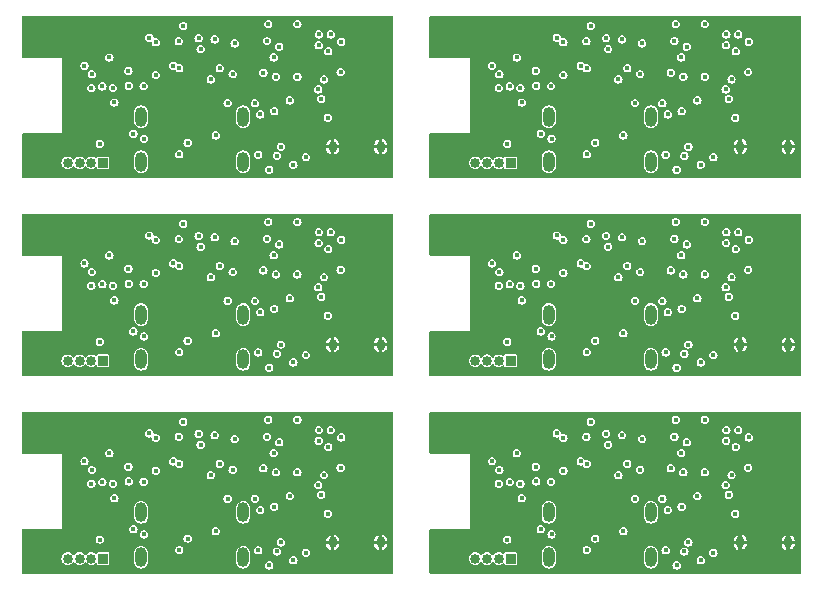
<source format=gbr>
%TF.GenerationSoftware,KiCad,Pcbnew,7.0.7-7.0.7~ubuntu22.04.1*%
%TF.CreationDate,2023-09-16T16:33:30-05:00*%
%TF.ProjectId,BT_PANELIZED,42545f50-414e-4454-9c49-5a45442e6b69,000*%
%TF.SameCoordinates,Original*%
%TF.FileFunction,Copper,L2,Inr*%
%TF.FilePolarity,Positive*%
%FSLAX46Y46*%
G04 Gerber Fmt 4.6, Leading zero omitted, Abs format (unit mm)*
G04 Created by KiCad (PCBNEW 7.0.7-7.0.7~ubuntu22.04.1) date 2023-09-16 16:33:30*
%MOMM*%
%LPD*%
G01*
G04 APERTURE LIST*
%TA.AperFunction,ComponentPad*%
%ADD10O,1.000000X1.700000*%
%TD*%
%TA.AperFunction,ComponentPad*%
%ADD11R,0.850000X0.850000*%
%TD*%
%TA.AperFunction,ComponentPad*%
%ADD12O,0.850000X0.850000*%
%TD*%
%TA.AperFunction,ComponentPad*%
%ADD13O,0.700000X0.950000*%
%TD*%
%TA.AperFunction,ViaPad*%
%ADD14C,0.400000*%
%TD*%
G04 APERTURE END LIST*
D10*
%TO.N,unconnected-(J1-SHIELD-PadS1)*%
%TO.C,J1*%
X115450000Y-79990000D03*
%TO.N,unconnected-(J1-SHIELD-PadS2)*%
X124090000Y-79990000D03*
%TO.N,unconnected-(J1-SHIELD-PadS3)*%
X124090000Y-83790000D03*
%TO.N,unconnected-(J1-SHIELD-PadS4)*%
X115450000Y-83790000D03*
%TD*%
%TO.N,unconnected-(J1-SHIELD-PadS1)*%
%TO.C,J1*%
X149950000Y-79990000D03*
%TO.N,unconnected-(J1-SHIELD-PadS2)*%
X158590000Y-79990000D03*
%TO.N,unconnected-(J1-SHIELD-PadS3)*%
X158590000Y-83790000D03*
%TO.N,unconnected-(J1-SHIELD-PadS4)*%
X149950000Y-83790000D03*
%TD*%
D11*
%TO.N,V2.8*%
%TO.C,J3*%
X146730000Y-83900000D03*
D12*
%TO.N,RESET*%
X145730000Y-83900000D03*
%TO.N,SWDCLK*%
X144730000Y-83900000D03*
%TO.N,SWDIO*%
X143730000Y-83900000D03*
%TO.N,GND*%
X142730000Y-83900000D03*
%TD*%
D13*
%TO.N,GND*%
%TO.C,SW1*%
X131665000Y-65780000D03*
X135715000Y-65780000D03*
%TD*%
D11*
%TO.N,V2.8*%
%TO.C,J3*%
X146730000Y-50400000D03*
D12*
%TO.N,RESET*%
X145730000Y-50400000D03*
%TO.N,SWDCLK*%
X144730000Y-50400000D03*
%TO.N,SWDIO*%
X143730000Y-50400000D03*
%TO.N,GND*%
X142730000Y-50400000D03*
%TD*%
D11*
%TO.N,V2.8*%
%TO.C,J3*%
X112230000Y-67150000D03*
D12*
%TO.N,RESET*%
X111230000Y-67150000D03*
%TO.N,SWDCLK*%
X110230000Y-67150000D03*
%TO.N,SWDIO*%
X109230000Y-67150000D03*
%TO.N,GND*%
X108230000Y-67150000D03*
%TD*%
D11*
%TO.N,V2.8*%
%TO.C,J3*%
X112230000Y-50400000D03*
D12*
%TO.N,RESET*%
X111230000Y-50400000D03*
%TO.N,SWDCLK*%
X110230000Y-50400000D03*
%TO.N,SWDIO*%
X109230000Y-50400000D03*
%TO.N,GND*%
X108230000Y-50400000D03*
%TD*%
D13*
%TO.N,GND*%
%TO.C,SW1*%
X131665000Y-49030000D03*
X135715000Y-49030000D03*
%TD*%
%TO.N,GND*%
%TO.C,SW1*%
X131665000Y-82530000D03*
X135715000Y-82530000D03*
%TD*%
D10*
%TO.N,unconnected-(J1-SHIELD-PadS1)*%
%TO.C,J1*%
X149950000Y-63240000D03*
%TO.N,unconnected-(J1-SHIELD-PadS2)*%
X158590000Y-63240000D03*
%TO.N,unconnected-(J1-SHIELD-PadS3)*%
X158590000Y-67040000D03*
%TO.N,unconnected-(J1-SHIELD-PadS4)*%
X149950000Y-67040000D03*
%TD*%
D13*
%TO.N,GND*%
%TO.C,SW1*%
X166165000Y-82530000D03*
X170215000Y-82530000D03*
%TD*%
D10*
%TO.N,unconnected-(J1-SHIELD-PadS1)*%
%TO.C,J1*%
X149950000Y-46490000D03*
%TO.N,unconnected-(J1-SHIELD-PadS2)*%
X158590000Y-46490000D03*
%TO.N,unconnected-(J1-SHIELD-PadS3)*%
X158590000Y-50290000D03*
%TO.N,unconnected-(J1-SHIELD-PadS4)*%
X149950000Y-50290000D03*
%TD*%
D11*
%TO.N,V2.8*%
%TO.C,J3*%
X112230000Y-83900000D03*
D12*
%TO.N,RESET*%
X111230000Y-83900000D03*
%TO.N,SWDCLK*%
X110230000Y-83900000D03*
%TO.N,SWDIO*%
X109230000Y-83900000D03*
%TO.N,GND*%
X108230000Y-83900000D03*
%TD*%
D13*
%TO.N,GND*%
%TO.C,SW1*%
X166165000Y-49030000D03*
X170215000Y-49030000D03*
%TD*%
D10*
%TO.N,unconnected-(J1-SHIELD-PadS1)*%
%TO.C,J1*%
X115450000Y-63240000D03*
%TO.N,unconnected-(J1-SHIELD-PadS2)*%
X124090000Y-63240000D03*
%TO.N,unconnected-(J1-SHIELD-PadS3)*%
X124090000Y-67040000D03*
%TO.N,unconnected-(J1-SHIELD-PadS4)*%
X115450000Y-67040000D03*
%TD*%
D13*
%TO.N,GND*%
%TO.C,SW1*%
X166165000Y-65780000D03*
X170215000Y-65780000D03*
%TD*%
D11*
%TO.N,V2.8*%
%TO.C,J3*%
X146730000Y-67150000D03*
D12*
%TO.N,RESET*%
X145730000Y-67150000D03*
%TO.N,SWDCLK*%
X144730000Y-67150000D03*
%TO.N,SWDIO*%
X143730000Y-67150000D03*
%TO.N,GND*%
X142730000Y-67150000D03*
%TD*%
D10*
%TO.N,unconnected-(J1-SHIELD-PadS1)*%
%TO.C,J1*%
X115450000Y-46490000D03*
%TO.N,unconnected-(J1-SHIELD-PadS2)*%
X124090000Y-46490000D03*
%TO.N,unconnected-(J1-SHIELD-PadS3)*%
X124090000Y-50290000D03*
%TO.N,unconnected-(J1-SHIELD-PadS4)*%
X115450000Y-50290000D03*
%TD*%
D14*
%TO.N,GND*%
X162060000Y-63780000D03*
X125020000Y-51190000D03*
X126370000Y-80520000D03*
X136300000Y-76840000D03*
X126420000Y-64670000D03*
X157310000Y-56710000D03*
X130715534Y-45614466D03*
X120225756Y-38381389D03*
X129730000Y-38400000D03*
X168580000Y-71900000D03*
X143000000Y-57830000D03*
X142370000Y-65670000D03*
X136300000Y-38400000D03*
X107870000Y-82420000D03*
X136270000Y-62900000D03*
X166410000Y-67940000D03*
X144130000Y-55180000D03*
X168580000Y-55150000D03*
X136300000Y-51150000D03*
X141200000Y-50190000D03*
X125020000Y-67940000D03*
X106700000Y-73730000D03*
X141777000Y-74580000D03*
X141200000Y-65670000D03*
X127570000Y-47890000D03*
X116200000Y-80960000D03*
X125099989Y-73465190D03*
X162060000Y-47030000D03*
X159520000Y-51190000D03*
X129540000Y-43280000D03*
X143000000Y-65030000D03*
X150230000Y-78150000D03*
X151530000Y-79190000D03*
X143000000Y-81780000D03*
X149070000Y-51190000D03*
X150700000Y-47460000D03*
X105940000Y-55310000D03*
X146829988Y-61890000D03*
X142370000Y-73730000D03*
X136300000Y-57620000D03*
X141200000Y-83690000D03*
X146700000Y-73350000D03*
X112329988Y-45140000D03*
X113209984Y-55800000D03*
X142860000Y-71940000D03*
X170800000Y-43340000D03*
X111190000Y-51190000D03*
X170800000Y-71900000D03*
X126420000Y-47920000D03*
X156450000Y-67940000D03*
X122810000Y-39960000D03*
X116200000Y-47460000D03*
X144130000Y-38430000D03*
X153992107Y-40060621D03*
X128100000Y-73570000D03*
X136300000Y-40870000D03*
X108360000Y-38440000D03*
X164040000Y-43280000D03*
X115730000Y-78150000D03*
X143995000Y-78200000D03*
X147709984Y-39050000D03*
X164040000Y-60030000D03*
X140540000Y-74580000D03*
X130820000Y-49600000D03*
X131910000Y-84690000D03*
X144720000Y-44040000D03*
X159520000Y-84690000D03*
X144130000Y-71930000D03*
X125099989Y-56715190D03*
X145690000Y-67940000D03*
X105860000Y-67940000D03*
X155120000Y-82900000D03*
X157350000Y-76830000D03*
X126420000Y-81420000D03*
X111190000Y-67940000D03*
X145690000Y-51190000D03*
X160920000Y-47920000D03*
X109495000Y-76925000D03*
X119492107Y-56810621D03*
X142370000Y-40230000D03*
X168580000Y-58720000D03*
X143690000Y-73350000D03*
X160870000Y-80520000D03*
X136300000Y-60090000D03*
X142860000Y-38440000D03*
X127570000Y-81390000D03*
X114570000Y-51190000D03*
X116430000Y-83170000D03*
X120620000Y-82900000D03*
X165215534Y-45614466D03*
X140540000Y-81780000D03*
X147709984Y-55800000D03*
X168580000Y-78240000D03*
X117030000Y-62440000D03*
X154430000Y-76835010D03*
X128100000Y-56820000D03*
X105860000Y-51190000D03*
X109495000Y-79480000D03*
X107870000Y-40230000D03*
X159599989Y-39965190D03*
X108500000Y-41080000D03*
X156450000Y-51190000D03*
X149689461Y-73699483D03*
X136270000Y-79650000D03*
X146829988Y-45140000D03*
X109495000Y-60175000D03*
X150930000Y-83170000D03*
X165439998Y-74940021D03*
X147709984Y-72550000D03*
X170800000Y-57620000D03*
X143000000Y-74580000D03*
X107430000Y-84690000D03*
X114570000Y-84690000D03*
X116430000Y-66420000D03*
X162070000Y-64640000D03*
X143995000Y-76925000D03*
X129020000Y-81050000D03*
X154430000Y-43335010D03*
X122850000Y-60080000D03*
X149070000Y-84690000D03*
X109220000Y-67940000D03*
X152310000Y-51190000D03*
X141930000Y-84690000D03*
X106040000Y-65030000D03*
X126370000Y-47020000D03*
X110220000Y-44040000D03*
X170800000Y-67900000D03*
X124480000Y-81190000D03*
X107277000Y-65030000D03*
X110240000Y-78800000D03*
X121950000Y-84690000D03*
X140360000Y-51190000D03*
X136300000Y-74370000D03*
X116200000Y-64210000D03*
X105940000Y-38560000D03*
X155810000Y-44280000D03*
X143000000Y-48280000D03*
X126370000Y-63770000D03*
X146270000Y-71910000D03*
X148330000Y-81570000D03*
X129020000Y-64300000D03*
X170800000Y-74370000D03*
X146270000Y-38410000D03*
X144720000Y-60790000D03*
X143690000Y-56600000D03*
X140360000Y-84690000D03*
X106040000Y-41080000D03*
X141930000Y-51190000D03*
X115189461Y-40199483D03*
X122810000Y-73460000D03*
X144740000Y-78800000D03*
X109495000Y-78200000D03*
X165320000Y-49600000D03*
X155120000Y-66150000D03*
X166410000Y-51190000D03*
X140440000Y-72060000D03*
X163520000Y-81050000D03*
X128100000Y-40070000D03*
X136300000Y-84650000D03*
X127560000Y-80530000D03*
X143720000Y-67940000D03*
X107277000Y-81780000D03*
X141200000Y-73730000D03*
X165320000Y-83100000D03*
X130939998Y-58190021D03*
X134080000Y-67940000D03*
X154725756Y-71881389D03*
X157310000Y-73460000D03*
X144740000Y-62050000D03*
X165215534Y-62364466D03*
X146829988Y-78640000D03*
X108500000Y-65030000D03*
X143690000Y-39850000D03*
X117810000Y-51190000D03*
X107870000Y-48920000D03*
X151530000Y-62440000D03*
X141200000Y-82420000D03*
X163520000Y-64300000D03*
X146270000Y-55160000D03*
X110240000Y-45300000D03*
X162600000Y-40070000D03*
X140540000Y-48280000D03*
X122850000Y-43330000D03*
X141200000Y-40230000D03*
X109220000Y-84690000D03*
X129730000Y-55150000D03*
X119930000Y-76835010D03*
X170770000Y-46150000D03*
X170800000Y-84650000D03*
X131910000Y-67940000D03*
X115730000Y-61400000D03*
X154430000Y-60085010D03*
X130820000Y-66350000D03*
X141777000Y-81780000D03*
X129020000Y-47550000D03*
X115730000Y-44650000D03*
X110240000Y-62050000D03*
X108360000Y-71940000D03*
X122510000Y-47650000D03*
X117810000Y-67940000D03*
X131910000Y-51190000D03*
X142370000Y-82420000D03*
X109190000Y-73350000D03*
X113209984Y-72550000D03*
X111770000Y-55160000D03*
X143720000Y-51190000D03*
X168580000Y-44740000D03*
X136270000Y-46150000D03*
X105940000Y-72060000D03*
X130939998Y-74940021D03*
X119930000Y-43335010D03*
X108500000Y-74580000D03*
X144740000Y-45300000D03*
X165320000Y-66350000D03*
X106700000Y-82420000D03*
X168580000Y-61490000D03*
X160870000Y-47020000D03*
X120225756Y-55131389D03*
X143720000Y-84690000D03*
X134080000Y-58720000D03*
X108500000Y-57830000D03*
X127570000Y-64640000D03*
X143995000Y-60175000D03*
X120620000Y-49400000D03*
X141777000Y-48280000D03*
X109495000Y-61450000D03*
X141200000Y-66940000D03*
X157010000Y-47650000D03*
X159599989Y-56715190D03*
X150700000Y-80960000D03*
X130715534Y-62364466D03*
X141200000Y-48920000D03*
X112200000Y-73350000D03*
X140360000Y-67940000D03*
X140540000Y-65030000D03*
X140540000Y-57830000D03*
X158980000Y-47690000D03*
X144720000Y-77540000D03*
X107277000Y-57830000D03*
X143995000Y-79480000D03*
X141200000Y-56980000D03*
X122510000Y-81150000D03*
X127560000Y-47030000D03*
X109630000Y-38430000D03*
X106040000Y-81780000D03*
X129540000Y-76780000D03*
X134080000Y-61490000D03*
X170800000Y-60090000D03*
X119492107Y-73560621D03*
X113830000Y-48070000D03*
X136300000Y-71900000D03*
X124480000Y-47690000D03*
X109495000Y-62730000D03*
X146700000Y-39850000D03*
X157350000Y-43330000D03*
X168580000Y-84690000D03*
X164230000Y-71900000D03*
X122810000Y-56710000D03*
X111770000Y-71910000D03*
X143995000Y-62730000D03*
X134080000Y-44740000D03*
X141930000Y-67940000D03*
X134080000Y-84690000D03*
X168580000Y-41970000D03*
X170770000Y-62900000D03*
X116430000Y-49670000D03*
X108500000Y-81780000D03*
X106700000Y-48920000D03*
X134080000Y-51190000D03*
X157010000Y-81150000D03*
X168580000Y-51190000D03*
X162600000Y-56820000D03*
X121310000Y-61030000D03*
X107870000Y-65670000D03*
X159599989Y-73465190D03*
X142860000Y-55190000D03*
X113830000Y-81570000D03*
X107870000Y-56980000D03*
X157350000Y-60080000D03*
X168580000Y-75470000D03*
X162070000Y-47890000D03*
X150230000Y-44650000D03*
X157010000Y-64400000D03*
X143995000Y-61450000D03*
X117810000Y-84690000D03*
X143995000Y-44700000D03*
X154725756Y-38381389D03*
X105860000Y-84690000D03*
X134080000Y-38400000D03*
X109220000Y-51190000D03*
X109190000Y-56600000D03*
X170800000Y-51150000D03*
X121950000Y-67940000D03*
X149070000Y-67940000D03*
X170800000Y-38400000D03*
X164230000Y-55150000D03*
X140540000Y-41080000D03*
X140440000Y-38560000D03*
X134080000Y-78240000D03*
X136300000Y-67900000D03*
X157310000Y-39960000D03*
X158980000Y-81190000D03*
X107430000Y-67940000D03*
X109630000Y-55180000D03*
X108500000Y-48280000D03*
X151530000Y-45690000D03*
X165439998Y-58190021D03*
X129540000Y-60030000D03*
X148330000Y-48070000D03*
X122850000Y-76830000D03*
X150930000Y-66420000D03*
X109630000Y-71930000D03*
X111190000Y-84690000D03*
X110220000Y-77540000D03*
X143995000Y-45980000D03*
X119492107Y-40060621D03*
X165439998Y-41440021D03*
X150930000Y-49670000D03*
X156450000Y-84690000D03*
X162070000Y-81390000D03*
X109190000Y-39850000D03*
X106700000Y-65670000D03*
X134080000Y-55150000D03*
X107277000Y-41080000D03*
X140440000Y-55310000D03*
X136300000Y-55150000D03*
X124480000Y-64440000D03*
X122510000Y-64400000D03*
X160920000Y-64670000D03*
X130820000Y-83100000D03*
X106700000Y-40230000D03*
X107277000Y-48280000D03*
X112200000Y-56600000D03*
X107277000Y-74580000D03*
X155810000Y-77780000D03*
X155120000Y-49400000D03*
X164230000Y-38400000D03*
X142370000Y-48920000D03*
X134080000Y-75470000D03*
X152310000Y-84690000D03*
X109495000Y-43425000D03*
X117030000Y-45690000D03*
X150230000Y-61400000D03*
X143995000Y-43425000D03*
X106700000Y-66940000D03*
X149689461Y-40199483D03*
X107430000Y-51190000D03*
X164040000Y-76780000D03*
X125099989Y-39965190D03*
X113830000Y-64820000D03*
X141777000Y-65030000D03*
X106040000Y-57830000D03*
X120225756Y-71881389D03*
X111770000Y-38410000D03*
X130715534Y-79114466D03*
X121950000Y-51190000D03*
X120620000Y-66150000D03*
X153992107Y-56810621D03*
X121310000Y-44280000D03*
X168580000Y-67940000D03*
X162060000Y-80530000D03*
X170770000Y-79650000D03*
X134080000Y-71900000D03*
X153992107Y-73560621D03*
X129730000Y-71900000D03*
X107870000Y-73730000D03*
X117030000Y-79190000D03*
X168580000Y-38400000D03*
X114570000Y-67940000D03*
X109495000Y-45980000D03*
X155810000Y-61030000D03*
X159520000Y-67940000D03*
X170800000Y-55150000D03*
X106040000Y-74580000D03*
X143000000Y-41080000D03*
X149689461Y-56949483D03*
X154725756Y-55131389D03*
X112329988Y-78640000D03*
X150700000Y-64210000D03*
X106040000Y-48280000D03*
X127560000Y-63780000D03*
X160870000Y-63770000D03*
X162600000Y-73570000D03*
X165215534Y-79114466D03*
X163520000Y-47550000D03*
X106700000Y-56980000D03*
X141777000Y-57830000D03*
X166410000Y-84690000D03*
X125020000Y-84690000D03*
X110220000Y-60790000D03*
X158980000Y-64440000D03*
X115189461Y-56949483D03*
X112200000Y-39850000D03*
X109495000Y-44700000D03*
X119930000Y-60085010D03*
X160920000Y-81420000D03*
X136300000Y-43340000D03*
X112329988Y-61890000D03*
X108360000Y-55190000D03*
X115189461Y-73699483D03*
X113209984Y-39050000D03*
X170800000Y-40870000D03*
X170800000Y-76840000D03*
X145690000Y-84690000D03*
X106700000Y-50190000D03*
X141777000Y-41080000D03*
X146700000Y-56600000D03*
X130939998Y-41440021D03*
X134080000Y-41970000D03*
X121310000Y-77780000D03*
X152310000Y-67940000D03*
X142370000Y-56980000D03*
X148330000Y-64820000D03*
X106700000Y-83690000D03*
%TO.N,EN*%
X118640000Y-73600002D03*
X153140000Y-56850002D03*
X151190000Y-40186656D03*
X116690000Y-56936656D03*
X118640000Y-40100002D03*
X116690000Y-73686656D03*
X151190000Y-73686656D03*
X116690000Y-40186656D03*
X153140000Y-73600002D03*
X151190000Y-56936656D03*
X153140000Y-40100002D03*
X118640000Y-56850002D03*
%TO.N,PS_HOLD*%
X151190000Y-76469996D03*
X152665016Y-58920055D03*
X151190000Y-59719996D03*
X118165016Y-58920055D03*
X152665016Y-75670055D03*
X151190000Y-42969996D03*
X148900000Y-77370000D03*
X116690000Y-59719996D03*
X118165016Y-75670055D03*
X148900000Y-43870000D03*
X116690000Y-76469996D03*
X114400000Y-77370000D03*
X118165016Y-42170055D03*
X116690000Y-42969996D03*
X114400000Y-60620000D03*
X114400000Y-43870000D03*
X148900000Y-60620000D03*
X152665016Y-42170055D03*
%TO.N,VUSB*%
X161780000Y-65780000D03*
X156269999Y-81579999D03*
X161640000Y-57310056D03*
X121769999Y-64829999D03*
X122100000Y-75879970D03*
X127280000Y-49030000D03*
X156600000Y-59129970D03*
X161640000Y-40560056D03*
X127140000Y-57310056D03*
X127280000Y-82530000D03*
X121769999Y-48079999D03*
X127140000Y-40560056D03*
X161780000Y-82530000D03*
X161640000Y-74060056D03*
X122100000Y-42379970D03*
X122100000Y-59129970D03*
X156269999Y-64829999D03*
X127280000Y-65780000D03*
X156600000Y-75879970D03*
X121769999Y-81579999D03*
X156600000Y-42379970D03*
X127140000Y-74060056D03*
X161780000Y-49030000D03*
X156269999Y-48079999D03*
%TO.N,VBATT*%
X163170000Y-43100000D03*
X126860000Y-76599998D03*
X163170000Y-72150000D03*
X121660000Y-39952044D03*
X163170000Y-38650000D03*
X126210000Y-55400000D03*
X161360000Y-43099998D03*
X156160000Y-56702044D03*
X128670000Y-76600000D03*
X121660000Y-73452044D03*
X126210000Y-72150000D03*
X163170000Y-76600000D03*
X163170000Y-55400000D03*
X160710000Y-38650000D03*
X128670000Y-59850000D03*
X163170000Y-59850000D03*
X160710000Y-72150000D03*
X121660000Y-56702044D03*
X126210000Y-38650000D03*
X126860000Y-43099998D03*
X128670000Y-38650000D03*
X161360000Y-76599998D03*
X126860000Y-59849998D03*
X128670000Y-72150000D03*
X156160000Y-39952044D03*
X156160000Y-73452044D03*
X128670000Y-55400000D03*
X160710000Y-55400000D03*
X128670000Y-43100000D03*
X161360000Y-59849998D03*
%TO.N,VBUS*%
X115649986Y-43900000D03*
X128330000Y-67300000D03*
X159852927Y-49702174D03*
X155850000Y-76839990D03*
X150149986Y-77400000D03*
X155850000Y-43339990D03*
X128330000Y-84050000D03*
X125352927Y-83202174D03*
X159580000Y-45349998D03*
X125080000Y-78849998D03*
X115649986Y-60650000D03*
X121350000Y-43339990D03*
X125352927Y-49702174D03*
X162830000Y-67300000D03*
X162830000Y-50550000D03*
X125352927Y-66452174D03*
X125080000Y-62099998D03*
X162830000Y-84050000D03*
X155850000Y-60089990D03*
X159580000Y-78849998D03*
X128330000Y-50550000D03*
X159852927Y-66452174D03*
X150149986Y-60650000D03*
X115649986Y-77400000D03*
X159852927Y-83202174D03*
X125080000Y-45349998D03*
X121350000Y-76839990D03*
X121350000Y-60089990D03*
X150149986Y-43900000D03*
X159580000Y-62099998D03*
%TO.N,V2.8*%
X131500000Y-56270000D03*
X165200000Y-61740000D03*
X126100000Y-56830000D03*
X112160000Y-60670000D03*
X132330003Y-59459997D03*
X166890000Y-56900000D03*
X112160000Y-43920000D03*
X148860000Y-59360000D03*
X160600000Y-40080000D03*
X165000000Y-39520000D03*
X153510634Y-72306399D03*
X166000000Y-73020000D03*
X153510634Y-38806399D03*
X160600000Y-56830000D03*
X146660000Y-43920000D03*
X153510634Y-55556399D03*
X120310000Y-56590000D03*
X132390000Y-56900000D03*
X130700000Y-61740000D03*
X148860000Y-42610000D03*
X130500000Y-56270000D03*
X130500000Y-39520000D03*
X154810000Y-39840000D03*
X131500000Y-73020000D03*
X166830003Y-59459997D03*
X130700000Y-78490000D03*
X119010634Y-55556399D03*
X166000000Y-56270000D03*
X165200000Y-44990000D03*
X154810000Y-73340000D03*
X165200000Y-78490000D03*
X114360000Y-76110000D03*
X114360000Y-42610000D03*
X148860000Y-76110000D03*
X126100000Y-40080000D03*
X160600000Y-73580000D03*
X166830003Y-42709997D03*
X146660000Y-77420000D03*
X130700000Y-44990000D03*
X166830003Y-76209997D03*
X165000000Y-56270000D03*
X166890000Y-73650000D03*
X132390000Y-73650000D03*
X114360000Y-59360000D03*
X166000000Y-39520000D03*
X154810000Y-56590000D03*
X120310000Y-73340000D03*
X120310000Y-39840000D03*
X132330003Y-76209997D03*
X132390000Y-40150000D03*
X131500000Y-39520000D03*
X146660000Y-60670000D03*
X130500000Y-73020000D03*
X119010634Y-38806399D03*
X165000000Y-73020000D03*
X132330003Y-42709997D03*
X112160000Y-77420000D03*
X126100000Y-73580000D03*
X166890000Y-40150000D03*
X119010634Y-72306399D03*
%TO.N,Net-(D2-K)*%
X129400000Y-66670000D03*
X123190000Y-76390000D03*
X129400000Y-49920000D03*
X157690000Y-59640000D03*
X163900000Y-83420000D03*
X123190000Y-42890000D03*
X123190000Y-59640000D03*
X129400000Y-83420000D03*
X163900000Y-66670000D03*
X157690000Y-76390000D03*
X157690000Y-42890000D03*
X163900000Y-49920000D03*
%TO.N,SCL*%
X115690000Y-65100000D03*
X164930000Y-44180002D03*
X130430000Y-60930002D03*
X115690000Y-81850000D03*
X164930000Y-60930002D03*
X164930000Y-77680002D03*
X150190000Y-65100000D03*
X150190000Y-81850000D03*
X150190000Y-48350000D03*
X130430000Y-44180002D03*
X115690000Y-48350000D03*
X130430000Y-77680002D03*
%TO.N,SDA*%
X149289538Y-47916868D03*
X165430000Y-43330000D03*
X165430000Y-60080000D03*
X130930000Y-60080000D03*
X114789538Y-81416868D03*
X130930000Y-76830000D03*
X130930000Y-43330000D03*
X114789538Y-64666868D03*
X165430000Y-76830000D03*
X114789538Y-47916868D03*
X149289538Y-64666868D03*
X149289538Y-81416868D03*
%TO.N,XSHUT1*%
X113060000Y-77560000D03*
X113060000Y-60810000D03*
X147560000Y-44060000D03*
X147560000Y-60810000D03*
X164970000Y-57190010D03*
X164970000Y-73940010D03*
X130470000Y-57190010D03*
X130470000Y-40440010D03*
X113060000Y-44060000D03*
X130470000Y-73940010D03*
X164970000Y-40440010D03*
X147560000Y-77560000D03*
%TO.N,XSHUT2*%
X147680000Y-78789998D03*
X165790000Y-74450000D03*
X165790000Y-57700000D03*
X165790000Y-40950000D03*
X131290000Y-40950000D03*
X131290000Y-74450000D03*
X147680000Y-45289998D03*
X147680000Y-62039998D03*
X113180000Y-45289998D03*
X113180000Y-78789998D03*
X113180000Y-62039998D03*
X131290000Y-57700000D03*
%TO.N,PB_OUT*%
X150640000Y-39799982D03*
X147255000Y-41480000D03*
X112755000Y-58230000D03*
X116140000Y-73299982D03*
X150640000Y-73299982D03*
X112755000Y-74980000D03*
X112755000Y-41480000D03*
X116140000Y-39799982D03*
X116140000Y-56549982D03*
X147255000Y-58230000D03*
X147255000Y-74980000D03*
X150640000Y-56549982D03*
%TO.N,BM*%
X122760000Y-62080000D03*
X157260000Y-45330000D03*
X119385001Y-65455001D03*
X122760000Y-45330000D03*
X153885001Y-48705001D03*
X157260000Y-78830000D03*
X119385001Y-48705001D03*
X119385001Y-82205001D03*
X122760000Y-78830000D03*
X157260000Y-62080000D03*
X153885001Y-65455001D03*
X153885001Y-82205001D03*
%TO.N,BM_EN*%
X157860000Y-57030000D03*
X111280000Y-42900000D03*
X123360000Y-73780000D03*
X123360000Y-40280000D03*
X145780000Y-76400000D03*
X157860000Y-40280000D03*
X111280000Y-59650000D03*
X123360000Y-57030000D03*
X111280000Y-76400000D03*
X145780000Y-42900000D03*
X145780000Y-59650000D03*
X157860000Y-73780000D03*
%TO.N,CHRG_STAT*%
X111230000Y-44060000D03*
X126665004Y-41469993D03*
X161165004Y-58219993D03*
X111230000Y-77560000D03*
X161165004Y-74969993D03*
X126665004Y-58219993D03*
X111230000Y-60810000D03*
X145730000Y-44060000D03*
X145730000Y-77560000D03*
X126665004Y-74969993D03*
X161165004Y-41469993D03*
X145730000Y-60810000D03*
%TO.N,PWR_ON*%
X146440000Y-65539998D03*
X146440000Y-82289998D03*
X118670000Y-83170000D03*
X161209970Y-62770000D03*
X126709970Y-79520000D03*
X111940000Y-65539998D03*
X161209970Y-46020000D03*
X153170000Y-49670000D03*
X126709970Y-46020000D03*
X111940000Y-82289998D03*
X118670000Y-49670000D03*
X161209970Y-79520000D03*
X153170000Y-83170000D03*
X118670000Y-66420000D03*
X126709970Y-62770000D03*
X111940000Y-48789998D03*
X146440000Y-48789998D03*
X153170000Y-66420000D03*
%TO.N,CHRG*%
X160030000Y-63044988D03*
X125530000Y-46294988D03*
X126939998Y-83304990D03*
X126939998Y-49804990D03*
X126939998Y-66554990D03*
X161439998Y-83304990D03*
X161439998Y-66554990D03*
X160030000Y-79794988D03*
X125530000Y-63044988D03*
X160030000Y-46294988D03*
X161439998Y-49804990D03*
X125530000Y-79794988D03*
%TO.N,Net-(U3-~{PB})*%
X125795034Y-76260055D03*
X118669988Y-75890000D03*
X153169988Y-59140000D03*
X118669988Y-42390000D03*
X131250000Y-46590000D03*
X160295034Y-59510055D03*
X125795034Y-42760055D03*
X165750000Y-63340000D03*
X131250000Y-63340000D03*
X153169988Y-42390000D03*
X160295034Y-42760055D03*
X165750000Y-80090000D03*
X131250000Y-80090000D03*
X153169988Y-75890000D03*
X160295034Y-76260055D03*
X118669988Y-59140000D03*
X125795034Y-59510055D03*
X165750000Y-46590000D03*
%TO.N,PROG*%
X160783182Y-84485010D03*
X128035000Y-45115000D03*
X162535000Y-45115000D03*
X128035000Y-78615000D03*
X128035000Y-61865000D03*
X126283182Y-84485010D03*
X126283182Y-50985010D03*
X162535000Y-78615000D03*
X160783182Y-50985010D03*
X162535000Y-61865000D03*
X160783182Y-67735010D03*
X126283182Y-67735010D03*
%TO.N,LED_EN*%
X110650000Y-42160000D03*
X120480020Y-74260000D03*
X154980020Y-74260000D03*
X120480020Y-57510000D03*
X145150000Y-75660000D03*
X154980020Y-57510000D03*
X120480020Y-40760000D03*
X110650000Y-58910000D03*
X110650000Y-75660000D03*
X145150000Y-58910000D03*
X154980020Y-40760000D03*
X145150000Y-42160000D03*
%TD*%
%TA.AperFunction,Conductor*%
%TO.N,GND*%
G36*
X105372813Y-64666434D02*
G01*
X105416650Y-64641124D01*
X105429500Y-64640000D01*
X108770000Y-64640000D01*
X108770000Y-58260000D01*
X105429500Y-58260000D01*
X105381934Y-58242687D01*
X105356624Y-58198850D01*
X105355500Y-58186000D01*
X105355500Y-54799500D01*
X105372813Y-54751934D01*
X105416650Y-54726624D01*
X105429500Y-54725500D01*
X136730500Y-54725500D01*
X136778066Y-54742813D01*
X136803376Y-54786650D01*
X136804500Y-54799500D01*
X136804500Y-68350500D01*
X136787187Y-68398066D01*
X136743350Y-68423376D01*
X136730500Y-68424500D01*
X135865000Y-68424500D01*
X135865000Y-66435579D01*
X135900911Y-66428117D01*
X135900913Y-66428116D01*
X136035157Y-66358557D01*
X136145652Y-66255361D01*
X136224208Y-66126182D01*
X136265000Y-65980597D01*
X136265000Y-65930000D01*
X135989000Y-65930000D01*
X135941434Y-65912687D01*
X135916124Y-65868850D01*
X135915000Y-65856000D01*
X135915000Y-65704000D01*
X135932313Y-65656434D01*
X135976150Y-65631124D01*
X135989000Y-65630000D01*
X136265000Y-65630000D01*
X136265000Y-65617385D01*
X136264999Y-65617373D01*
X136249584Y-65505221D01*
X136189347Y-65366541D01*
X136093932Y-65249260D01*
X135970419Y-65162076D01*
X135970411Y-65162071D01*
X135865000Y-65124608D01*
X135865000Y-65387482D01*
X135847687Y-65435048D01*
X135803850Y-65460358D01*
X135769073Y-65455561D01*
X135768778Y-65456855D01*
X135760651Y-65455000D01*
X135669348Y-65455000D01*
X135661222Y-65456855D01*
X135660840Y-65455183D01*
X135620735Y-65459193D01*
X135578914Y-65430675D01*
X135565000Y-65387482D01*
X135565000Y-65124422D01*
X135529088Y-65131884D01*
X135529086Y-65131885D01*
X135394842Y-65201444D01*
X135284347Y-65304640D01*
X135205791Y-65433819D01*
X135165000Y-65579403D01*
X135165000Y-65630000D01*
X135441000Y-65630000D01*
X135488566Y-65647313D01*
X135513876Y-65691150D01*
X135515000Y-65704000D01*
X135515000Y-65856000D01*
X135497687Y-65903566D01*
X135453850Y-65928876D01*
X135441000Y-65930000D01*
X135165000Y-65930000D01*
X135165000Y-65942628D01*
X135180415Y-66054780D01*
X135240652Y-66193460D01*
X135336067Y-66310741D01*
X135459580Y-66397925D01*
X135459588Y-66397930D01*
X135564999Y-66435393D01*
X135565000Y-66435392D01*
X135565000Y-66172518D01*
X135582313Y-66124952D01*
X135626150Y-66099642D01*
X135660926Y-66104440D01*
X135661222Y-66103145D01*
X135669348Y-66105000D01*
X135760651Y-66105000D01*
X135768778Y-66103145D01*
X135769159Y-66104818D01*
X135809265Y-66100807D01*
X135851086Y-66129325D01*
X135865000Y-66172518D01*
X135865000Y-66435579D01*
X135865000Y-68424500D01*
X132330002Y-68424500D01*
X132330002Y-59814866D01*
X132439663Y-59797498D01*
X132439664Y-59797497D01*
X132538590Y-59747092D01*
X132617098Y-59668584D01*
X132667503Y-59569658D01*
X132684872Y-59459997D01*
X132667503Y-59350336D01*
X132617098Y-59251410D01*
X132538590Y-59172902D01*
X132439664Y-59122497D01*
X132389999Y-59114631D01*
X132389999Y-57254869D01*
X132499660Y-57237501D01*
X132499661Y-57237500D01*
X132598587Y-57187095D01*
X132677095Y-57108587D01*
X132727500Y-57009661D01*
X132744869Y-56900000D01*
X132727500Y-56790339D01*
X132677095Y-56691413D01*
X132598587Y-56612905D01*
X132499661Y-56562500D01*
X132390000Y-56545131D01*
X132280339Y-56562500D01*
X132181413Y-56612905D01*
X132102905Y-56691413D01*
X132095652Y-56705648D01*
X132052499Y-56790340D01*
X132035131Y-56900000D01*
X132052499Y-57009661D01*
X132102905Y-57108588D01*
X132181412Y-57187095D01*
X132280339Y-57237501D01*
X132389999Y-57254869D01*
X132389999Y-59114631D01*
X132330003Y-59105128D01*
X132220342Y-59122497D01*
X132121416Y-59172902D01*
X132042908Y-59251410D01*
X132035131Y-59266673D01*
X131992502Y-59350337D01*
X131975134Y-59459997D01*
X131992502Y-59569658D01*
X132042908Y-59668585D01*
X132121415Y-59747092D01*
X132220342Y-59797498D01*
X132330002Y-59814866D01*
X132330002Y-68424500D01*
X131815000Y-68424500D01*
X131815000Y-66435579D01*
X131850911Y-66428117D01*
X131850913Y-66428116D01*
X131985157Y-66358557D01*
X132095652Y-66255361D01*
X132174208Y-66126182D01*
X132215000Y-65980597D01*
X132215000Y-65930000D01*
X131939000Y-65930000D01*
X131891434Y-65912687D01*
X131866124Y-65868850D01*
X131865000Y-65856000D01*
X131865000Y-65704000D01*
X131882313Y-65656434D01*
X131926150Y-65631124D01*
X131939000Y-65630000D01*
X132215000Y-65630000D01*
X132215000Y-65617385D01*
X132214999Y-65617373D01*
X132199584Y-65505221D01*
X132139347Y-65366541D01*
X132043932Y-65249260D01*
X131920419Y-65162076D01*
X131920411Y-65162071D01*
X131815000Y-65124608D01*
X131815000Y-65387482D01*
X131797687Y-65435048D01*
X131753850Y-65460358D01*
X131719073Y-65455561D01*
X131718778Y-65456855D01*
X131710651Y-65455000D01*
X131619348Y-65455000D01*
X131611222Y-65456855D01*
X131610840Y-65455183D01*
X131570735Y-65459193D01*
X131528914Y-65430675D01*
X131515000Y-65387482D01*
X131515000Y-65124422D01*
X131479088Y-65131884D01*
X131479086Y-65131885D01*
X131344842Y-65201444D01*
X131250000Y-65290021D01*
X131250000Y-63694869D01*
X131359660Y-63677501D01*
X131359661Y-63677500D01*
X131458587Y-63627095D01*
X131537095Y-63548587D01*
X131587500Y-63449661D01*
X131604869Y-63340000D01*
X131587500Y-63230339D01*
X131537095Y-63131413D01*
X131458587Y-63052905D01*
X131359661Y-63002500D01*
X131290000Y-62991467D01*
X131290000Y-58054869D01*
X131399660Y-58037501D01*
X131399661Y-58037500D01*
X131498587Y-57987095D01*
X131577095Y-57908587D01*
X131627500Y-57809661D01*
X131644869Y-57700000D01*
X131627500Y-57590339D01*
X131577095Y-57491413D01*
X131500000Y-57414318D01*
X131500000Y-56624869D01*
X131609660Y-56607501D01*
X131644869Y-56589561D01*
X131708587Y-56557095D01*
X131787095Y-56478587D01*
X131837500Y-56379661D01*
X131854869Y-56270000D01*
X131837500Y-56160339D01*
X131787095Y-56061413D01*
X131708587Y-55982905D01*
X131609661Y-55932500D01*
X131500000Y-55915131D01*
X131390339Y-55932500D01*
X131291413Y-55982905D01*
X131212905Y-56061413D01*
X131190652Y-56105087D01*
X131162499Y-56160340D01*
X131145131Y-56270000D01*
X131162499Y-56379661D01*
X131212905Y-56478588D01*
X131291412Y-56557095D01*
X131390339Y-56607501D01*
X131500000Y-56624869D01*
X131500000Y-57414318D01*
X131498587Y-57412905D01*
X131399661Y-57362500D01*
X131290000Y-57345131D01*
X131180339Y-57362500D01*
X131081413Y-57412905D01*
X131002905Y-57491413D01*
X130987094Y-57522444D01*
X130952499Y-57590340D01*
X130935131Y-57700000D01*
X130952499Y-57809661D01*
X131002905Y-57908588D01*
X131081412Y-57987095D01*
X131180339Y-58037501D01*
X131290000Y-58054869D01*
X131290000Y-62991467D01*
X131250000Y-62985131D01*
X131140339Y-63002500D01*
X131041413Y-63052905D01*
X130962905Y-63131413D01*
X130952499Y-63151836D01*
X130912499Y-63230340D01*
X130895131Y-63340000D01*
X130912499Y-63449661D01*
X130962905Y-63548588D01*
X131041412Y-63627095D01*
X131140339Y-63677501D01*
X131250000Y-63694869D01*
X131250000Y-65290021D01*
X131234347Y-65304640D01*
X131155791Y-65433819D01*
X131115000Y-65579403D01*
X131115000Y-65630000D01*
X131391000Y-65630000D01*
X131438566Y-65647313D01*
X131463876Y-65691150D01*
X131465000Y-65704000D01*
X131465000Y-65856000D01*
X131447687Y-65903566D01*
X131403850Y-65928876D01*
X131391000Y-65930000D01*
X131115000Y-65930000D01*
X131115000Y-65942628D01*
X131130415Y-66054780D01*
X131190652Y-66193460D01*
X131286067Y-66310741D01*
X131409580Y-66397925D01*
X131409588Y-66397930D01*
X131514999Y-66435393D01*
X131515000Y-66435392D01*
X131515000Y-66172518D01*
X131532313Y-66124952D01*
X131576150Y-66099642D01*
X131610926Y-66104440D01*
X131611222Y-66103145D01*
X131619348Y-66105000D01*
X131710651Y-66105000D01*
X131718778Y-66103145D01*
X131719159Y-66104818D01*
X131759265Y-66100807D01*
X131801086Y-66129325D01*
X131815000Y-66172518D01*
X131815000Y-66435579D01*
X131815000Y-68424500D01*
X130700000Y-68424500D01*
X130700000Y-62094869D01*
X130809660Y-62077501D01*
X130854868Y-62054466D01*
X130908587Y-62027095D01*
X130987095Y-61948587D01*
X131037500Y-61849661D01*
X131054869Y-61740000D01*
X131037500Y-61630339D01*
X130987095Y-61531413D01*
X130929999Y-61474317D01*
X130929999Y-60434869D01*
X131039660Y-60417501D01*
X131115000Y-60379113D01*
X131138587Y-60367095D01*
X131217095Y-60288587D01*
X131267500Y-60189661D01*
X131284869Y-60080000D01*
X131267500Y-59970339D01*
X131217095Y-59871413D01*
X131138587Y-59792905D01*
X131039661Y-59742500D01*
X130930000Y-59725131D01*
X130820339Y-59742500D01*
X130721413Y-59792905D01*
X130642905Y-59871413D01*
X130638587Y-59879888D01*
X130592499Y-59970340D01*
X130575131Y-60080000D01*
X130592499Y-60189661D01*
X130642905Y-60288588D01*
X130721412Y-60367095D01*
X130820339Y-60417501D01*
X130929999Y-60434869D01*
X130929999Y-61474317D01*
X130908587Y-61452905D01*
X130809661Y-61402500D01*
X130700000Y-61385131D01*
X130593813Y-61401950D01*
X130588018Y-61400824D01*
X130583637Y-61405864D01*
X130581356Y-61407077D01*
X130491412Y-61452906D01*
X130430000Y-61514318D01*
X130430000Y-61284871D01*
X130536185Y-61268053D01*
X130541980Y-61269180D01*
X130546362Y-61264139D01*
X130548643Y-61262927D01*
X130638584Y-61217099D01*
X130638585Y-61217099D01*
X130638587Y-61217098D01*
X130638587Y-61217097D01*
X130717095Y-61138589D01*
X130767500Y-61039663D01*
X130784869Y-60930002D01*
X130767500Y-60820341D01*
X130717095Y-60721415D01*
X130638587Y-60642907D01*
X130539661Y-60592502D01*
X130469999Y-60581468D01*
X130469999Y-57544879D01*
X130579660Y-57527511D01*
X130638585Y-57497487D01*
X130678587Y-57477105D01*
X130757095Y-57398597D01*
X130807500Y-57299671D01*
X130824869Y-57190010D01*
X130807500Y-57080349D01*
X130757095Y-56981423D01*
X130678587Y-56902915D01*
X130579661Y-56852510D01*
X130500000Y-56839893D01*
X130500000Y-56624869D01*
X130609660Y-56607501D01*
X130678587Y-56572381D01*
X130708587Y-56557095D01*
X130787095Y-56478587D01*
X130837500Y-56379661D01*
X130854869Y-56270000D01*
X130837500Y-56160339D01*
X130787095Y-56061413D01*
X130708587Y-55982905D01*
X130609661Y-55932500D01*
X130500000Y-55915131D01*
X130390339Y-55932500D01*
X130291413Y-55982905D01*
X130212905Y-56061413D01*
X130212904Y-56061413D01*
X130162499Y-56160340D01*
X130145131Y-56270000D01*
X130162499Y-56379661D01*
X130212905Y-56478588D01*
X130291412Y-56557095D01*
X130390339Y-56607501D01*
X130500000Y-56624869D01*
X130500000Y-56839893D01*
X130470000Y-56835141D01*
X130360339Y-56852510D01*
X130261413Y-56902915D01*
X130182905Y-56981423D01*
X130162499Y-57021472D01*
X130132499Y-57080350D01*
X130115131Y-57190010D01*
X130132499Y-57299671D01*
X130182905Y-57398598D01*
X130261412Y-57477105D01*
X130360339Y-57527511D01*
X130469999Y-57544879D01*
X130469999Y-60581468D01*
X130430000Y-60575133D01*
X130320339Y-60592502D01*
X130221413Y-60642907D01*
X130142905Y-60721415D01*
X130132499Y-60741838D01*
X130092499Y-60820342D01*
X130075131Y-60930002D01*
X130092499Y-61039663D01*
X130142905Y-61138590D01*
X130221412Y-61217097D01*
X130320339Y-61267503D01*
X130430000Y-61284871D01*
X130430000Y-61514318D01*
X130412905Y-61531413D01*
X130362499Y-61630340D01*
X130345131Y-61740000D01*
X130362499Y-61849661D01*
X130412905Y-61948588D01*
X130491412Y-62027095D01*
X130590339Y-62077501D01*
X130700000Y-62094869D01*
X130700000Y-68424500D01*
X129399999Y-68424500D01*
X129399999Y-67024869D01*
X129509660Y-67007501D01*
X129509661Y-67007500D01*
X129608587Y-66957095D01*
X129687095Y-66878587D01*
X129737500Y-66779661D01*
X129754869Y-66670000D01*
X129737500Y-66560339D01*
X129687095Y-66461413D01*
X129608587Y-66382905D01*
X129509661Y-66332500D01*
X129400000Y-66315131D01*
X129290339Y-66332500D01*
X129191413Y-66382905D01*
X129112905Y-66461413D01*
X129112904Y-66461413D01*
X129062499Y-66560340D01*
X129045131Y-66670000D01*
X129062499Y-66779661D01*
X129112905Y-66878588D01*
X129191412Y-66957095D01*
X129290339Y-67007501D01*
X129399999Y-67024869D01*
X129399999Y-68424500D01*
X128329999Y-68424500D01*
X128329999Y-67654869D01*
X128439660Y-67637501D01*
X128461413Y-67626417D01*
X128538587Y-67587095D01*
X128617095Y-67508587D01*
X128667500Y-67409661D01*
X128684869Y-67300000D01*
X128669999Y-67206117D01*
X128669999Y-60204869D01*
X128779660Y-60187501D01*
X128779661Y-60187500D01*
X128878587Y-60137095D01*
X128957095Y-60058587D01*
X129007500Y-59959661D01*
X129024869Y-59850000D01*
X129007500Y-59740339D01*
X128957095Y-59641413D01*
X128878587Y-59562905D01*
X128779661Y-59512500D01*
X128670000Y-59495131D01*
X128669999Y-59495131D01*
X128669999Y-55754869D01*
X128779660Y-55737501D01*
X128779661Y-55737500D01*
X128878587Y-55687095D01*
X128957095Y-55608587D01*
X129007500Y-55509661D01*
X129024869Y-55400000D01*
X129007500Y-55290339D01*
X128957095Y-55191413D01*
X128878587Y-55112905D01*
X128779661Y-55062500D01*
X128670000Y-55045131D01*
X128560339Y-55062500D01*
X128461413Y-55112905D01*
X128382905Y-55191413D01*
X128372500Y-55211834D01*
X128332499Y-55290340D01*
X128315131Y-55400000D01*
X128332499Y-55509661D01*
X128382905Y-55608588D01*
X128461412Y-55687095D01*
X128560339Y-55737501D01*
X128669999Y-55754869D01*
X128669999Y-59495131D01*
X128560339Y-59512500D01*
X128461413Y-59562905D01*
X128382905Y-59641413D01*
X128372500Y-59661834D01*
X128332499Y-59740340D01*
X128315131Y-59850000D01*
X128332499Y-59959661D01*
X128382905Y-60058588D01*
X128461412Y-60137095D01*
X128560339Y-60187501D01*
X128669999Y-60204869D01*
X128669999Y-67206117D01*
X128667500Y-67190339D01*
X128617095Y-67091413D01*
X128538587Y-67012905D01*
X128439661Y-66962500D01*
X128330000Y-66945131D01*
X128220339Y-66962500D01*
X128121413Y-67012905D01*
X128042905Y-67091413D01*
X128042904Y-67091414D01*
X128034999Y-67106929D01*
X128034999Y-62219869D01*
X128144660Y-62202501D01*
X128144661Y-62202500D01*
X128243587Y-62152095D01*
X128322095Y-62073587D01*
X128372500Y-61974661D01*
X128389869Y-61865000D01*
X128372500Y-61755339D01*
X128322095Y-61656413D01*
X128243587Y-61577905D01*
X128144661Y-61527500D01*
X128035000Y-61510131D01*
X127925339Y-61527500D01*
X127826413Y-61577905D01*
X127747905Y-61656413D01*
X127697499Y-61755340D01*
X127680131Y-61865000D01*
X127697499Y-61974661D01*
X127747905Y-62073588D01*
X127826412Y-62152095D01*
X127925339Y-62202501D01*
X128034999Y-62219869D01*
X128034999Y-67106929D01*
X127992499Y-67190340D01*
X127975131Y-67300000D01*
X127992499Y-67409661D01*
X128042905Y-67508588D01*
X128121412Y-67587095D01*
X128220339Y-67637501D01*
X128329999Y-67654869D01*
X128329999Y-68424500D01*
X126939998Y-68424500D01*
X126939998Y-66909859D01*
X127049658Y-66892491D01*
X127071413Y-66881406D01*
X127148585Y-66842085D01*
X127227093Y-66763577D01*
X127277498Y-66664651D01*
X127294867Y-66554990D01*
X127279999Y-66461119D01*
X127279999Y-66134869D01*
X127389660Y-66117501D01*
X127389661Y-66117500D01*
X127488587Y-66067095D01*
X127567095Y-65988587D01*
X127617500Y-65889661D01*
X127634869Y-65780000D01*
X127617500Y-65670339D01*
X127567095Y-65571413D01*
X127488587Y-65492905D01*
X127389661Y-65442500D01*
X127280000Y-65425131D01*
X127170339Y-65442500D01*
X127071413Y-65492905D01*
X126992905Y-65571413D01*
X126969660Y-65617034D01*
X126942499Y-65670340D01*
X126925131Y-65780000D01*
X126942499Y-65889661D01*
X126992905Y-65988588D01*
X127071413Y-66067096D01*
X127093234Y-66078214D01*
X127127756Y-66115234D01*
X127128365Y-66126864D01*
X127169375Y-66117394D01*
X127171935Y-66117754D01*
X127279999Y-66134869D01*
X127279999Y-66461119D01*
X127277498Y-66445329D01*
X127227093Y-66346403D01*
X127148585Y-66267895D01*
X127126763Y-66256777D01*
X127092243Y-66219760D01*
X127091632Y-66208128D01*
X127050619Y-66217596D01*
X127048062Y-66217237D01*
X127030339Y-66214430D01*
X126939998Y-66200121D01*
X126830337Y-66217490D01*
X126731411Y-66267895D01*
X126709970Y-66289336D01*
X126709970Y-63124869D01*
X126819630Y-63107501D01*
X126819631Y-63107500D01*
X126918557Y-63057095D01*
X126997065Y-62978587D01*
X127047470Y-62879661D01*
X127064839Y-62770000D01*
X127047470Y-62660339D01*
X126997065Y-62561413D01*
X126918557Y-62482905D01*
X126860000Y-62453069D01*
X126860000Y-60204867D01*
X126969660Y-60187499D01*
X127019873Y-60161914D01*
X127068587Y-60137093D01*
X127147095Y-60058585D01*
X127197500Y-59959659D01*
X127214869Y-59849998D01*
X127197500Y-59740337D01*
X127147095Y-59641411D01*
X127140000Y-59634316D01*
X127140000Y-57664925D01*
X127249660Y-57647557D01*
X127279999Y-57632098D01*
X127348587Y-57597151D01*
X127427095Y-57518643D01*
X127477500Y-57419717D01*
X127494869Y-57310056D01*
X127477500Y-57200395D01*
X127427095Y-57101469D01*
X127348587Y-57022961D01*
X127249661Y-56972556D01*
X127140000Y-56955187D01*
X127030339Y-56972556D01*
X126931413Y-57022961D01*
X126852905Y-57101469D01*
X126819630Y-57166775D01*
X126802499Y-57200396D01*
X126785131Y-57310056D01*
X126802499Y-57419717D01*
X126852905Y-57518644D01*
X126931412Y-57597151D01*
X127030339Y-57647557D01*
X127140000Y-57664925D01*
X127140000Y-59634316D01*
X127068587Y-59562903D01*
X126969661Y-59512498D01*
X126860000Y-59495129D01*
X126750339Y-59512498D01*
X126665003Y-59555979D01*
X126665003Y-58574862D01*
X126774664Y-58557494D01*
X126819631Y-58534582D01*
X126873591Y-58507088D01*
X126952099Y-58428580D01*
X127002504Y-58329654D01*
X127019873Y-58219993D01*
X127002504Y-58110332D01*
X126952099Y-58011406D01*
X126873591Y-57932898D01*
X126774665Y-57882493D01*
X126665004Y-57865124D01*
X126555343Y-57882493D01*
X126456417Y-57932898D01*
X126377909Y-58011406D01*
X126355101Y-58056169D01*
X126327503Y-58110333D01*
X126310135Y-58219993D01*
X126327503Y-58329654D01*
X126377909Y-58428581D01*
X126456416Y-58507088D01*
X126555343Y-58557494D01*
X126665003Y-58574862D01*
X126665003Y-59555979D01*
X126651413Y-59562903D01*
X126572905Y-59641411D01*
X126570276Y-59646571D01*
X126522499Y-59740338D01*
X126505131Y-59849998D01*
X126522499Y-59959659D01*
X126572905Y-60058586D01*
X126651412Y-60137093D01*
X126750339Y-60187499D01*
X126860000Y-60204867D01*
X126860000Y-62453069D01*
X126819631Y-62432500D01*
X126709970Y-62415131D01*
X126600309Y-62432500D01*
X126501383Y-62482905D01*
X126422875Y-62561413D01*
X126392842Y-62620356D01*
X126372469Y-62660340D01*
X126355101Y-62770000D01*
X126372469Y-62879661D01*
X126422875Y-62978588D01*
X126501382Y-63057095D01*
X126600309Y-63107501D01*
X126709970Y-63124869D01*
X126709970Y-66289336D01*
X126652903Y-66346403D01*
X126638050Y-66375554D01*
X126602497Y-66445330D01*
X126585129Y-66554990D01*
X126602497Y-66664651D01*
X126652903Y-66763578D01*
X126731410Y-66842085D01*
X126830337Y-66892491D01*
X126939998Y-66909859D01*
X126939998Y-68424500D01*
X126283181Y-68424500D01*
X126283181Y-68089879D01*
X126392842Y-68072511D01*
X126456416Y-68040118D01*
X126491769Y-68022105D01*
X126570277Y-67943597D01*
X126620682Y-67844671D01*
X126638051Y-67735010D01*
X126620682Y-67625349D01*
X126570277Y-67526423D01*
X126491769Y-67447915D01*
X126392843Y-67397510D01*
X126283182Y-67380141D01*
X126173521Y-67397510D01*
X126074595Y-67447915D01*
X125996087Y-67526423D01*
X125990339Y-67537704D01*
X125945681Y-67625350D01*
X125928313Y-67735010D01*
X125945681Y-67844671D01*
X125996087Y-67943598D01*
X126074594Y-68022105D01*
X126173521Y-68072511D01*
X126283181Y-68089879D01*
X126283181Y-68424500D01*
X125352926Y-68424500D01*
X125352926Y-66807043D01*
X125462587Y-66789675D01*
X125462588Y-66789674D01*
X125561514Y-66739269D01*
X125640022Y-66660761D01*
X125690427Y-66561835D01*
X125707796Y-66452174D01*
X125690427Y-66342513D01*
X125640022Y-66243587D01*
X125561514Y-66165079D01*
X125530000Y-66149022D01*
X125530000Y-63399857D01*
X125639660Y-63382489D01*
X125685373Y-63359197D01*
X125738587Y-63332083D01*
X125817095Y-63253575D01*
X125867500Y-63154649D01*
X125884869Y-63044988D01*
X125867500Y-62935327D01*
X125817095Y-62836401D01*
X125795034Y-62814340D01*
X125795034Y-59864924D01*
X125904694Y-59847556D01*
X125996087Y-59800989D01*
X126003621Y-59797150D01*
X126082129Y-59718642D01*
X126132534Y-59619716D01*
X126149903Y-59510055D01*
X126132534Y-59400394D01*
X126100000Y-59336542D01*
X126100000Y-57184869D01*
X126209660Y-57167501D01*
X126308587Y-57117096D01*
X126308587Y-57117095D01*
X126387095Y-57038587D01*
X126437500Y-56939661D01*
X126454869Y-56830000D01*
X126437500Y-56720339D01*
X126387095Y-56621413D01*
X126308587Y-56542905D01*
X126209999Y-56492672D01*
X126209999Y-55754869D01*
X126319660Y-55737501D01*
X126387095Y-55703141D01*
X126418587Y-55687095D01*
X126497095Y-55608587D01*
X126547500Y-55509661D01*
X126564869Y-55400000D01*
X126547500Y-55290339D01*
X126497095Y-55191413D01*
X126418587Y-55112905D01*
X126319661Y-55062500D01*
X126210000Y-55045131D01*
X126100339Y-55062500D01*
X126001413Y-55112905D01*
X125922905Y-55191413D01*
X125904694Y-55227154D01*
X125872499Y-55290340D01*
X125855131Y-55400000D01*
X125872499Y-55509661D01*
X125922905Y-55608588D01*
X126001412Y-55687095D01*
X126100339Y-55737501D01*
X126209999Y-55754869D01*
X126209999Y-56492672D01*
X126209661Y-56492500D01*
X126100000Y-56475131D01*
X125990339Y-56492500D01*
X125891413Y-56542905D01*
X125812905Y-56621413D01*
X125795034Y-56656487D01*
X125762499Y-56720340D01*
X125745131Y-56830000D01*
X125762499Y-56939661D01*
X125812905Y-57038588D01*
X125891412Y-57117095D01*
X125990339Y-57167501D01*
X126100000Y-57184869D01*
X126100000Y-59336542D01*
X126082129Y-59301468D01*
X126003621Y-59222960D01*
X125904695Y-59172555D01*
X125795034Y-59155186D01*
X125685373Y-59172555D01*
X125586447Y-59222960D01*
X125507939Y-59301468D01*
X125507938Y-59301469D01*
X125457533Y-59400395D01*
X125440165Y-59510055D01*
X125457533Y-59619716D01*
X125507939Y-59718643D01*
X125586446Y-59797150D01*
X125685373Y-59847556D01*
X125795034Y-59864924D01*
X125795034Y-62814340D01*
X125738587Y-62757893D01*
X125639661Y-62707488D01*
X125530000Y-62690119D01*
X125420339Y-62707488D01*
X125321413Y-62757893D01*
X125242905Y-62836401D01*
X125242904Y-62836402D01*
X125192499Y-62935328D01*
X125175131Y-63044988D01*
X125192499Y-63154649D01*
X125242905Y-63253576D01*
X125321412Y-63332083D01*
X125420339Y-63382489D01*
X125530000Y-63399857D01*
X125530000Y-66149022D01*
X125462588Y-66114674D01*
X125352927Y-66097305D01*
X125243266Y-66114674D01*
X125144340Y-66165079D01*
X125079999Y-66229420D01*
X125079999Y-62454867D01*
X125189660Y-62437499D01*
X125242905Y-62410369D01*
X125288587Y-62387093D01*
X125367095Y-62308585D01*
X125417500Y-62209659D01*
X125434869Y-62099998D01*
X125417500Y-61990337D01*
X125367095Y-61891411D01*
X125288587Y-61812903D01*
X125189661Y-61762498D01*
X125080000Y-61745129D01*
X124970339Y-61762498D01*
X124871413Y-61812903D01*
X124792905Y-61891411D01*
X124792904Y-61891411D01*
X124742499Y-61990338D01*
X124725131Y-62099998D01*
X124742499Y-62209659D01*
X124792905Y-62308586D01*
X124871412Y-62387093D01*
X124970339Y-62437499D01*
X125079999Y-62454867D01*
X125079999Y-66229420D01*
X125065832Y-66243587D01*
X125015426Y-66342514D01*
X124998058Y-66452174D01*
X125015426Y-66561835D01*
X125065832Y-66660762D01*
X125144339Y-66739269D01*
X125243266Y-66789675D01*
X125352926Y-66807043D01*
X125352926Y-68424500D01*
X124090000Y-68424500D01*
X124090000Y-67995682D01*
X124246760Y-67975045D01*
X124246761Y-67975045D01*
X124392841Y-67914536D01*
X124518279Y-67818285D01*
X124518284Y-67818280D01*
X124582451Y-67734655D01*
X124614536Y-67692841D01*
X124675044Y-67546762D01*
X124690500Y-67429361D01*
X124690500Y-67429359D01*
X124690500Y-66650641D01*
X124690500Y-66650639D01*
X124675044Y-66533238D01*
X124614536Y-66387159D01*
X124518282Y-66261718D01*
X124392841Y-66165464D01*
X124246762Y-66104956D01*
X124090000Y-66084318D01*
X124090000Y-64195682D01*
X124246760Y-64175045D01*
X124246761Y-64175045D01*
X124392841Y-64114536D01*
X124518279Y-64018285D01*
X124518284Y-64018280D01*
X124582451Y-63934655D01*
X124614536Y-63892841D01*
X124675044Y-63746762D01*
X124690500Y-63629361D01*
X124690500Y-63629359D01*
X124690500Y-62850641D01*
X124690500Y-62850639D01*
X124675044Y-62733238D01*
X124614536Y-62587159D01*
X124518282Y-62461718D01*
X124392841Y-62365464D01*
X124246762Y-62304956D01*
X124090000Y-62284318D01*
X123933238Y-62304956D01*
X123787159Y-62365464D01*
X123714868Y-62420935D01*
X123661720Y-62461716D01*
X123661715Y-62461721D01*
X123565464Y-62587159D01*
X123504955Y-62733239D01*
X123493095Y-62823325D01*
X123489500Y-62850639D01*
X123489500Y-63629361D01*
X123492721Y-63653829D01*
X123504955Y-63746762D01*
X123565464Y-63892842D01*
X123661715Y-64018280D01*
X123661720Y-64018285D01*
X123787158Y-64114536D01*
X123933238Y-64175045D01*
X123933239Y-64175045D01*
X124090000Y-64195682D01*
X124090000Y-66084318D01*
X123933238Y-66104956D01*
X123787159Y-66165464D01*
X123714868Y-66220935D01*
X123661720Y-66261716D01*
X123661715Y-66261721D01*
X123565464Y-66387159D01*
X123504955Y-66533239D01*
X123493095Y-66623325D01*
X123489500Y-66650639D01*
X123489500Y-67429361D01*
X123492721Y-67453829D01*
X123504955Y-67546762D01*
X123565464Y-67692842D01*
X123661715Y-67818280D01*
X123661720Y-67818285D01*
X123787158Y-67914536D01*
X123933238Y-67975045D01*
X123933239Y-67975045D01*
X124090000Y-67995682D01*
X124090000Y-68424500D01*
X123190000Y-68424500D01*
X123190000Y-59994869D01*
X123299660Y-59977501D01*
X123360000Y-59946756D01*
X123398587Y-59927095D01*
X123477095Y-59848587D01*
X123527500Y-59749661D01*
X123544869Y-59640000D01*
X123527500Y-59530339D01*
X123477095Y-59431413D01*
X123398587Y-59352905D01*
X123360000Y-59333244D01*
X123360000Y-57384869D01*
X123469660Y-57367501D01*
X123527500Y-57338030D01*
X123568587Y-57317095D01*
X123647095Y-57238587D01*
X123697500Y-57139661D01*
X123714869Y-57030000D01*
X123697500Y-56920339D01*
X123647095Y-56821413D01*
X123568587Y-56742905D01*
X123469661Y-56692500D01*
X123360000Y-56675131D01*
X123250339Y-56692500D01*
X123151413Y-56742905D01*
X123072905Y-56821413D01*
X123047094Y-56872070D01*
X123022499Y-56920340D01*
X123005131Y-57030000D01*
X123022499Y-57139661D01*
X123072905Y-57238588D01*
X123151412Y-57317095D01*
X123250339Y-57367501D01*
X123360000Y-57384869D01*
X123360000Y-59333244D01*
X123299661Y-59302500D01*
X123190000Y-59285131D01*
X123080339Y-59302500D01*
X122981413Y-59352905D01*
X122902905Y-59431413D01*
X122869660Y-59496660D01*
X122852499Y-59530340D01*
X122835131Y-59640000D01*
X122852499Y-59749661D01*
X122902905Y-59848588D01*
X122981412Y-59927095D01*
X123080339Y-59977501D01*
X123190000Y-59994869D01*
X123190000Y-68424500D01*
X122759999Y-68424500D01*
X122759999Y-62434869D01*
X122869660Y-62417501D01*
X122968586Y-62367095D01*
X122968587Y-62367095D01*
X123047095Y-62288587D01*
X123097500Y-62189661D01*
X123114869Y-62080000D01*
X123097500Y-61970339D01*
X123047095Y-61871413D01*
X122968587Y-61792905D01*
X122869661Y-61742500D01*
X122760000Y-61725131D01*
X122650339Y-61742500D01*
X122551413Y-61792905D01*
X122472905Y-61871413D01*
X122454869Y-61906811D01*
X122422499Y-61970340D01*
X122405131Y-62080000D01*
X122422499Y-62189661D01*
X122472905Y-62288588D01*
X122551412Y-62367095D01*
X122650339Y-62417501D01*
X122759999Y-62434869D01*
X122759999Y-68424500D01*
X121769999Y-68424500D01*
X121769999Y-65184868D01*
X121879659Y-65167500D01*
X121978585Y-65117095D01*
X121978586Y-65117094D01*
X122057094Y-65038586D01*
X122107499Y-64939660D01*
X122124868Y-64829999D01*
X122107499Y-64720338D01*
X122100000Y-64705620D01*
X122100000Y-59484839D01*
X122209660Y-59467471D01*
X122209661Y-59467470D01*
X122308587Y-59417065D01*
X122387095Y-59338557D01*
X122437500Y-59239631D01*
X122454869Y-59129970D01*
X122437500Y-59020309D01*
X122387095Y-58921383D01*
X122308587Y-58842875D01*
X122209661Y-58792470D01*
X122100000Y-58775101D01*
X121990339Y-58792470D01*
X121891413Y-58842875D01*
X121812905Y-58921383D01*
X121812904Y-58921384D01*
X121762499Y-59020310D01*
X121745131Y-59129970D01*
X121762499Y-59239631D01*
X121812905Y-59338558D01*
X121891412Y-59417065D01*
X121990339Y-59467471D01*
X122100000Y-59484839D01*
X122100000Y-64705620D01*
X122057094Y-64621412D01*
X121978586Y-64542904D01*
X121879660Y-64492499D01*
X121769999Y-64475130D01*
X121660338Y-64492499D01*
X121561412Y-64542904D01*
X121482904Y-64621412D01*
X121459660Y-64667031D01*
X121432498Y-64720339D01*
X121415130Y-64829999D01*
X121432498Y-64939660D01*
X121482904Y-65038587D01*
X121561411Y-65117094D01*
X121660338Y-65167500D01*
X121769999Y-65184868D01*
X121769999Y-68424500D01*
X121349999Y-68424500D01*
X121349999Y-60444859D01*
X121459660Y-60427491D01*
X121550339Y-60381288D01*
X121558587Y-60377085D01*
X121637095Y-60298577D01*
X121687500Y-60199651D01*
X121704869Y-60089990D01*
X121687500Y-59980329D01*
X121660000Y-59926357D01*
X121660000Y-57056913D01*
X121769660Y-57039545D01*
X121769999Y-57039372D01*
X121868587Y-56989139D01*
X121947095Y-56910631D01*
X121997500Y-56811705D01*
X122014869Y-56702044D01*
X121997500Y-56592383D01*
X121947095Y-56493457D01*
X121868587Y-56414949D01*
X121769661Y-56364544D01*
X121660000Y-56347175D01*
X121550339Y-56364544D01*
X121451413Y-56414949D01*
X121372905Y-56493457D01*
X121372904Y-56493457D01*
X121322499Y-56592384D01*
X121305131Y-56702044D01*
X121322499Y-56811705D01*
X121372905Y-56910632D01*
X121451412Y-56989139D01*
X121550339Y-57039545D01*
X121660000Y-57056913D01*
X121660000Y-59926357D01*
X121637095Y-59881403D01*
X121558587Y-59802895D01*
X121459661Y-59752490D01*
X121350000Y-59735121D01*
X121240339Y-59752490D01*
X121141413Y-59802895D01*
X121062905Y-59881403D01*
X121062904Y-59881403D01*
X121012499Y-59980330D01*
X120995131Y-60089990D01*
X121012499Y-60199651D01*
X121062905Y-60298578D01*
X121141412Y-60377085D01*
X121240339Y-60427491D01*
X121349999Y-60444859D01*
X121349999Y-68424500D01*
X120480020Y-68424500D01*
X120480020Y-57864869D01*
X120589680Y-57847501D01*
X120647500Y-57818040D01*
X120688607Y-57797095D01*
X120767115Y-57718587D01*
X120817520Y-57619661D01*
X120834889Y-57510000D01*
X120817520Y-57400339D01*
X120767115Y-57301413D01*
X120688607Y-57222905D01*
X120589681Y-57172500D01*
X120480020Y-57155131D01*
X120370359Y-57172500D01*
X120309999Y-57203255D01*
X120309999Y-56944869D01*
X120419660Y-56927501D01*
X120419661Y-56927500D01*
X120518587Y-56877095D01*
X120597095Y-56798587D01*
X120647500Y-56699661D01*
X120664869Y-56590000D01*
X120647500Y-56480339D01*
X120597095Y-56381413D01*
X120518587Y-56302905D01*
X120419661Y-56252500D01*
X120310000Y-56235131D01*
X120200339Y-56252500D01*
X120101413Y-56302905D01*
X120022905Y-56381413D01*
X120022904Y-56381413D01*
X119972499Y-56480340D01*
X119955131Y-56590000D01*
X119972499Y-56699661D01*
X120022905Y-56798588D01*
X120101412Y-56877095D01*
X120200339Y-56927501D01*
X120309999Y-56944869D01*
X120309999Y-57203255D01*
X120271433Y-57222905D01*
X120192925Y-57301413D01*
X120192924Y-57301414D01*
X120142519Y-57400340D01*
X120125151Y-57510000D01*
X120142519Y-57619661D01*
X120192925Y-57718588D01*
X120271432Y-57797095D01*
X120370359Y-57847501D01*
X120480020Y-57864869D01*
X120480020Y-68424500D01*
X119385001Y-68424500D01*
X119385001Y-65809870D01*
X119494661Y-65792502D01*
X119494662Y-65792501D01*
X119593588Y-65742096D01*
X119672096Y-65663588D01*
X119722501Y-65564662D01*
X119739870Y-65455001D01*
X119722501Y-65345340D01*
X119672096Y-65246414D01*
X119593588Y-65167906D01*
X119494662Y-65117501D01*
X119385001Y-65100132D01*
X119275340Y-65117501D01*
X119176414Y-65167906D01*
X119097906Y-65246414D01*
X119097906Y-65246415D01*
X119047500Y-65345341D01*
X119030132Y-65455001D01*
X119047500Y-65564662D01*
X119097906Y-65663589D01*
X119176413Y-65742096D01*
X119275340Y-65792502D01*
X119385001Y-65809870D01*
X119385001Y-68424500D01*
X118670000Y-68424500D01*
X118670000Y-66774869D01*
X118779660Y-66757501D01*
X118802047Y-66746094D01*
X118878587Y-66707095D01*
X118957095Y-66628587D01*
X119007500Y-66529661D01*
X119024869Y-66420000D01*
X119007500Y-66310339D01*
X118957095Y-66211413D01*
X118878587Y-66132905D01*
X118779661Y-66082500D01*
X118670000Y-66065131D01*
X118669988Y-66065133D01*
X118669988Y-59494869D01*
X118779648Y-59477501D01*
X118802047Y-59466088D01*
X118878575Y-59427095D01*
X118957083Y-59348587D01*
X119007488Y-59249661D01*
X119024857Y-59140000D01*
X119010634Y-59050202D01*
X119010634Y-55911268D01*
X119120294Y-55893900D01*
X119120295Y-55893899D01*
X119219221Y-55843494D01*
X119297729Y-55764986D01*
X119348134Y-55666060D01*
X119365503Y-55556399D01*
X119348134Y-55446738D01*
X119297729Y-55347812D01*
X119219221Y-55269304D01*
X119120295Y-55218899D01*
X119010634Y-55201530D01*
X118900973Y-55218899D01*
X118802047Y-55269304D01*
X118723539Y-55347812D01*
X118723539Y-55347813D01*
X118673133Y-55446739D01*
X118655765Y-55556399D01*
X118673133Y-55666060D01*
X118723539Y-55764987D01*
X118802046Y-55843494D01*
X118900973Y-55893900D01*
X119010634Y-55911268D01*
X119010634Y-59050202D01*
X119007488Y-59030339D01*
X118957083Y-58931413D01*
X118878575Y-58852905D01*
X118779649Y-58802500D01*
X118669988Y-58785131D01*
X118640000Y-58789881D01*
X118640000Y-57204871D01*
X118749660Y-57187503D01*
X118802046Y-57160811D01*
X118848587Y-57137097D01*
X118927095Y-57058589D01*
X118977500Y-56959663D01*
X118994869Y-56850002D01*
X118977500Y-56740341D01*
X118927095Y-56641415D01*
X118848587Y-56562907D01*
X118749661Y-56512502D01*
X118640000Y-56495133D01*
X118530339Y-56512502D01*
X118431413Y-56562907D01*
X118352905Y-56641415D01*
X118332499Y-56681464D01*
X118302499Y-56740342D01*
X118285131Y-56850002D01*
X118302499Y-56959663D01*
X118352905Y-57058590D01*
X118431412Y-57137097D01*
X118530339Y-57187503D01*
X118640000Y-57204871D01*
X118640000Y-58789881D01*
X118560327Y-58802500D01*
X118560325Y-58802501D01*
X118556214Y-58803152D01*
X118506525Y-58793494D01*
X118478703Y-58763659D01*
X118452111Y-58711468D01*
X118373603Y-58632960D01*
X118274677Y-58582555D01*
X118165016Y-58565186D01*
X118055355Y-58582555D01*
X117956429Y-58632960D01*
X117877921Y-58711468D01*
X117877921Y-58711469D01*
X117827515Y-58810395D01*
X117810147Y-58920055D01*
X117827515Y-59029716D01*
X117877921Y-59128643D01*
X117956428Y-59207150D01*
X118055355Y-59257556D01*
X118165016Y-59274924D01*
X118278790Y-59256904D01*
X118328479Y-59266563D01*
X118356300Y-59296397D01*
X118382892Y-59348587D01*
X118461400Y-59427095D01*
X118560327Y-59477501D01*
X118669988Y-59494869D01*
X118669988Y-66065133D01*
X118560339Y-66082500D01*
X118461413Y-66132905D01*
X118382905Y-66211413D01*
X118373603Y-66229669D01*
X118332499Y-66310340D01*
X118315131Y-66420000D01*
X118332499Y-66529661D01*
X118382905Y-66628588D01*
X118461412Y-66707095D01*
X118560339Y-66757501D01*
X118670000Y-66774869D01*
X118670000Y-68424500D01*
X116689999Y-68424500D01*
X116689999Y-60074865D01*
X116799660Y-60057497D01*
X116799661Y-60057496D01*
X116898587Y-60007091D01*
X116977095Y-59928583D01*
X117027500Y-59829657D01*
X117044869Y-59719996D01*
X117027500Y-59610335D01*
X116977095Y-59511409D01*
X116898587Y-59432901D01*
X116799661Y-59382496D01*
X116690000Y-59365127D01*
X116690000Y-57291525D01*
X116799660Y-57274157D01*
X116799661Y-57274156D01*
X116898587Y-57223751D01*
X116977095Y-57145243D01*
X117027500Y-57046317D01*
X117044869Y-56936656D01*
X117027500Y-56826995D01*
X116977095Y-56728069D01*
X116898587Y-56649561D01*
X116799661Y-56599156D01*
X116690000Y-56581787D01*
X116580339Y-56599156D01*
X116580336Y-56599158D01*
X116577648Y-56599583D01*
X116527959Y-56589925D01*
X116496103Y-56550587D01*
X116492982Y-56538074D01*
X116477500Y-56440321D01*
X116427095Y-56341395D01*
X116348587Y-56262887D01*
X116249661Y-56212482D01*
X116140000Y-56195113D01*
X116030339Y-56212482D01*
X115931413Y-56262887D01*
X115852905Y-56341395D01*
X115852905Y-56341396D01*
X115802499Y-56440322D01*
X115785131Y-56549982D01*
X115802499Y-56659643D01*
X115852905Y-56758570D01*
X115931412Y-56837077D01*
X116030339Y-56887483D01*
X116140000Y-56904851D01*
X116252352Y-56887056D01*
X116302041Y-56896715D01*
X116333896Y-56936053D01*
X116337017Y-56948568D01*
X116352499Y-57046317D01*
X116402905Y-57145244D01*
X116481412Y-57223751D01*
X116580339Y-57274157D01*
X116690000Y-57291525D01*
X116690000Y-59365127D01*
X116580339Y-59382496D01*
X116481413Y-59432901D01*
X116402905Y-59511409D01*
X116402904Y-59511409D01*
X116352499Y-59610336D01*
X116335131Y-59719996D01*
X116352499Y-59829657D01*
X116402905Y-59928584D01*
X116481412Y-60007091D01*
X116580339Y-60057497D01*
X116689999Y-60074865D01*
X116689999Y-68424500D01*
X115450000Y-68424500D01*
X115450000Y-67995682D01*
X115606760Y-67975045D01*
X115606761Y-67975045D01*
X115752841Y-67914536D01*
X115878279Y-67818285D01*
X115878284Y-67818280D01*
X115931413Y-67749040D01*
X115974536Y-67692841D01*
X116035044Y-67546762D01*
X116050500Y-67429361D01*
X116050500Y-67429359D01*
X116050500Y-66650641D01*
X116050500Y-66650639D01*
X116035044Y-66533238D01*
X115974536Y-66387159D01*
X115878282Y-66261718D01*
X115752841Y-66165464D01*
X115690000Y-66139434D01*
X115690000Y-65454869D01*
X115799660Y-65437501D01*
X115852905Y-65410371D01*
X115898587Y-65387095D01*
X115977095Y-65308587D01*
X116027500Y-65209661D01*
X116044869Y-65100000D01*
X116027500Y-64990339D01*
X115977095Y-64891413D01*
X115898587Y-64812905D01*
X115799661Y-64762500D01*
X115690000Y-64745131D01*
X115580339Y-64762500D01*
X115481413Y-64812905D01*
X115450000Y-64844318D01*
X115450000Y-64195682D01*
X115606760Y-64175045D01*
X115606761Y-64175045D01*
X115752841Y-64114536D01*
X115878279Y-64018285D01*
X115878284Y-64018280D01*
X115931413Y-63949040D01*
X115974536Y-63892841D01*
X116035044Y-63746762D01*
X116050500Y-63629361D01*
X116050500Y-63629359D01*
X116050500Y-62850641D01*
X116050500Y-62850639D01*
X116035044Y-62733238D01*
X115974536Y-62587159D01*
X115878282Y-62461718D01*
X115752841Y-62365464D01*
X115649985Y-62322860D01*
X115649985Y-61004869D01*
X115759646Y-60987501D01*
X115852905Y-60939983D01*
X115858573Y-60937095D01*
X115937081Y-60858587D01*
X115987486Y-60759661D01*
X116004855Y-60650000D01*
X115987486Y-60540339D01*
X115937081Y-60441413D01*
X115858573Y-60362905D01*
X115759647Y-60312500D01*
X115649986Y-60295131D01*
X115540325Y-60312500D01*
X115441399Y-60362905D01*
X115362891Y-60441413D01*
X115362890Y-60441413D01*
X115312485Y-60540340D01*
X115295117Y-60650000D01*
X115312485Y-60759661D01*
X115362891Y-60858588D01*
X115441398Y-60937095D01*
X115540325Y-60987501D01*
X115649985Y-61004869D01*
X115649985Y-62322860D01*
X115606762Y-62304956D01*
X115450000Y-62284318D01*
X115293238Y-62304956D01*
X115147159Y-62365464D01*
X115021718Y-62461718D01*
X115021715Y-62461721D01*
X114925464Y-62587159D01*
X114864955Y-62733239D01*
X114853095Y-62823325D01*
X114849500Y-62850639D01*
X114849500Y-63629361D01*
X114852721Y-63653829D01*
X114864955Y-63746762D01*
X114925464Y-63892842D01*
X115021715Y-64018280D01*
X115021720Y-64018285D01*
X115147158Y-64114536D01*
X115293238Y-64175045D01*
X115293239Y-64175045D01*
X115450000Y-64195682D01*
X115450000Y-64844318D01*
X115402905Y-64891413D01*
X115362891Y-64969945D01*
X115352499Y-64990340D01*
X115335131Y-65100000D01*
X115352499Y-65209661D01*
X115402905Y-65308588D01*
X115481412Y-65387095D01*
X115580339Y-65437501D01*
X115690000Y-65454869D01*
X115690000Y-66139434D01*
X115606762Y-66104956D01*
X115450000Y-66084318D01*
X115293238Y-66104956D01*
X115147159Y-66165464D01*
X115021718Y-66261718D01*
X115021715Y-66261721D01*
X114925464Y-66387159D01*
X114864955Y-66533239D01*
X114853095Y-66623325D01*
X114849500Y-66650639D01*
X114849500Y-67429361D01*
X114852721Y-67453829D01*
X114864955Y-67546762D01*
X114925464Y-67692842D01*
X115021715Y-67818280D01*
X115021720Y-67818285D01*
X115147158Y-67914536D01*
X115293238Y-67975045D01*
X115293239Y-67975045D01*
X115450000Y-67995682D01*
X115450000Y-68424500D01*
X114789538Y-68424500D01*
X114789538Y-65021737D01*
X114899198Y-65004369D01*
X114998125Y-64953964D01*
X114998125Y-64953963D01*
X115076633Y-64875455D01*
X115127038Y-64776529D01*
X115144407Y-64666868D01*
X115127038Y-64557207D01*
X115076633Y-64458281D01*
X114998125Y-64379773D01*
X114899199Y-64329368D01*
X114789538Y-64311999D01*
X114679877Y-64329368D01*
X114580951Y-64379773D01*
X114502443Y-64458281D01*
X114502442Y-64458281D01*
X114452037Y-64557208D01*
X114434669Y-64666868D01*
X114452037Y-64776529D01*
X114502443Y-64875456D01*
X114580950Y-64953963D01*
X114679877Y-65004369D01*
X114789538Y-65021737D01*
X114789538Y-68424500D01*
X114399999Y-68424500D01*
X114399999Y-60974869D01*
X114509660Y-60957501D01*
X114509661Y-60957500D01*
X114608587Y-60907095D01*
X114687095Y-60828587D01*
X114737500Y-60729661D01*
X114754869Y-60620000D01*
X114737500Y-60510339D01*
X114687095Y-60411413D01*
X114608587Y-60332905D01*
X114509661Y-60282500D01*
X114400000Y-60265131D01*
X114359999Y-60271467D01*
X114359999Y-59714869D01*
X114469660Y-59697501D01*
X114469661Y-59697500D01*
X114568587Y-59647095D01*
X114647095Y-59568587D01*
X114697500Y-59469661D01*
X114714869Y-59360000D01*
X114697500Y-59250339D01*
X114647095Y-59151413D01*
X114568587Y-59072905D01*
X114469661Y-59022500D01*
X114360000Y-59005131D01*
X114250339Y-59022500D01*
X114151413Y-59072905D01*
X114072905Y-59151413D01*
X114062499Y-59171836D01*
X114022499Y-59250340D01*
X114005131Y-59360000D01*
X114022499Y-59469661D01*
X114072905Y-59568588D01*
X114151412Y-59647095D01*
X114250339Y-59697501D01*
X114359999Y-59714869D01*
X114359999Y-60271467D01*
X114290339Y-60282500D01*
X114191413Y-60332905D01*
X114112905Y-60411413D01*
X114112904Y-60411414D01*
X114062499Y-60510340D01*
X114045131Y-60620000D01*
X114062499Y-60729661D01*
X114112905Y-60828588D01*
X114191412Y-60907095D01*
X114290339Y-60957501D01*
X114399999Y-60974869D01*
X114399999Y-68424500D01*
X113180000Y-68424500D01*
X113180000Y-62394867D01*
X113289660Y-62377499D01*
X113289661Y-62377498D01*
X113388587Y-62327093D01*
X113467095Y-62248585D01*
X113517500Y-62149659D01*
X113534869Y-62039998D01*
X113517500Y-61930337D01*
X113467095Y-61831411D01*
X113388587Y-61752903D01*
X113289661Y-61702498D01*
X113180000Y-61685129D01*
X113070339Y-61702498D01*
X113060000Y-61707766D01*
X113060000Y-61164869D01*
X113169660Y-61147501D01*
X113169661Y-61147500D01*
X113268587Y-61097095D01*
X113347095Y-61018587D01*
X113397500Y-60919661D01*
X113414869Y-60810000D01*
X113397500Y-60700339D01*
X113347095Y-60601413D01*
X113268587Y-60522905D01*
X113169661Y-60472500D01*
X113060000Y-60455131D01*
X112950339Y-60472500D01*
X112851413Y-60522905D01*
X112772905Y-60601413D01*
X112755499Y-60635574D01*
X112754999Y-60636555D01*
X112754999Y-58584869D01*
X112864660Y-58567501D01*
X112864661Y-58567500D01*
X112963587Y-58517095D01*
X113042095Y-58438587D01*
X113092500Y-58339661D01*
X113109869Y-58230000D01*
X113092500Y-58120339D01*
X113042095Y-58021413D01*
X112963587Y-57942905D01*
X112864661Y-57892500D01*
X112755000Y-57875131D01*
X112645339Y-57892500D01*
X112546413Y-57942905D01*
X112467905Y-58021413D01*
X112447094Y-58062257D01*
X112417499Y-58120340D01*
X112400131Y-58230000D01*
X112417499Y-58339661D01*
X112467905Y-58438588D01*
X112546412Y-58517095D01*
X112645339Y-58567501D01*
X112754999Y-58584869D01*
X112754999Y-60636555D01*
X112722499Y-60700340D01*
X112705131Y-60810000D01*
X112722499Y-60919661D01*
X112772905Y-61018588D01*
X112851412Y-61097095D01*
X112950339Y-61147501D01*
X113060000Y-61164869D01*
X113060000Y-61707766D01*
X112971413Y-61752903D01*
X112892905Y-61831411D01*
X112864660Y-61886845D01*
X112842499Y-61930338D01*
X112825131Y-62039998D01*
X112842499Y-62149659D01*
X112892905Y-62248586D01*
X112971412Y-62327093D01*
X113070339Y-62377499D01*
X113180000Y-62394867D01*
X113180000Y-68424500D01*
X111229999Y-68424500D01*
X111229999Y-67680035D01*
X111367182Y-67661975D01*
X111438587Y-67632398D01*
X111495018Y-67609024D01*
X111585131Y-67539877D01*
X111586513Y-67538816D01*
X111634789Y-67523594D01*
X111681555Y-67542965D01*
X111704140Y-67583089D01*
X111710330Y-67614212D01*
X111710331Y-67614216D01*
X111732540Y-67647455D01*
X111732543Y-67647458D01*
X111765786Y-67669669D01*
X111765788Y-67669670D01*
X111795102Y-67675500D01*
X112664897Y-67675500D01*
X112694215Y-67669669D01*
X112727454Y-67647460D01*
X112727456Y-67647458D01*
X112727457Y-67647457D01*
X112749669Y-67614213D01*
X112755500Y-67584899D01*
X112755499Y-66715102D01*
X112749669Y-66685787D01*
X112749668Y-66685786D01*
X112749668Y-66685785D01*
X112727459Y-66652546D01*
X112727459Y-66652547D01*
X112727457Y-66652543D01*
X112694213Y-66630331D01*
X112664899Y-66624500D01*
X111940000Y-66624501D01*
X111940000Y-65894867D01*
X112049660Y-65877499D01*
X112049661Y-65877498D01*
X112148587Y-65827093D01*
X112227095Y-65748585D01*
X112277500Y-65649659D01*
X112294869Y-65539998D01*
X112277500Y-65430337D01*
X112227095Y-65331411D01*
X112160000Y-65264316D01*
X112160000Y-61024869D01*
X112269660Y-61007501D01*
X112294869Y-60994656D01*
X112368587Y-60957095D01*
X112447095Y-60878587D01*
X112497500Y-60779661D01*
X112514869Y-60670000D01*
X112497500Y-60560339D01*
X112447095Y-60461413D01*
X112368587Y-60382905D01*
X112269661Y-60332500D01*
X112160000Y-60315131D01*
X112050339Y-60332500D01*
X111951413Y-60382905D01*
X111872905Y-60461413D01*
X111872905Y-60461414D01*
X111822499Y-60560340D01*
X111805131Y-60670000D01*
X111822499Y-60779661D01*
X111872905Y-60878588D01*
X111951412Y-60957095D01*
X112050339Y-61007501D01*
X112160000Y-61024869D01*
X112160000Y-65264316D01*
X112148587Y-65252903D01*
X112049661Y-65202498D01*
X111940000Y-65185129D01*
X111830339Y-65202498D01*
X111731413Y-65252903D01*
X111652905Y-65331411D01*
X111634869Y-65366809D01*
X111602499Y-65430338D01*
X111585131Y-65539998D01*
X111602499Y-65649659D01*
X111652905Y-65748586D01*
X111731412Y-65827093D01*
X111830339Y-65877499D01*
X111940000Y-65894867D01*
X111940000Y-66624501D01*
X111795102Y-66624501D01*
X111765787Y-66630331D01*
X111765786Y-66630332D01*
X111765784Y-66630332D01*
X111732545Y-66652541D01*
X111732542Y-66652544D01*
X111710331Y-66685787D01*
X111704139Y-66716915D01*
X111677878Y-66760189D01*
X111629946Y-66776459D01*
X111586515Y-66761186D01*
X111495018Y-66690976D01*
X111367183Y-66638026D01*
X111230000Y-66619965D01*
X111229999Y-66619965D01*
X111229999Y-61164869D01*
X111339660Y-61147501D01*
X111389661Y-61122024D01*
X111438587Y-61097095D01*
X111517095Y-61018587D01*
X111567500Y-60919661D01*
X111584869Y-60810000D01*
X111567500Y-60700339D01*
X111517095Y-60601413D01*
X111438587Y-60522905D01*
X111339661Y-60472500D01*
X111279999Y-60463050D01*
X111279999Y-60004869D01*
X111389660Y-59987501D01*
X111389661Y-59987500D01*
X111488587Y-59937095D01*
X111567095Y-59858587D01*
X111617500Y-59759661D01*
X111634869Y-59650000D01*
X111617500Y-59540339D01*
X111567095Y-59441413D01*
X111488587Y-59362905D01*
X111389661Y-59312500D01*
X111280000Y-59295131D01*
X111170339Y-59312500D01*
X111071413Y-59362905D01*
X110992905Y-59441413D01*
X110964980Y-59496219D01*
X110942499Y-59540340D01*
X110925131Y-59650000D01*
X110942499Y-59759661D01*
X110992905Y-59858588D01*
X111071412Y-59937095D01*
X111170339Y-59987501D01*
X111279999Y-60004869D01*
X111279999Y-60463050D01*
X111230000Y-60455131D01*
X111120339Y-60472500D01*
X111021413Y-60522905D01*
X110942905Y-60601413D01*
X110937094Y-60612818D01*
X110892499Y-60700340D01*
X110875131Y-60810000D01*
X110892499Y-60919661D01*
X110942905Y-61018588D01*
X111021412Y-61097095D01*
X111120339Y-61147501D01*
X111229999Y-61164869D01*
X111229999Y-66619965D01*
X111092817Y-66638026D01*
X110964983Y-66690976D01*
X110942500Y-66708228D01*
X110855211Y-66775207D01*
X110855210Y-66775208D01*
X110855208Y-66775211D01*
X110837634Y-66798112D01*
X110788707Y-66861874D01*
X110746015Y-66889071D01*
X110695829Y-66882463D01*
X110671294Y-66861878D01*
X110650000Y-66834127D01*
X110650000Y-59264869D01*
X110759660Y-59247501D01*
X110855205Y-59198818D01*
X110858587Y-59197095D01*
X110937095Y-59118587D01*
X110987500Y-59019661D01*
X111004869Y-58910000D01*
X110987500Y-58800339D01*
X110937095Y-58701413D01*
X110858587Y-58622905D01*
X110759661Y-58572500D01*
X110650000Y-58555131D01*
X110540339Y-58572500D01*
X110441413Y-58622905D01*
X110362905Y-58701413D01*
X110312499Y-58800340D01*
X110295131Y-58910000D01*
X110312499Y-59019661D01*
X110362905Y-59118588D01*
X110441412Y-59197095D01*
X110540339Y-59247501D01*
X110650000Y-59264869D01*
X110650000Y-66834127D01*
X110604791Y-66775209D01*
X110495018Y-66690976D01*
X110367183Y-66638026D01*
X110230000Y-66619965D01*
X110092817Y-66638026D01*
X109964983Y-66690976D01*
X109855209Y-66775209D01*
X109837634Y-66798112D01*
X109788707Y-66861874D01*
X109746015Y-66889071D01*
X109695829Y-66882463D01*
X109671294Y-66861878D01*
X109604791Y-66775209D01*
X109495018Y-66690976D01*
X109367183Y-66638026D01*
X109230000Y-66619965D01*
X109092817Y-66638026D01*
X108964983Y-66690976D01*
X108855209Y-66775209D01*
X108770976Y-66884982D01*
X108770000Y-66887338D01*
X108718025Y-67012818D01*
X108699965Y-67150000D01*
X108718025Y-67287183D01*
X108770975Y-67415016D01*
X108855209Y-67524791D01*
X108964984Y-67609025D01*
X109092817Y-67661975D01*
X109230000Y-67680035D01*
X109367182Y-67661975D01*
X109495016Y-67609025D01*
X109495018Y-67609024D01*
X109604791Y-67524791D01*
X109604794Y-67524787D01*
X109671293Y-67438127D01*
X109713985Y-67410930D01*
X109764171Y-67417538D01*
X109788707Y-67438127D01*
X109855205Y-67524787D01*
X109855208Y-67524790D01*
X109855209Y-67524791D01*
X109910096Y-67566908D01*
X109964984Y-67609025D01*
X110092817Y-67661975D01*
X110229999Y-67680035D01*
X110367182Y-67661975D01*
X110441412Y-67631228D01*
X110495018Y-67609024D01*
X110604791Y-67524791D01*
X110604794Y-67524787D01*
X110671293Y-67438127D01*
X110713985Y-67410930D01*
X110764171Y-67417538D01*
X110788707Y-67438127D01*
X110855205Y-67524787D01*
X110855208Y-67524790D01*
X110855209Y-67524791D01*
X110910096Y-67566908D01*
X110964984Y-67609025D01*
X111092817Y-67661975D01*
X111229999Y-67680035D01*
X111229999Y-68424500D01*
X105429500Y-68424500D01*
X105381934Y-68407187D01*
X105356624Y-68363350D01*
X105355500Y-68350500D01*
X105355500Y-64714000D01*
X105372813Y-64666434D01*
G37*
%TD.AperFunction*%
%TD*%
%TA.AperFunction,Conductor*%
%TO.N,GND*%
G36*
X139872813Y-47916434D02*
G01*
X139916650Y-47891124D01*
X139929500Y-47890000D01*
X143270000Y-47890000D01*
X143270000Y-41510000D01*
X139929500Y-41510000D01*
X139881934Y-41492687D01*
X139856624Y-41448850D01*
X139855500Y-41436000D01*
X139855500Y-38049500D01*
X139872813Y-38001934D01*
X139916650Y-37976624D01*
X139929500Y-37975500D01*
X171230500Y-37975500D01*
X171278066Y-37992813D01*
X171303376Y-38036650D01*
X171304500Y-38049500D01*
X171304500Y-51600500D01*
X171287187Y-51648066D01*
X171243350Y-51673376D01*
X171230500Y-51674500D01*
X170365000Y-51674500D01*
X170365000Y-49685579D01*
X170400911Y-49678117D01*
X170400913Y-49678116D01*
X170535157Y-49608557D01*
X170645652Y-49505361D01*
X170724208Y-49376182D01*
X170765000Y-49230597D01*
X170765000Y-49180000D01*
X170489000Y-49180000D01*
X170441434Y-49162687D01*
X170416124Y-49118850D01*
X170415000Y-49106000D01*
X170415000Y-48954000D01*
X170432313Y-48906434D01*
X170476150Y-48881124D01*
X170489000Y-48880000D01*
X170765000Y-48880000D01*
X170765000Y-48867385D01*
X170764999Y-48867373D01*
X170749584Y-48755221D01*
X170689347Y-48616541D01*
X170593932Y-48499260D01*
X170470419Y-48412076D01*
X170470411Y-48412071D01*
X170365000Y-48374608D01*
X170365000Y-48637482D01*
X170347687Y-48685048D01*
X170303850Y-48710358D01*
X170269073Y-48705561D01*
X170268778Y-48706855D01*
X170260651Y-48705000D01*
X170169348Y-48705000D01*
X170161222Y-48706855D01*
X170160840Y-48705183D01*
X170120735Y-48709193D01*
X170078914Y-48680675D01*
X170065000Y-48637482D01*
X170065000Y-48374422D01*
X170029088Y-48381884D01*
X170029086Y-48381885D01*
X169894842Y-48451444D01*
X169784347Y-48554640D01*
X169705791Y-48683819D01*
X169665000Y-48829403D01*
X169665000Y-48880000D01*
X169941000Y-48880000D01*
X169988566Y-48897313D01*
X170013876Y-48941150D01*
X170015000Y-48954000D01*
X170015000Y-49106000D01*
X169997687Y-49153566D01*
X169953850Y-49178876D01*
X169941000Y-49180000D01*
X169665000Y-49180000D01*
X169665000Y-49192628D01*
X169680415Y-49304780D01*
X169740652Y-49443460D01*
X169836067Y-49560741D01*
X169959580Y-49647925D01*
X169959588Y-49647930D01*
X170064999Y-49685393D01*
X170065000Y-49685392D01*
X170065000Y-49422518D01*
X170082313Y-49374952D01*
X170126150Y-49349642D01*
X170160926Y-49354440D01*
X170161222Y-49353145D01*
X170169348Y-49355000D01*
X170260651Y-49355000D01*
X170268778Y-49353145D01*
X170269159Y-49354818D01*
X170309265Y-49350807D01*
X170351086Y-49379325D01*
X170365000Y-49422518D01*
X170365000Y-49685579D01*
X170365000Y-51674500D01*
X166830002Y-51674500D01*
X166830002Y-43064866D01*
X166939663Y-43047498D01*
X166939664Y-43047497D01*
X167038590Y-42997092D01*
X167117098Y-42918584D01*
X167167503Y-42819658D01*
X167184872Y-42709997D01*
X167167503Y-42600336D01*
X167117098Y-42501410D01*
X167038590Y-42422902D01*
X166939664Y-42372497D01*
X166889999Y-42364631D01*
X166889999Y-40504869D01*
X166999660Y-40487501D01*
X166999661Y-40487500D01*
X167098587Y-40437095D01*
X167177095Y-40358587D01*
X167227500Y-40259661D01*
X167244869Y-40150000D01*
X167227500Y-40040339D01*
X167177095Y-39941413D01*
X167098587Y-39862905D01*
X166999661Y-39812500D01*
X166890000Y-39795131D01*
X166780339Y-39812500D01*
X166681413Y-39862905D01*
X166602905Y-39941413D01*
X166595652Y-39955648D01*
X166552499Y-40040340D01*
X166535131Y-40150000D01*
X166552499Y-40259661D01*
X166602905Y-40358588D01*
X166681412Y-40437095D01*
X166780339Y-40487501D01*
X166889999Y-40504869D01*
X166889999Y-42364631D01*
X166830003Y-42355128D01*
X166720342Y-42372497D01*
X166621416Y-42422902D01*
X166542908Y-42501410D01*
X166535131Y-42516673D01*
X166492502Y-42600337D01*
X166475134Y-42709997D01*
X166492502Y-42819658D01*
X166542908Y-42918585D01*
X166621415Y-42997092D01*
X166720342Y-43047498D01*
X166830002Y-43064866D01*
X166830002Y-51674500D01*
X166315000Y-51674500D01*
X166315000Y-49685579D01*
X166350911Y-49678117D01*
X166350913Y-49678116D01*
X166485157Y-49608557D01*
X166595652Y-49505361D01*
X166674208Y-49376182D01*
X166715000Y-49230597D01*
X166715000Y-49180000D01*
X166439000Y-49180000D01*
X166391434Y-49162687D01*
X166366124Y-49118850D01*
X166365000Y-49106000D01*
X166365000Y-48954000D01*
X166382313Y-48906434D01*
X166426150Y-48881124D01*
X166439000Y-48880000D01*
X166715000Y-48880000D01*
X166715000Y-48867385D01*
X166714999Y-48867373D01*
X166699584Y-48755221D01*
X166639347Y-48616541D01*
X166543932Y-48499260D01*
X166420419Y-48412076D01*
X166420411Y-48412071D01*
X166315000Y-48374608D01*
X166315000Y-48637482D01*
X166297687Y-48685048D01*
X166253850Y-48710358D01*
X166219073Y-48705561D01*
X166218778Y-48706855D01*
X166210651Y-48705000D01*
X166119348Y-48705000D01*
X166111222Y-48706855D01*
X166110840Y-48705183D01*
X166070735Y-48709193D01*
X166028914Y-48680675D01*
X166015000Y-48637482D01*
X166015000Y-48374422D01*
X165979088Y-48381884D01*
X165979086Y-48381885D01*
X165844842Y-48451444D01*
X165750000Y-48540021D01*
X165750000Y-46944869D01*
X165859660Y-46927501D01*
X165859661Y-46927500D01*
X165958587Y-46877095D01*
X166037095Y-46798587D01*
X166087500Y-46699661D01*
X166104869Y-46590000D01*
X166087500Y-46480339D01*
X166037095Y-46381413D01*
X165958587Y-46302905D01*
X165859661Y-46252500D01*
X165790000Y-46241467D01*
X165790000Y-41304869D01*
X165899660Y-41287501D01*
X165899661Y-41287500D01*
X165998587Y-41237095D01*
X166077095Y-41158587D01*
X166127500Y-41059661D01*
X166144869Y-40950000D01*
X166127500Y-40840339D01*
X166077095Y-40741413D01*
X166000000Y-40664318D01*
X166000000Y-39874869D01*
X166109660Y-39857501D01*
X166144869Y-39839561D01*
X166208587Y-39807095D01*
X166287095Y-39728587D01*
X166337500Y-39629661D01*
X166354869Y-39520000D01*
X166337500Y-39410339D01*
X166287095Y-39311413D01*
X166208587Y-39232905D01*
X166109661Y-39182500D01*
X166000000Y-39165131D01*
X165890339Y-39182500D01*
X165791413Y-39232905D01*
X165712905Y-39311413D01*
X165690652Y-39355087D01*
X165662499Y-39410340D01*
X165645131Y-39520000D01*
X165662499Y-39629661D01*
X165712905Y-39728588D01*
X165791412Y-39807095D01*
X165890339Y-39857501D01*
X166000000Y-39874869D01*
X166000000Y-40664318D01*
X165998587Y-40662905D01*
X165899661Y-40612500D01*
X165790000Y-40595131D01*
X165680339Y-40612500D01*
X165581413Y-40662905D01*
X165502905Y-40741413D01*
X165487094Y-40772444D01*
X165452499Y-40840340D01*
X165435131Y-40950000D01*
X165452499Y-41059661D01*
X165502905Y-41158588D01*
X165581412Y-41237095D01*
X165680339Y-41287501D01*
X165790000Y-41304869D01*
X165790000Y-46241467D01*
X165750000Y-46235131D01*
X165640339Y-46252500D01*
X165541413Y-46302905D01*
X165462905Y-46381413D01*
X165452499Y-46401836D01*
X165412499Y-46480340D01*
X165395131Y-46590000D01*
X165412499Y-46699661D01*
X165462905Y-46798588D01*
X165541412Y-46877095D01*
X165640339Y-46927501D01*
X165750000Y-46944869D01*
X165750000Y-48540021D01*
X165734347Y-48554640D01*
X165655791Y-48683819D01*
X165615000Y-48829403D01*
X165615000Y-48880000D01*
X165891000Y-48880000D01*
X165938566Y-48897313D01*
X165963876Y-48941150D01*
X165965000Y-48954000D01*
X165965000Y-49106000D01*
X165947687Y-49153566D01*
X165903850Y-49178876D01*
X165891000Y-49180000D01*
X165615000Y-49180000D01*
X165615000Y-49192628D01*
X165630415Y-49304780D01*
X165690652Y-49443460D01*
X165786067Y-49560741D01*
X165909580Y-49647925D01*
X165909588Y-49647930D01*
X166014999Y-49685393D01*
X166015000Y-49685392D01*
X166015000Y-49422518D01*
X166032313Y-49374952D01*
X166076150Y-49349642D01*
X166110926Y-49354440D01*
X166111222Y-49353145D01*
X166119348Y-49355000D01*
X166210651Y-49355000D01*
X166218778Y-49353145D01*
X166219159Y-49354818D01*
X166259265Y-49350807D01*
X166301086Y-49379325D01*
X166315000Y-49422518D01*
X166315000Y-49685579D01*
X166315000Y-51674500D01*
X165200000Y-51674500D01*
X165200000Y-45344869D01*
X165309660Y-45327501D01*
X165354868Y-45304466D01*
X165408587Y-45277095D01*
X165487095Y-45198587D01*
X165537500Y-45099661D01*
X165554869Y-44990000D01*
X165537500Y-44880339D01*
X165487095Y-44781413D01*
X165429999Y-44724317D01*
X165429999Y-43684869D01*
X165539660Y-43667501D01*
X165615000Y-43629113D01*
X165638587Y-43617095D01*
X165717095Y-43538587D01*
X165767500Y-43439661D01*
X165784869Y-43330000D01*
X165767500Y-43220339D01*
X165717095Y-43121413D01*
X165638587Y-43042905D01*
X165539661Y-42992500D01*
X165430000Y-42975131D01*
X165320339Y-42992500D01*
X165221413Y-43042905D01*
X165142905Y-43121413D01*
X165138587Y-43129888D01*
X165092499Y-43220340D01*
X165075131Y-43330000D01*
X165092499Y-43439661D01*
X165142905Y-43538588D01*
X165221412Y-43617095D01*
X165320339Y-43667501D01*
X165429999Y-43684869D01*
X165429999Y-44724317D01*
X165408587Y-44702905D01*
X165309661Y-44652500D01*
X165200000Y-44635131D01*
X165093813Y-44651950D01*
X165088018Y-44650824D01*
X165083637Y-44655864D01*
X165081356Y-44657077D01*
X164991412Y-44702906D01*
X164930000Y-44764318D01*
X164930000Y-44534871D01*
X165036185Y-44518053D01*
X165041980Y-44519180D01*
X165046362Y-44514139D01*
X165048643Y-44512927D01*
X165138584Y-44467099D01*
X165138585Y-44467099D01*
X165138587Y-44467098D01*
X165138587Y-44467097D01*
X165217095Y-44388589D01*
X165267500Y-44289663D01*
X165284869Y-44180002D01*
X165267500Y-44070341D01*
X165217095Y-43971415D01*
X165138587Y-43892907D01*
X165039661Y-43842502D01*
X164969999Y-43831468D01*
X164969999Y-40794879D01*
X165079660Y-40777511D01*
X165138585Y-40747487D01*
X165178587Y-40727105D01*
X165257095Y-40648597D01*
X165307500Y-40549671D01*
X165324869Y-40440010D01*
X165307500Y-40330349D01*
X165257095Y-40231423D01*
X165178587Y-40152915D01*
X165079661Y-40102510D01*
X165000000Y-40089893D01*
X165000000Y-39874869D01*
X165109660Y-39857501D01*
X165178587Y-39822381D01*
X165208587Y-39807095D01*
X165287095Y-39728587D01*
X165337500Y-39629661D01*
X165354869Y-39520000D01*
X165337500Y-39410339D01*
X165287095Y-39311413D01*
X165208587Y-39232905D01*
X165109661Y-39182500D01*
X165000000Y-39165131D01*
X164890339Y-39182500D01*
X164791413Y-39232905D01*
X164712905Y-39311413D01*
X164712904Y-39311413D01*
X164662499Y-39410340D01*
X164645131Y-39520000D01*
X164662499Y-39629661D01*
X164712905Y-39728588D01*
X164791412Y-39807095D01*
X164890339Y-39857501D01*
X165000000Y-39874869D01*
X165000000Y-40089893D01*
X164970000Y-40085141D01*
X164860339Y-40102510D01*
X164761413Y-40152915D01*
X164682905Y-40231423D01*
X164662499Y-40271472D01*
X164632499Y-40330350D01*
X164615131Y-40440010D01*
X164632499Y-40549671D01*
X164682905Y-40648598D01*
X164761412Y-40727105D01*
X164860339Y-40777511D01*
X164969999Y-40794879D01*
X164969999Y-43831468D01*
X164930000Y-43825133D01*
X164820339Y-43842502D01*
X164721413Y-43892907D01*
X164642905Y-43971415D01*
X164632499Y-43991838D01*
X164592499Y-44070342D01*
X164575131Y-44180002D01*
X164592499Y-44289663D01*
X164642905Y-44388590D01*
X164721412Y-44467097D01*
X164820339Y-44517503D01*
X164930000Y-44534871D01*
X164930000Y-44764318D01*
X164912905Y-44781413D01*
X164862499Y-44880340D01*
X164845131Y-44990000D01*
X164862499Y-45099661D01*
X164912905Y-45198588D01*
X164991412Y-45277095D01*
X165090339Y-45327501D01*
X165200000Y-45344869D01*
X165200000Y-51674500D01*
X163899999Y-51674500D01*
X163899999Y-50274869D01*
X164009660Y-50257501D01*
X164009661Y-50257500D01*
X164108587Y-50207095D01*
X164187095Y-50128587D01*
X164237500Y-50029661D01*
X164254869Y-49920000D01*
X164237500Y-49810339D01*
X164187095Y-49711413D01*
X164108587Y-49632905D01*
X164009661Y-49582500D01*
X163900000Y-49565131D01*
X163790339Y-49582500D01*
X163691413Y-49632905D01*
X163612905Y-49711413D01*
X163612904Y-49711413D01*
X163562499Y-49810340D01*
X163545131Y-49920000D01*
X163562499Y-50029661D01*
X163612905Y-50128588D01*
X163691412Y-50207095D01*
X163790339Y-50257501D01*
X163899999Y-50274869D01*
X163899999Y-51674500D01*
X162829999Y-51674500D01*
X162829999Y-50904869D01*
X162939660Y-50887501D01*
X162961413Y-50876417D01*
X163038587Y-50837095D01*
X163117095Y-50758587D01*
X163167500Y-50659661D01*
X163184869Y-50550000D01*
X163169999Y-50456117D01*
X163169999Y-43454869D01*
X163279660Y-43437501D01*
X163279661Y-43437500D01*
X163378587Y-43387095D01*
X163457095Y-43308587D01*
X163507500Y-43209661D01*
X163524869Y-43100000D01*
X163507500Y-42990339D01*
X163457095Y-42891413D01*
X163378587Y-42812905D01*
X163279661Y-42762500D01*
X163170000Y-42745131D01*
X163169999Y-42745131D01*
X163169999Y-39004869D01*
X163279660Y-38987501D01*
X163279661Y-38987500D01*
X163378587Y-38937095D01*
X163457095Y-38858587D01*
X163507500Y-38759661D01*
X163524869Y-38650000D01*
X163507500Y-38540339D01*
X163457095Y-38441413D01*
X163378587Y-38362905D01*
X163279661Y-38312500D01*
X163170000Y-38295131D01*
X163060339Y-38312500D01*
X162961413Y-38362905D01*
X162882905Y-38441413D01*
X162872500Y-38461834D01*
X162832499Y-38540340D01*
X162815131Y-38650000D01*
X162832499Y-38759661D01*
X162882905Y-38858588D01*
X162961412Y-38937095D01*
X163060339Y-38987501D01*
X163169999Y-39004869D01*
X163169999Y-42745131D01*
X163060339Y-42762500D01*
X162961413Y-42812905D01*
X162882905Y-42891413D01*
X162872500Y-42911834D01*
X162832499Y-42990340D01*
X162815131Y-43100000D01*
X162832499Y-43209661D01*
X162882905Y-43308588D01*
X162961412Y-43387095D01*
X163060339Y-43437501D01*
X163169999Y-43454869D01*
X163169999Y-50456117D01*
X163167500Y-50440339D01*
X163117095Y-50341413D01*
X163038587Y-50262905D01*
X162939661Y-50212500D01*
X162830000Y-50195131D01*
X162720339Y-50212500D01*
X162621413Y-50262905D01*
X162542905Y-50341413D01*
X162542904Y-50341414D01*
X162534999Y-50356929D01*
X162534999Y-45469869D01*
X162644660Y-45452501D01*
X162644661Y-45452500D01*
X162743587Y-45402095D01*
X162822095Y-45323587D01*
X162872500Y-45224661D01*
X162889869Y-45115000D01*
X162872500Y-45005339D01*
X162822095Y-44906413D01*
X162743587Y-44827905D01*
X162644661Y-44777500D01*
X162535000Y-44760131D01*
X162425339Y-44777500D01*
X162326413Y-44827905D01*
X162247905Y-44906413D01*
X162197499Y-45005340D01*
X162180131Y-45115000D01*
X162197499Y-45224661D01*
X162247905Y-45323588D01*
X162326412Y-45402095D01*
X162425339Y-45452501D01*
X162534999Y-45469869D01*
X162534999Y-50356929D01*
X162492499Y-50440340D01*
X162475131Y-50550000D01*
X162492499Y-50659661D01*
X162542905Y-50758588D01*
X162621412Y-50837095D01*
X162720339Y-50887501D01*
X162829999Y-50904869D01*
X162829999Y-51674500D01*
X161439998Y-51674500D01*
X161439998Y-50159859D01*
X161549658Y-50142491D01*
X161571413Y-50131406D01*
X161648585Y-50092085D01*
X161727093Y-50013577D01*
X161777498Y-49914651D01*
X161794867Y-49804990D01*
X161779999Y-49711119D01*
X161779999Y-49384869D01*
X161889660Y-49367501D01*
X161889661Y-49367500D01*
X161988587Y-49317095D01*
X162067095Y-49238587D01*
X162117500Y-49139661D01*
X162134869Y-49030000D01*
X162117500Y-48920339D01*
X162067095Y-48821413D01*
X161988587Y-48742905D01*
X161889661Y-48692500D01*
X161780000Y-48675131D01*
X161670339Y-48692500D01*
X161571413Y-48742905D01*
X161492905Y-48821413D01*
X161469660Y-48867034D01*
X161442499Y-48920340D01*
X161425131Y-49030000D01*
X161442499Y-49139661D01*
X161492905Y-49238588D01*
X161571413Y-49317096D01*
X161593234Y-49328214D01*
X161627756Y-49365234D01*
X161628365Y-49376864D01*
X161669375Y-49367394D01*
X161671935Y-49367754D01*
X161779999Y-49384869D01*
X161779999Y-49711119D01*
X161777498Y-49695329D01*
X161727093Y-49596403D01*
X161648585Y-49517895D01*
X161626763Y-49506777D01*
X161592243Y-49469760D01*
X161591632Y-49458128D01*
X161550619Y-49467596D01*
X161548062Y-49467237D01*
X161530339Y-49464430D01*
X161439998Y-49450121D01*
X161330337Y-49467490D01*
X161231411Y-49517895D01*
X161209970Y-49539336D01*
X161209970Y-46374869D01*
X161319630Y-46357501D01*
X161319631Y-46357500D01*
X161418557Y-46307095D01*
X161497065Y-46228587D01*
X161547470Y-46129661D01*
X161564839Y-46020000D01*
X161547470Y-45910339D01*
X161497065Y-45811413D01*
X161418557Y-45732905D01*
X161360000Y-45703069D01*
X161360000Y-43454867D01*
X161469660Y-43437499D01*
X161519873Y-43411914D01*
X161568587Y-43387093D01*
X161647095Y-43308585D01*
X161697500Y-43209659D01*
X161714869Y-43099998D01*
X161697500Y-42990337D01*
X161647095Y-42891411D01*
X161640000Y-42884316D01*
X161640000Y-40914925D01*
X161749660Y-40897557D01*
X161779999Y-40882098D01*
X161848587Y-40847151D01*
X161927095Y-40768643D01*
X161977500Y-40669717D01*
X161994869Y-40560056D01*
X161977500Y-40450395D01*
X161927095Y-40351469D01*
X161848587Y-40272961D01*
X161749661Y-40222556D01*
X161640000Y-40205187D01*
X161530339Y-40222556D01*
X161431413Y-40272961D01*
X161352905Y-40351469D01*
X161319630Y-40416775D01*
X161302499Y-40450396D01*
X161285131Y-40560056D01*
X161302499Y-40669717D01*
X161352905Y-40768644D01*
X161431412Y-40847151D01*
X161530339Y-40897557D01*
X161640000Y-40914925D01*
X161640000Y-42884316D01*
X161568587Y-42812903D01*
X161469661Y-42762498D01*
X161360000Y-42745129D01*
X161250339Y-42762498D01*
X161165003Y-42805979D01*
X161165003Y-41824862D01*
X161274664Y-41807494D01*
X161319631Y-41784582D01*
X161373591Y-41757088D01*
X161452099Y-41678580D01*
X161502504Y-41579654D01*
X161519873Y-41469993D01*
X161502504Y-41360332D01*
X161452099Y-41261406D01*
X161373591Y-41182898D01*
X161274665Y-41132493D01*
X161165004Y-41115124D01*
X161055343Y-41132493D01*
X160956417Y-41182898D01*
X160877909Y-41261406D01*
X160855101Y-41306169D01*
X160827503Y-41360333D01*
X160810135Y-41469993D01*
X160827503Y-41579654D01*
X160877909Y-41678581D01*
X160956416Y-41757088D01*
X161055343Y-41807494D01*
X161165003Y-41824862D01*
X161165003Y-42805979D01*
X161151413Y-42812903D01*
X161072905Y-42891411D01*
X161070276Y-42896571D01*
X161022499Y-42990338D01*
X161005131Y-43099998D01*
X161022499Y-43209659D01*
X161072905Y-43308586D01*
X161151412Y-43387093D01*
X161250339Y-43437499D01*
X161360000Y-43454867D01*
X161360000Y-45703069D01*
X161319631Y-45682500D01*
X161209970Y-45665131D01*
X161100309Y-45682500D01*
X161001383Y-45732905D01*
X160922875Y-45811413D01*
X160892842Y-45870356D01*
X160872469Y-45910340D01*
X160855101Y-46020000D01*
X160872469Y-46129661D01*
X160922875Y-46228588D01*
X161001382Y-46307095D01*
X161100309Y-46357501D01*
X161209970Y-46374869D01*
X161209970Y-49539336D01*
X161152903Y-49596403D01*
X161138050Y-49625554D01*
X161102497Y-49695330D01*
X161085129Y-49804990D01*
X161102497Y-49914651D01*
X161152903Y-50013578D01*
X161231410Y-50092085D01*
X161330337Y-50142491D01*
X161439998Y-50159859D01*
X161439998Y-51674500D01*
X160783181Y-51674500D01*
X160783181Y-51339879D01*
X160892842Y-51322511D01*
X160956416Y-51290118D01*
X160991769Y-51272105D01*
X161070277Y-51193597D01*
X161120682Y-51094671D01*
X161138051Y-50985010D01*
X161120682Y-50875349D01*
X161070277Y-50776423D01*
X160991769Y-50697915D01*
X160892843Y-50647510D01*
X160783182Y-50630141D01*
X160673521Y-50647510D01*
X160574595Y-50697915D01*
X160496087Y-50776423D01*
X160490339Y-50787704D01*
X160445681Y-50875350D01*
X160428313Y-50985010D01*
X160445681Y-51094671D01*
X160496087Y-51193598D01*
X160574594Y-51272105D01*
X160673521Y-51322511D01*
X160783181Y-51339879D01*
X160783181Y-51674500D01*
X159852926Y-51674500D01*
X159852926Y-50057043D01*
X159962587Y-50039675D01*
X159962588Y-50039674D01*
X160061514Y-49989269D01*
X160140022Y-49910761D01*
X160190427Y-49811835D01*
X160207796Y-49702174D01*
X160190427Y-49592513D01*
X160140022Y-49493587D01*
X160061514Y-49415079D01*
X160030000Y-49399022D01*
X160030000Y-46649857D01*
X160139660Y-46632489D01*
X160185373Y-46609197D01*
X160238587Y-46582083D01*
X160317095Y-46503575D01*
X160367500Y-46404649D01*
X160384869Y-46294988D01*
X160367500Y-46185327D01*
X160317095Y-46086401D01*
X160295034Y-46064340D01*
X160295034Y-43114924D01*
X160404694Y-43097556D01*
X160496087Y-43050989D01*
X160503621Y-43047150D01*
X160582129Y-42968642D01*
X160632534Y-42869716D01*
X160649903Y-42760055D01*
X160632534Y-42650394D01*
X160600000Y-42586542D01*
X160600000Y-40434869D01*
X160709660Y-40417501D01*
X160808587Y-40367096D01*
X160808587Y-40367095D01*
X160887095Y-40288587D01*
X160937500Y-40189661D01*
X160954869Y-40080000D01*
X160937500Y-39970339D01*
X160887095Y-39871413D01*
X160808587Y-39792905D01*
X160709999Y-39742672D01*
X160709999Y-39004869D01*
X160819660Y-38987501D01*
X160887095Y-38953141D01*
X160918587Y-38937095D01*
X160997095Y-38858587D01*
X161047500Y-38759661D01*
X161064869Y-38650000D01*
X161047500Y-38540339D01*
X160997095Y-38441413D01*
X160918587Y-38362905D01*
X160819661Y-38312500D01*
X160710000Y-38295131D01*
X160600339Y-38312500D01*
X160501413Y-38362905D01*
X160422905Y-38441413D01*
X160404694Y-38477154D01*
X160372499Y-38540340D01*
X160355131Y-38650000D01*
X160372499Y-38759661D01*
X160422905Y-38858588D01*
X160501412Y-38937095D01*
X160600339Y-38987501D01*
X160709999Y-39004869D01*
X160709999Y-39742672D01*
X160709661Y-39742500D01*
X160600000Y-39725131D01*
X160490339Y-39742500D01*
X160391413Y-39792905D01*
X160312905Y-39871413D01*
X160295034Y-39906487D01*
X160262499Y-39970340D01*
X160245131Y-40080000D01*
X160262499Y-40189661D01*
X160312905Y-40288588D01*
X160391412Y-40367095D01*
X160490339Y-40417501D01*
X160600000Y-40434869D01*
X160600000Y-42586542D01*
X160582129Y-42551468D01*
X160503621Y-42472960D01*
X160404695Y-42422555D01*
X160295034Y-42405186D01*
X160185373Y-42422555D01*
X160086447Y-42472960D01*
X160007939Y-42551468D01*
X160007938Y-42551469D01*
X159957533Y-42650395D01*
X159940165Y-42760055D01*
X159957533Y-42869716D01*
X160007939Y-42968643D01*
X160086446Y-43047150D01*
X160185373Y-43097556D01*
X160295034Y-43114924D01*
X160295034Y-46064340D01*
X160238587Y-46007893D01*
X160139661Y-45957488D01*
X160030000Y-45940119D01*
X159920339Y-45957488D01*
X159821413Y-46007893D01*
X159742905Y-46086401D01*
X159742904Y-46086402D01*
X159692499Y-46185328D01*
X159675131Y-46294988D01*
X159692499Y-46404649D01*
X159742905Y-46503576D01*
X159821412Y-46582083D01*
X159920339Y-46632489D01*
X160030000Y-46649857D01*
X160030000Y-49399022D01*
X159962588Y-49364674D01*
X159852927Y-49347305D01*
X159743266Y-49364674D01*
X159644340Y-49415079D01*
X159579999Y-49479420D01*
X159579999Y-45704867D01*
X159689660Y-45687499D01*
X159742905Y-45660369D01*
X159788587Y-45637093D01*
X159867095Y-45558585D01*
X159917500Y-45459659D01*
X159934869Y-45349998D01*
X159917500Y-45240337D01*
X159867095Y-45141411D01*
X159788587Y-45062903D01*
X159689661Y-45012498D01*
X159580000Y-44995129D01*
X159470339Y-45012498D01*
X159371413Y-45062903D01*
X159292905Y-45141411D01*
X159292904Y-45141411D01*
X159242499Y-45240338D01*
X159225131Y-45349998D01*
X159242499Y-45459659D01*
X159292905Y-45558586D01*
X159371412Y-45637093D01*
X159470339Y-45687499D01*
X159579999Y-45704867D01*
X159579999Y-49479420D01*
X159565832Y-49493587D01*
X159515426Y-49592514D01*
X159498058Y-49702174D01*
X159515426Y-49811835D01*
X159565832Y-49910762D01*
X159644339Y-49989269D01*
X159743266Y-50039675D01*
X159852926Y-50057043D01*
X159852926Y-51674500D01*
X158590000Y-51674500D01*
X158590000Y-51245682D01*
X158746760Y-51225045D01*
X158746761Y-51225045D01*
X158892841Y-51164536D01*
X159018279Y-51068285D01*
X159018284Y-51068280D01*
X159082451Y-50984655D01*
X159114536Y-50942841D01*
X159175044Y-50796762D01*
X159190500Y-50679361D01*
X159190500Y-50679359D01*
X159190500Y-49900641D01*
X159190500Y-49900639D01*
X159175044Y-49783238D01*
X159114536Y-49637159D01*
X159018282Y-49511718D01*
X158892841Y-49415464D01*
X158746762Y-49354956D01*
X158590000Y-49334318D01*
X158590000Y-47445682D01*
X158746760Y-47425045D01*
X158746761Y-47425045D01*
X158892841Y-47364536D01*
X159018279Y-47268285D01*
X159018284Y-47268280D01*
X159082451Y-47184655D01*
X159114536Y-47142841D01*
X159175044Y-46996762D01*
X159190500Y-46879361D01*
X159190500Y-46879359D01*
X159190500Y-46100641D01*
X159190500Y-46100639D01*
X159175044Y-45983238D01*
X159114536Y-45837159D01*
X159018282Y-45711718D01*
X158892841Y-45615464D01*
X158746762Y-45554956D01*
X158590000Y-45534318D01*
X158433238Y-45554956D01*
X158287159Y-45615464D01*
X158214868Y-45670935D01*
X158161720Y-45711716D01*
X158161715Y-45711721D01*
X158065464Y-45837159D01*
X158004955Y-45983239D01*
X157993095Y-46073325D01*
X157989500Y-46100639D01*
X157989500Y-46879361D01*
X157992721Y-46903829D01*
X158004955Y-46996762D01*
X158065464Y-47142842D01*
X158161715Y-47268280D01*
X158161720Y-47268285D01*
X158287158Y-47364536D01*
X158433238Y-47425045D01*
X158433239Y-47425045D01*
X158590000Y-47445682D01*
X158590000Y-49334318D01*
X158433238Y-49354956D01*
X158287159Y-49415464D01*
X158214868Y-49470935D01*
X158161720Y-49511716D01*
X158161715Y-49511721D01*
X158065464Y-49637159D01*
X158004955Y-49783239D01*
X157993095Y-49873325D01*
X157989500Y-49900639D01*
X157989500Y-50679361D01*
X157992721Y-50703829D01*
X158004955Y-50796762D01*
X158065464Y-50942842D01*
X158161715Y-51068280D01*
X158161720Y-51068285D01*
X158287158Y-51164536D01*
X158433238Y-51225045D01*
X158433239Y-51225045D01*
X158590000Y-51245682D01*
X158590000Y-51674500D01*
X157690000Y-51674500D01*
X157690000Y-43244869D01*
X157799660Y-43227501D01*
X157860000Y-43196756D01*
X157898587Y-43177095D01*
X157977095Y-43098587D01*
X158027500Y-42999661D01*
X158044869Y-42890000D01*
X158027500Y-42780339D01*
X157977095Y-42681413D01*
X157898587Y-42602905D01*
X157860000Y-42583244D01*
X157860000Y-40634869D01*
X157969660Y-40617501D01*
X158027500Y-40588030D01*
X158068587Y-40567095D01*
X158147095Y-40488587D01*
X158197500Y-40389661D01*
X158214869Y-40280000D01*
X158197500Y-40170339D01*
X158147095Y-40071413D01*
X158068587Y-39992905D01*
X157969661Y-39942500D01*
X157860000Y-39925131D01*
X157750339Y-39942500D01*
X157651413Y-39992905D01*
X157572905Y-40071413D01*
X157547094Y-40122070D01*
X157522499Y-40170340D01*
X157505131Y-40280000D01*
X157522499Y-40389661D01*
X157572905Y-40488588D01*
X157651412Y-40567095D01*
X157750339Y-40617501D01*
X157860000Y-40634869D01*
X157860000Y-42583244D01*
X157799661Y-42552500D01*
X157690000Y-42535131D01*
X157580339Y-42552500D01*
X157481413Y-42602905D01*
X157402905Y-42681413D01*
X157369660Y-42746660D01*
X157352499Y-42780340D01*
X157335131Y-42890000D01*
X157352499Y-42999661D01*
X157402905Y-43098588D01*
X157481412Y-43177095D01*
X157580339Y-43227501D01*
X157690000Y-43244869D01*
X157690000Y-51674500D01*
X157259999Y-51674500D01*
X157259999Y-45684869D01*
X157369660Y-45667501D01*
X157468586Y-45617095D01*
X157468587Y-45617095D01*
X157547095Y-45538587D01*
X157597500Y-45439661D01*
X157614869Y-45330000D01*
X157597500Y-45220339D01*
X157547095Y-45121413D01*
X157468587Y-45042905D01*
X157369661Y-44992500D01*
X157260000Y-44975131D01*
X157150339Y-44992500D01*
X157051413Y-45042905D01*
X156972905Y-45121413D01*
X156954869Y-45156811D01*
X156922499Y-45220340D01*
X156905131Y-45330000D01*
X156922499Y-45439661D01*
X156972905Y-45538588D01*
X157051412Y-45617095D01*
X157150339Y-45667501D01*
X157259999Y-45684869D01*
X157259999Y-51674500D01*
X156269999Y-51674500D01*
X156269999Y-48434868D01*
X156379659Y-48417500D01*
X156478585Y-48367095D01*
X156478586Y-48367094D01*
X156557094Y-48288586D01*
X156607499Y-48189660D01*
X156624868Y-48079999D01*
X156607499Y-47970338D01*
X156600000Y-47955620D01*
X156600000Y-42734839D01*
X156709660Y-42717471D01*
X156709661Y-42717470D01*
X156808587Y-42667065D01*
X156887095Y-42588557D01*
X156937500Y-42489631D01*
X156954869Y-42379970D01*
X156937500Y-42270309D01*
X156887095Y-42171383D01*
X156808587Y-42092875D01*
X156709661Y-42042470D01*
X156600000Y-42025101D01*
X156490339Y-42042470D01*
X156391413Y-42092875D01*
X156312905Y-42171383D01*
X156312904Y-42171384D01*
X156262499Y-42270310D01*
X156245131Y-42379970D01*
X156262499Y-42489631D01*
X156312905Y-42588558D01*
X156391412Y-42667065D01*
X156490339Y-42717471D01*
X156600000Y-42734839D01*
X156600000Y-47955620D01*
X156557094Y-47871412D01*
X156478586Y-47792904D01*
X156379660Y-47742499D01*
X156269999Y-47725130D01*
X156160338Y-47742499D01*
X156061412Y-47792904D01*
X155982904Y-47871412D01*
X155959660Y-47917031D01*
X155932498Y-47970339D01*
X155915130Y-48079999D01*
X155932498Y-48189660D01*
X155982904Y-48288587D01*
X156061411Y-48367094D01*
X156160338Y-48417500D01*
X156269999Y-48434868D01*
X156269999Y-51674500D01*
X155849999Y-51674500D01*
X155849999Y-43694859D01*
X155959660Y-43677491D01*
X156050339Y-43631288D01*
X156058587Y-43627085D01*
X156137095Y-43548577D01*
X156187500Y-43449651D01*
X156204869Y-43339990D01*
X156187500Y-43230329D01*
X156160000Y-43176357D01*
X156160000Y-40306913D01*
X156269660Y-40289545D01*
X156269999Y-40289372D01*
X156368587Y-40239139D01*
X156447095Y-40160631D01*
X156497500Y-40061705D01*
X156514869Y-39952044D01*
X156497500Y-39842383D01*
X156447095Y-39743457D01*
X156368587Y-39664949D01*
X156269661Y-39614544D01*
X156160000Y-39597175D01*
X156050339Y-39614544D01*
X155951413Y-39664949D01*
X155872905Y-39743457D01*
X155872904Y-39743457D01*
X155822499Y-39842384D01*
X155805131Y-39952044D01*
X155822499Y-40061705D01*
X155872905Y-40160632D01*
X155951412Y-40239139D01*
X156050339Y-40289545D01*
X156160000Y-40306913D01*
X156160000Y-43176357D01*
X156137095Y-43131403D01*
X156058587Y-43052895D01*
X155959661Y-43002490D01*
X155850000Y-42985121D01*
X155740339Y-43002490D01*
X155641413Y-43052895D01*
X155562905Y-43131403D01*
X155562904Y-43131403D01*
X155512499Y-43230330D01*
X155495131Y-43339990D01*
X155512499Y-43449651D01*
X155562905Y-43548578D01*
X155641412Y-43627085D01*
X155740339Y-43677491D01*
X155849999Y-43694859D01*
X155849999Y-51674500D01*
X154980020Y-51674500D01*
X154980020Y-41114869D01*
X155089680Y-41097501D01*
X155147500Y-41068040D01*
X155188607Y-41047095D01*
X155267115Y-40968587D01*
X155317520Y-40869661D01*
X155334889Y-40760000D01*
X155317520Y-40650339D01*
X155267115Y-40551413D01*
X155188607Y-40472905D01*
X155089681Y-40422500D01*
X154980020Y-40405131D01*
X154870359Y-40422500D01*
X154809999Y-40453255D01*
X154809999Y-40194869D01*
X154919660Y-40177501D01*
X154919661Y-40177500D01*
X155018587Y-40127095D01*
X155097095Y-40048587D01*
X155147500Y-39949661D01*
X155164869Y-39840000D01*
X155147500Y-39730339D01*
X155097095Y-39631413D01*
X155018587Y-39552905D01*
X154919661Y-39502500D01*
X154810000Y-39485131D01*
X154700339Y-39502500D01*
X154601413Y-39552905D01*
X154522905Y-39631413D01*
X154522904Y-39631413D01*
X154472499Y-39730340D01*
X154455131Y-39840000D01*
X154472499Y-39949661D01*
X154522905Y-40048588D01*
X154601412Y-40127095D01*
X154700339Y-40177501D01*
X154809999Y-40194869D01*
X154809999Y-40453255D01*
X154771433Y-40472905D01*
X154692925Y-40551413D01*
X154692924Y-40551414D01*
X154642519Y-40650340D01*
X154625151Y-40760000D01*
X154642519Y-40869661D01*
X154692925Y-40968588D01*
X154771432Y-41047095D01*
X154870359Y-41097501D01*
X154980020Y-41114869D01*
X154980020Y-51674500D01*
X153885001Y-51674500D01*
X153885001Y-49059870D01*
X153994661Y-49042502D01*
X153994662Y-49042501D01*
X154093588Y-48992096D01*
X154172096Y-48913588D01*
X154222501Y-48814662D01*
X154239870Y-48705001D01*
X154222501Y-48595340D01*
X154172096Y-48496414D01*
X154093588Y-48417906D01*
X153994662Y-48367501D01*
X153885001Y-48350132D01*
X153775340Y-48367501D01*
X153676414Y-48417906D01*
X153597906Y-48496414D01*
X153597906Y-48496415D01*
X153547500Y-48595341D01*
X153530132Y-48705001D01*
X153547500Y-48814662D01*
X153597906Y-48913589D01*
X153676413Y-48992096D01*
X153775340Y-49042502D01*
X153885001Y-49059870D01*
X153885001Y-51674500D01*
X153170000Y-51674500D01*
X153170000Y-50024869D01*
X153279660Y-50007501D01*
X153302047Y-49996094D01*
X153378587Y-49957095D01*
X153457095Y-49878587D01*
X153507500Y-49779661D01*
X153524869Y-49670000D01*
X153507500Y-49560339D01*
X153457095Y-49461413D01*
X153378587Y-49382905D01*
X153279661Y-49332500D01*
X153170000Y-49315131D01*
X153169988Y-49315133D01*
X153169988Y-42744869D01*
X153279648Y-42727501D01*
X153302047Y-42716088D01*
X153378575Y-42677095D01*
X153457083Y-42598587D01*
X153507488Y-42499661D01*
X153524857Y-42390000D01*
X153510634Y-42300202D01*
X153510634Y-39161268D01*
X153620294Y-39143900D01*
X153620295Y-39143899D01*
X153719221Y-39093494D01*
X153797729Y-39014986D01*
X153848134Y-38916060D01*
X153865503Y-38806399D01*
X153848134Y-38696738D01*
X153797729Y-38597812D01*
X153719221Y-38519304D01*
X153620295Y-38468899D01*
X153510634Y-38451530D01*
X153400973Y-38468899D01*
X153302047Y-38519304D01*
X153223539Y-38597812D01*
X153223539Y-38597813D01*
X153173133Y-38696739D01*
X153155765Y-38806399D01*
X153173133Y-38916060D01*
X153223539Y-39014987D01*
X153302046Y-39093494D01*
X153400973Y-39143900D01*
X153510634Y-39161268D01*
X153510634Y-42300202D01*
X153507488Y-42280339D01*
X153457083Y-42181413D01*
X153378575Y-42102905D01*
X153279649Y-42052500D01*
X153169988Y-42035131D01*
X153140000Y-42039881D01*
X153140000Y-40454871D01*
X153249660Y-40437503D01*
X153302046Y-40410811D01*
X153348587Y-40387097D01*
X153427095Y-40308589D01*
X153477500Y-40209663D01*
X153494869Y-40100002D01*
X153477500Y-39990341D01*
X153427095Y-39891415D01*
X153348587Y-39812907D01*
X153249661Y-39762502D01*
X153140000Y-39745133D01*
X153030339Y-39762502D01*
X152931413Y-39812907D01*
X152852905Y-39891415D01*
X152832499Y-39931464D01*
X152802499Y-39990342D01*
X152785131Y-40100002D01*
X152802499Y-40209663D01*
X152852905Y-40308590D01*
X152931412Y-40387097D01*
X153030339Y-40437503D01*
X153140000Y-40454871D01*
X153140000Y-42039881D01*
X153060327Y-42052500D01*
X153060325Y-42052501D01*
X153056214Y-42053152D01*
X153006525Y-42043494D01*
X152978703Y-42013659D01*
X152952111Y-41961468D01*
X152873603Y-41882960D01*
X152774677Y-41832555D01*
X152665016Y-41815186D01*
X152555355Y-41832555D01*
X152456429Y-41882960D01*
X152377921Y-41961468D01*
X152377921Y-41961469D01*
X152327515Y-42060395D01*
X152310147Y-42170055D01*
X152327515Y-42279716D01*
X152377921Y-42378643D01*
X152456428Y-42457150D01*
X152555355Y-42507556D01*
X152665016Y-42524924D01*
X152778790Y-42506904D01*
X152828479Y-42516563D01*
X152856300Y-42546397D01*
X152882892Y-42598587D01*
X152961400Y-42677095D01*
X153060327Y-42727501D01*
X153169988Y-42744869D01*
X153169988Y-49315133D01*
X153060339Y-49332500D01*
X152961413Y-49382905D01*
X152882905Y-49461413D01*
X152873603Y-49479669D01*
X152832499Y-49560340D01*
X152815131Y-49670000D01*
X152832499Y-49779661D01*
X152882905Y-49878588D01*
X152961412Y-49957095D01*
X153060339Y-50007501D01*
X153170000Y-50024869D01*
X153170000Y-51674500D01*
X151189999Y-51674500D01*
X151189999Y-43324865D01*
X151299660Y-43307497D01*
X151299661Y-43307496D01*
X151398587Y-43257091D01*
X151477095Y-43178583D01*
X151527500Y-43079657D01*
X151544869Y-42969996D01*
X151527500Y-42860335D01*
X151477095Y-42761409D01*
X151398587Y-42682901D01*
X151299661Y-42632496D01*
X151190000Y-42615127D01*
X151190000Y-40541525D01*
X151299660Y-40524157D01*
X151299661Y-40524156D01*
X151398587Y-40473751D01*
X151477095Y-40395243D01*
X151527500Y-40296317D01*
X151544869Y-40186656D01*
X151527500Y-40076995D01*
X151477095Y-39978069D01*
X151398587Y-39899561D01*
X151299661Y-39849156D01*
X151190000Y-39831787D01*
X151080339Y-39849156D01*
X151080336Y-39849158D01*
X151077648Y-39849583D01*
X151027959Y-39839925D01*
X150996103Y-39800587D01*
X150992982Y-39788074D01*
X150977500Y-39690321D01*
X150927095Y-39591395D01*
X150848587Y-39512887D01*
X150749661Y-39462482D01*
X150640000Y-39445113D01*
X150530339Y-39462482D01*
X150431413Y-39512887D01*
X150352905Y-39591395D01*
X150352905Y-39591396D01*
X150302499Y-39690322D01*
X150285131Y-39799982D01*
X150302499Y-39909643D01*
X150352905Y-40008570D01*
X150431412Y-40087077D01*
X150530339Y-40137483D01*
X150640000Y-40154851D01*
X150752352Y-40137056D01*
X150802041Y-40146715D01*
X150833896Y-40186053D01*
X150837017Y-40198568D01*
X150852499Y-40296317D01*
X150902905Y-40395244D01*
X150981412Y-40473751D01*
X151080339Y-40524157D01*
X151190000Y-40541525D01*
X151190000Y-42615127D01*
X151080339Y-42632496D01*
X150981413Y-42682901D01*
X150902905Y-42761409D01*
X150902904Y-42761409D01*
X150852499Y-42860336D01*
X150835131Y-42969996D01*
X150852499Y-43079657D01*
X150902905Y-43178584D01*
X150981412Y-43257091D01*
X151080339Y-43307497D01*
X151189999Y-43324865D01*
X151189999Y-51674500D01*
X149950000Y-51674500D01*
X149950000Y-51245682D01*
X150106760Y-51225045D01*
X150106761Y-51225045D01*
X150252841Y-51164536D01*
X150378279Y-51068285D01*
X150378284Y-51068280D01*
X150431413Y-50999040D01*
X150474536Y-50942841D01*
X150535044Y-50796762D01*
X150550500Y-50679361D01*
X150550500Y-50679359D01*
X150550500Y-49900641D01*
X150550500Y-49900639D01*
X150535044Y-49783238D01*
X150474536Y-49637159D01*
X150378282Y-49511718D01*
X150252841Y-49415464D01*
X150190000Y-49389434D01*
X150190000Y-48704869D01*
X150299660Y-48687501D01*
X150352905Y-48660371D01*
X150398587Y-48637095D01*
X150477095Y-48558587D01*
X150527500Y-48459661D01*
X150544869Y-48350000D01*
X150527500Y-48240339D01*
X150477095Y-48141413D01*
X150398587Y-48062905D01*
X150299661Y-48012500D01*
X150190000Y-47995131D01*
X150080339Y-48012500D01*
X149981413Y-48062905D01*
X149950000Y-48094318D01*
X149950000Y-47445682D01*
X150106760Y-47425045D01*
X150106761Y-47425045D01*
X150252841Y-47364536D01*
X150378279Y-47268285D01*
X150378284Y-47268280D01*
X150431413Y-47199040D01*
X150474536Y-47142841D01*
X150535044Y-46996762D01*
X150550500Y-46879361D01*
X150550500Y-46879359D01*
X150550500Y-46100641D01*
X150550500Y-46100639D01*
X150535044Y-45983238D01*
X150474536Y-45837159D01*
X150378282Y-45711718D01*
X150252841Y-45615464D01*
X150149985Y-45572860D01*
X150149985Y-44254869D01*
X150259646Y-44237501D01*
X150352905Y-44189983D01*
X150358573Y-44187095D01*
X150437081Y-44108587D01*
X150487486Y-44009661D01*
X150504855Y-43900000D01*
X150487486Y-43790339D01*
X150437081Y-43691413D01*
X150358573Y-43612905D01*
X150259647Y-43562500D01*
X150149986Y-43545131D01*
X150040325Y-43562500D01*
X149941399Y-43612905D01*
X149862891Y-43691413D01*
X149862890Y-43691413D01*
X149812485Y-43790340D01*
X149795117Y-43900000D01*
X149812485Y-44009661D01*
X149862891Y-44108588D01*
X149941398Y-44187095D01*
X150040325Y-44237501D01*
X150149985Y-44254869D01*
X150149985Y-45572860D01*
X150106762Y-45554956D01*
X149950000Y-45534318D01*
X149793238Y-45554956D01*
X149647159Y-45615464D01*
X149521718Y-45711718D01*
X149521715Y-45711721D01*
X149425464Y-45837159D01*
X149364955Y-45983239D01*
X149353095Y-46073325D01*
X149349500Y-46100639D01*
X149349500Y-46879361D01*
X149352721Y-46903829D01*
X149364955Y-46996762D01*
X149425464Y-47142842D01*
X149521715Y-47268280D01*
X149521720Y-47268285D01*
X149647158Y-47364536D01*
X149793238Y-47425045D01*
X149793239Y-47425045D01*
X149950000Y-47445682D01*
X149950000Y-48094318D01*
X149902905Y-48141413D01*
X149862891Y-48219945D01*
X149852499Y-48240340D01*
X149835131Y-48350000D01*
X149852499Y-48459661D01*
X149902905Y-48558588D01*
X149981412Y-48637095D01*
X150080339Y-48687501D01*
X150190000Y-48704869D01*
X150190000Y-49389434D01*
X150106762Y-49354956D01*
X149950000Y-49334318D01*
X149793238Y-49354956D01*
X149647159Y-49415464D01*
X149521718Y-49511718D01*
X149521715Y-49511721D01*
X149425464Y-49637159D01*
X149364955Y-49783239D01*
X149353095Y-49873325D01*
X149349500Y-49900639D01*
X149349500Y-50679361D01*
X149352721Y-50703829D01*
X149364955Y-50796762D01*
X149425464Y-50942842D01*
X149521715Y-51068280D01*
X149521720Y-51068285D01*
X149647158Y-51164536D01*
X149793238Y-51225045D01*
X149793239Y-51225045D01*
X149950000Y-51245682D01*
X149950000Y-51674500D01*
X149289538Y-51674500D01*
X149289538Y-48271737D01*
X149399198Y-48254369D01*
X149498125Y-48203964D01*
X149498125Y-48203963D01*
X149576633Y-48125455D01*
X149627038Y-48026529D01*
X149644407Y-47916868D01*
X149627038Y-47807207D01*
X149576633Y-47708281D01*
X149498125Y-47629773D01*
X149399199Y-47579368D01*
X149289538Y-47561999D01*
X149179877Y-47579368D01*
X149080951Y-47629773D01*
X149002443Y-47708281D01*
X149002442Y-47708281D01*
X148952037Y-47807208D01*
X148934669Y-47916868D01*
X148952037Y-48026529D01*
X149002443Y-48125456D01*
X149080950Y-48203963D01*
X149179877Y-48254369D01*
X149289538Y-48271737D01*
X149289538Y-51674500D01*
X148899999Y-51674500D01*
X148899999Y-44224869D01*
X149009660Y-44207501D01*
X149009661Y-44207500D01*
X149108587Y-44157095D01*
X149187095Y-44078587D01*
X149237500Y-43979661D01*
X149254869Y-43870000D01*
X149237500Y-43760339D01*
X149187095Y-43661413D01*
X149108587Y-43582905D01*
X149009661Y-43532500D01*
X148900000Y-43515131D01*
X148859999Y-43521467D01*
X148859999Y-42964869D01*
X148969660Y-42947501D01*
X148969661Y-42947500D01*
X149068587Y-42897095D01*
X149147095Y-42818587D01*
X149197500Y-42719661D01*
X149214869Y-42610000D01*
X149197500Y-42500339D01*
X149147095Y-42401413D01*
X149068587Y-42322905D01*
X148969661Y-42272500D01*
X148860000Y-42255131D01*
X148750339Y-42272500D01*
X148651413Y-42322905D01*
X148572905Y-42401413D01*
X148562499Y-42421836D01*
X148522499Y-42500340D01*
X148505131Y-42610000D01*
X148522499Y-42719661D01*
X148572905Y-42818588D01*
X148651412Y-42897095D01*
X148750339Y-42947501D01*
X148859999Y-42964869D01*
X148859999Y-43521467D01*
X148790339Y-43532500D01*
X148691413Y-43582905D01*
X148612905Y-43661413D01*
X148612904Y-43661414D01*
X148562499Y-43760340D01*
X148545131Y-43870000D01*
X148562499Y-43979661D01*
X148612905Y-44078588D01*
X148691412Y-44157095D01*
X148790339Y-44207501D01*
X148899999Y-44224869D01*
X148899999Y-51674500D01*
X147680000Y-51674500D01*
X147680000Y-45644867D01*
X147789660Y-45627499D01*
X147789661Y-45627498D01*
X147888587Y-45577093D01*
X147967095Y-45498585D01*
X148017500Y-45399659D01*
X148034869Y-45289998D01*
X148017500Y-45180337D01*
X147967095Y-45081411D01*
X147888587Y-45002903D01*
X147789661Y-44952498D01*
X147680000Y-44935129D01*
X147570339Y-44952498D01*
X147560000Y-44957766D01*
X147560000Y-44414869D01*
X147669660Y-44397501D01*
X147669661Y-44397500D01*
X147768587Y-44347095D01*
X147847095Y-44268587D01*
X147897500Y-44169661D01*
X147914869Y-44060000D01*
X147897500Y-43950339D01*
X147847095Y-43851413D01*
X147768587Y-43772905D01*
X147669661Y-43722500D01*
X147560000Y-43705131D01*
X147450339Y-43722500D01*
X147351413Y-43772905D01*
X147272905Y-43851413D01*
X147255499Y-43885574D01*
X147254999Y-43886555D01*
X147254999Y-41834869D01*
X147364660Y-41817501D01*
X147364661Y-41817500D01*
X147463587Y-41767095D01*
X147542095Y-41688587D01*
X147592500Y-41589661D01*
X147609869Y-41480000D01*
X147592500Y-41370339D01*
X147542095Y-41271413D01*
X147463587Y-41192905D01*
X147364661Y-41142500D01*
X147255000Y-41125131D01*
X147145339Y-41142500D01*
X147046413Y-41192905D01*
X146967905Y-41271413D01*
X146947094Y-41312257D01*
X146917499Y-41370340D01*
X146900131Y-41480000D01*
X146917499Y-41589661D01*
X146967905Y-41688588D01*
X147046412Y-41767095D01*
X147145339Y-41817501D01*
X147254999Y-41834869D01*
X147254999Y-43886555D01*
X147222499Y-43950340D01*
X147205131Y-44060000D01*
X147222499Y-44169661D01*
X147272905Y-44268588D01*
X147351412Y-44347095D01*
X147450339Y-44397501D01*
X147560000Y-44414869D01*
X147560000Y-44957766D01*
X147471413Y-45002903D01*
X147392905Y-45081411D01*
X147364660Y-45136845D01*
X147342499Y-45180338D01*
X147325131Y-45289998D01*
X147342499Y-45399659D01*
X147392905Y-45498586D01*
X147471412Y-45577093D01*
X147570339Y-45627499D01*
X147680000Y-45644867D01*
X147680000Y-51674500D01*
X145729999Y-51674500D01*
X145729999Y-50930035D01*
X145867182Y-50911975D01*
X145938587Y-50882398D01*
X145995018Y-50859024D01*
X146085131Y-50789877D01*
X146086513Y-50788816D01*
X146134789Y-50773594D01*
X146181555Y-50792965D01*
X146204140Y-50833089D01*
X146210330Y-50864212D01*
X146210331Y-50864216D01*
X146232540Y-50897455D01*
X146232543Y-50897458D01*
X146265786Y-50919669D01*
X146265788Y-50919670D01*
X146295102Y-50925500D01*
X147164897Y-50925500D01*
X147194215Y-50919669D01*
X147227454Y-50897460D01*
X147227456Y-50897458D01*
X147227457Y-50897457D01*
X147249669Y-50864213D01*
X147255500Y-50834899D01*
X147255499Y-49965102D01*
X147249669Y-49935787D01*
X147249668Y-49935786D01*
X147249668Y-49935785D01*
X147227459Y-49902546D01*
X147227459Y-49902547D01*
X147227457Y-49902543D01*
X147194213Y-49880331D01*
X147164899Y-49874500D01*
X146440000Y-49874501D01*
X146440000Y-49144867D01*
X146549660Y-49127499D01*
X146549661Y-49127498D01*
X146648587Y-49077093D01*
X146727095Y-48998585D01*
X146777500Y-48899659D01*
X146794869Y-48789998D01*
X146777500Y-48680337D01*
X146727095Y-48581411D01*
X146660000Y-48514316D01*
X146660000Y-44274869D01*
X146769660Y-44257501D01*
X146794869Y-44244656D01*
X146868587Y-44207095D01*
X146947095Y-44128587D01*
X146997500Y-44029661D01*
X147014869Y-43920000D01*
X146997500Y-43810339D01*
X146947095Y-43711413D01*
X146868587Y-43632905D01*
X146769661Y-43582500D01*
X146660000Y-43565131D01*
X146550339Y-43582500D01*
X146451413Y-43632905D01*
X146372905Y-43711413D01*
X146372905Y-43711414D01*
X146322499Y-43810340D01*
X146305131Y-43920000D01*
X146322499Y-44029661D01*
X146372905Y-44128588D01*
X146451412Y-44207095D01*
X146550339Y-44257501D01*
X146660000Y-44274869D01*
X146660000Y-48514316D01*
X146648587Y-48502903D01*
X146549661Y-48452498D01*
X146440000Y-48435129D01*
X146330339Y-48452498D01*
X146231413Y-48502903D01*
X146152905Y-48581411D01*
X146134869Y-48616809D01*
X146102499Y-48680338D01*
X146085131Y-48789998D01*
X146102499Y-48899659D01*
X146152905Y-48998586D01*
X146231412Y-49077093D01*
X146330339Y-49127499D01*
X146440000Y-49144867D01*
X146440000Y-49874501D01*
X146295102Y-49874501D01*
X146265787Y-49880331D01*
X146265786Y-49880332D01*
X146265784Y-49880332D01*
X146232545Y-49902541D01*
X146232542Y-49902544D01*
X146210331Y-49935787D01*
X146204139Y-49966915D01*
X146177878Y-50010189D01*
X146129946Y-50026459D01*
X146086515Y-50011186D01*
X145995018Y-49940976D01*
X145867183Y-49888026D01*
X145730000Y-49869965D01*
X145729999Y-49869965D01*
X145729999Y-44414869D01*
X145839660Y-44397501D01*
X145889661Y-44372024D01*
X145938587Y-44347095D01*
X146017095Y-44268587D01*
X146067500Y-44169661D01*
X146084869Y-44060000D01*
X146067500Y-43950339D01*
X146017095Y-43851413D01*
X145938587Y-43772905D01*
X145839661Y-43722500D01*
X145779999Y-43713050D01*
X145779999Y-43254869D01*
X145889660Y-43237501D01*
X145889661Y-43237500D01*
X145988587Y-43187095D01*
X146067095Y-43108587D01*
X146117500Y-43009661D01*
X146134869Y-42900000D01*
X146117500Y-42790339D01*
X146067095Y-42691413D01*
X145988587Y-42612905D01*
X145889661Y-42562500D01*
X145780000Y-42545131D01*
X145670339Y-42562500D01*
X145571413Y-42612905D01*
X145492905Y-42691413D01*
X145464980Y-42746219D01*
X145442499Y-42790340D01*
X145425131Y-42900000D01*
X145442499Y-43009661D01*
X145492905Y-43108588D01*
X145571412Y-43187095D01*
X145670339Y-43237501D01*
X145779999Y-43254869D01*
X145779999Y-43713050D01*
X145730000Y-43705131D01*
X145620339Y-43722500D01*
X145521413Y-43772905D01*
X145442905Y-43851413D01*
X145437094Y-43862818D01*
X145392499Y-43950340D01*
X145375131Y-44060000D01*
X145392499Y-44169661D01*
X145442905Y-44268588D01*
X145521412Y-44347095D01*
X145620339Y-44397501D01*
X145729999Y-44414869D01*
X145729999Y-49869965D01*
X145592817Y-49888026D01*
X145464983Y-49940976D01*
X145442500Y-49958228D01*
X145355211Y-50025207D01*
X145355210Y-50025208D01*
X145355208Y-50025211D01*
X145337634Y-50048112D01*
X145288707Y-50111874D01*
X145246015Y-50139071D01*
X145195829Y-50132463D01*
X145171294Y-50111878D01*
X145150000Y-50084127D01*
X145150000Y-42514869D01*
X145259660Y-42497501D01*
X145355205Y-42448818D01*
X145358587Y-42447095D01*
X145437095Y-42368587D01*
X145487500Y-42269661D01*
X145504869Y-42160000D01*
X145487500Y-42050339D01*
X145437095Y-41951413D01*
X145358587Y-41872905D01*
X145259661Y-41822500D01*
X145150000Y-41805131D01*
X145040339Y-41822500D01*
X144941413Y-41872905D01*
X144862905Y-41951413D01*
X144812499Y-42050340D01*
X144795131Y-42160000D01*
X144812499Y-42269661D01*
X144862905Y-42368588D01*
X144941412Y-42447095D01*
X145040339Y-42497501D01*
X145150000Y-42514869D01*
X145150000Y-50084127D01*
X145104791Y-50025209D01*
X144995018Y-49940976D01*
X144867183Y-49888026D01*
X144730000Y-49869965D01*
X144592817Y-49888026D01*
X144464983Y-49940976D01*
X144355209Y-50025209D01*
X144337634Y-50048112D01*
X144288707Y-50111874D01*
X144246015Y-50139071D01*
X144195829Y-50132463D01*
X144171294Y-50111878D01*
X144104791Y-50025209D01*
X143995018Y-49940976D01*
X143867183Y-49888026D01*
X143730000Y-49869965D01*
X143592817Y-49888026D01*
X143464983Y-49940976D01*
X143355209Y-50025209D01*
X143270976Y-50134982D01*
X143270000Y-50137338D01*
X143218025Y-50262818D01*
X143199965Y-50400000D01*
X143218025Y-50537183D01*
X143270975Y-50665016D01*
X143355209Y-50774791D01*
X143464984Y-50859025D01*
X143592817Y-50911975D01*
X143730000Y-50930035D01*
X143867182Y-50911975D01*
X143995016Y-50859025D01*
X143995018Y-50859024D01*
X144104791Y-50774791D01*
X144104794Y-50774787D01*
X144171293Y-50688127D01*
X144213985Y-50660930D01*
X144264171Y-50667538D01*
X144288707Y-50688127D01*
X144355205Y-50774787D01*
X144355208Y-50774790D01*
X144355209Y-50774791D01*
X144410096Y-50816908D01*
X144464984Y-50859025D01*
X144592817Y-50911975D01*
X144729999Y-50930035D01*
X144867182Y-50911975D01*
X144941412Y-50881228D01*
X144995018Y-50859024D01*
X145104791Y-50774791D01*
X145104794Y-50774787D01*
X145171293Y-50688127D01*
X145213985Y-50660930D01*
X145264171Y-50667538D01*
X145288707Y-50688127D01*
X145355205Y-50774787D01*
X145355208Y-50774790D01*
X145355209Y-50774791D01*
X145410096Y-50816908D01*
X145464984Y-50859025D01*
X145592817Y-50911975D01*
X145729999Y-50930035D01*
X145729999Y-51674500D01*
X139929500Y-51674500D01*
X139881934Y-51657187D01*
X139856624Y-51613350D01*
X139855500Y-51600500D01*
X139855500Y-47964000D01*
X139872813Y-47916434D01*
G37*
%TD.AperFunction*%
%TD*%
%TA.AperFunction,Conductor*%
%TO.N,GND*%
G36*
X105372813Y-81416434D02*
G01*
X105416650Y-81391124D01*
X105429500Y-81390000D01*
X108770000Y-81390000D01*
X108770000Y-75010000D01*
X105429500Y-75010000D01*
X105381934Y-74992687D01*
X105356624Y-74948850D01*
X105355500Y-74936000D01*
X105355500Y-71549500D01*
X105372813Y-71501934D01*
X105416650Y-71476624D01*
X105429500Y-71475500D01*
X136730500Y-71475500D01*
X136778066Y-71492813D01*
X136803376Y-71536650D01*
X136804500Y-71549500D01*
X136804500Y-85100500D01*
X136787187Y-85148066D01*
X136743350Y-85173376D01*
X136730500Y-85174500D01*
X135865000Y-85174500D01*
X135865000Y-83185579D01*
X135900911Y-83178117D01*
X135900913Y-83178116D01*
X136035157Y-83108557D01*
X136145652Y-83005361D01*
X136224208Y-82876182D01*
X136265000Y-82730597D01*
X136265000Y-82680000D01*
X135989000Y-82680000D01*
X135941434Y-82662687D01*
X135916124Y-82618850D01*
X135915000Y-82606000D01*
X135915000Y-82454000D01*
X135932313Y-82406434D01*
X135976150Y-82381124D01*
X135989000Y-82380000D01*
X136265000Y-82380000D01*
X136265000Y-82367385D01*
X136264999Y-82367373D01*
X136249584Y-82255221D01*
X136189347Y-82116541D01*
X136093932Y-81999260D01*
X135970419Y-81912076D01*
X135970411Y-81912071D01*
X135865000Y-81874608D01*
X135865000Y-82137482D01*
X135847687Y-82185048D01*
X135803850Y-82210358D01*
X135769073Y-82205561D01*
X135768778Y-82206855D01*
X135760651Y-82205000D01*
X135669348Y-82205000D01*
X135661222Y-82206855D01*
X135660840Y-82205183D01*
X135620735Y-82209193D01*
X135578914Y-82180675D01*
X135565000Y-82137482D01*
X135565000Y-81874422D01*
X135529088Y-81881884D01*
X135529086Y-81881885D01*
X135394842Y-81951444D01*
X135284347Y-82054640D01*
X135205791Y-82183819D01*
X135165000Y-82329403D01*
X135165000Y-82380000D01*
X135441000Y-82380000D01*
X135488566Y-82397313D01*
X135513876Y-82441150D01*
X135515000Y-82454000D01*
X135515000Y-82606000D01*
X135497687Y-82653566D01*
X135453850Y-82678876D01*
X135441000Y-82680000D01*
X135165000Y-82680000D01*
X135165000Y-82692628D01*
X135180415Y-82804780D01*
X135240652Y-82943460D01*
X135336067Y-83060741D01*
X135459580Y-83147925D01*
X135459588Y-83147930D01*
X135564999Y-83185393D01*
X135565000Y-83185392D01*
X135565000Y-82922518D01*
X135582313Y-82874952D01*
X135626150Y-82849642D01*
X135660926Y-82854440D01*
X135661222Y-82853145D01*
X135669348Y-82855000D01*
X135760651Y-82855000D01*
X135768778Y-82853145D01*
X135769159Y-82854818D01*
X135809265Y-82850807D01*
X135851086Y-82879325D01*
X135865000Y-82922518D01*
X135865000Y-83185579D01*
X135865000Y-85174500D01*
X132330002Y-85174500D01*
X132330002Y-76564866D01*
X132439663Y-76547498D01*
X132439664Y-76547497D01*
X132538590Y-76497092D01*
X132617098Y-76418584D01*
X132667503Y-76319658D01*
X132684872Y-76209997D01*
X132667503Y-76100336D01*
X132617098Y-76001410D01*
X132538590Y-75922902D01*
X132439664Y-75872497D01*
X132389999Y-75864631D01*
X132389999Y-74004869D01*
X132499660Y-73987501D01*
X132499661Y-73987500D01*
X132598587Y-73937095D01*
X132677095Y-73858587D01*
X132727500Y-73759661D01*
X132744869Y-73650000D01*
X132727500Y-73540339D01*
X132677095Y-73441413D01*
X132598587Y-73362905D01*
X132499661Y-73312500D01*
X132390000Y-73295131D01*
X132280339Y-73312500D01*
X132181413Y-73362905D01*
X132102905Y-73441413D01*
X132095652Y-73455648D01*
X132052499Y-73540340D01*
X132035131Y-73650000D01*
X132052499Y-73759661D01*
X132102905Y-73858588D01*
X132181412Y-73937095D01*
X132280339Y-73987501D01*
X132389999Y-74004869D01*
X132389999Y-75864631D01*
X132330003Y-75855128D01*
X132220342Y-75872497D01*
X132121416Y-75922902D01*
X132042908Y-76001410D01*
X132035131Y-76016673D01*
X131992502Y-76100337D01*
X131975134Y-76209997D01*
X131992502Y-76319658D01*
X132042908Y-76418585D01*
X132121415Y-76497092D01*
X132220342Y-76547498D01*
X132330002Y-76564866D01*
X132330002Y-85174500D01*
X131815000Y-85174500D01*
X131815000Y-83185579D01*
X131850911Y-83178117D01*
X131850913Y-83178116D01*
X131985157Y-83108557D01*
X132095652Y-83005361D01*
X132174208Y-82876182D01*
X132215000Y-82730597D01*
X132215000Y-82680000D01*
X131939000Y-82680000D01*
X131891434Y-82662687D01*
X131866124Y-82618850D01*
X131865000Y-82606000D01*
X131865000Y-82454000D01*
X131882313Y-82406434D01*
X131926150Y-82381124D01*
X131939000Y-82380000D01*
X132215000Y-82380000D01*
X132215000Y-82367385D01*
X132214999Y-82367373D01*
X132199584Y-82255221D01*
X132139347Y-82116541D01*
X132043932Y-81999260D01*
X131920419Y-81912076D01*
X131920411Y-81912071D01*
X131815000Y-81874608D01*
X131815000Y-82137482D01*
X131797687Y-82185048D01*
X131753850Y-82210358D01*
X131719073Y-82205561D01*
X131718778Y-82206855D01*
X131710651Y-82205000D01*
X131619348Y-82205000D01*
X131611222Y-82206855D01*
X131610840Y-82205183D01*
X131570735Y-82209193D01*
X131528914Y-82180675D01*
X131515000Y-82137482D01*
X131515000Y-81874422D01*
X131479088Y-81881884D01*
X131479086Y-81881885D01*
X131344842Y-81951444D01*
X131250000Y-82040021D01*
X131250000Y-80444869D01*
X131359660Y-80427501D01*
X131359661Y-80427500D01*
X131458587Y-80377095D01*
X131537095Y-80298587D01*
X131587500Y-80199661D01*
X131604869Y-80090000D01*
X131587500Y-79980339D01*
X131537095Y-79881413D01*
X131458587Y-79802905D01*
X131359661Y-79752500D01*
X131290000Y-79741467D01*
X131290000Y-74804869D01*
X131399660Y-74787501D01*
X131399661Y-74787500D01*
X131498587Y-74737095D01*
X131577095Y-74658587D01*
X131627500Y-74559661D01*
X131644869Y-74450000D01*
X131627500Y-74340339D01*
X131577095Y-74241413D01*
X131500000Y-74164318D01*
X131500000Y-73374869D01*
X131609660Y-73357501D01*
X131644869Y-73339561D01*
X131708587Y-73307095D01*
X131787095Y-73228587D01*
X131837500Y-73129661D01*
X131854869Y-73020000D01*
X131837500Y-72910339D01*
X131787095Y-72811413D01*
X131708587Y-72732905D01*
X131609661Y-72682500D01*
X131500000Y-72665131D01*
X131390339Y-72682500D01*
X131291413Y-72732905D01*
X131212905Y-72811413D01*
X131190652Y-72855087D01*
X131162499Y-72910340D01*
X131145131Y-73020000D01*
X131162499Y-73129661D01*
X131212905Y-73228588D01*
X131291412Y-73307095D01*
X131390339Y-73357501D01*
X131500000Y-73374869D01*
X131500000Y-74164318D01*
X131498587Y-74162905D01*
X131399661Y-74112500D01*
X131290000Y-74095131D01*
X131180339Y-74112500D01*
X131081413Y-74162905D01*
X131002905Y-74241413D01*
X130987094Y-74272444D01*
X130952499Y-74340340D01*
X130935131Y-74450000D01*
X130952499Y-74559661D01*
X131002905Y-74658588D01*
X131081412Y-74737095D01*
X131180339Y-74787501D01*
X131290000Y-74804869D01*
X131290000Y-79741467D01*
X131250000Y-79735131D01*
X131140339Y-79752500D01*
X131041413Y-79802905D01*
X130962905Y-79881413D01*
X130952499Y-79901836D01*
X130912499Y-79980340D01*
X130895131Y-80090000D01*
X130912499Y-80199661D01*
X130962905Y-80298588D01*
X131041412Y-80377095D01*
X131140339Y-80427501D01*
X131250000Y-80444869D01*
X131250000Y-82040021D01*
X131234347Y-82054640D01*
X131155791Y-82183819D01*
X131115000Y-82329403D01*
X131115000Y-82380000D01*
X131391000Y-82380000D01*
X131438566Y-82397313D01*
X131463876Y-82441150D01*
X131465000Y-82454000D01*
X131465000Y-82606000D01*
X131447687Y-82653566D01*
X131403850Y-82678876D01*
X131391000Y-82680000D01*
X131115000Y-82680000D01*
X131115000Y-82692628D01*
X131130415Y-82804780D01*
X131190652Y-82943460D01*
X131286067Y-83060741D01*
X131409580Y-83147925D01*
X131409588Y-83147930D01*
X131514999Y-83185393D01*
X131515000Y-83185392D01*
X131515000Y-82922518D01*
X131532313Y-82874952D01*
X131576150Y-82849642D01*
X131610926Y-82854440D01*
X131611222Y-82853145D01*
X131619348Y-82855000D01*
X131710651Y-82855000D01*
X131718778Y-82853145D01*
X131719159Y-82854818D01*
X131759265Y-82850807D01*
X131801086Y-82879325D01*
X131815000Y-82922518D01*
X131815000Y-83185579D01*
X131815000Y-85174500D01*
X130700000Y-85174500D01*
X130700000Y-78844869D01*
X130809660Y-78827501D01*
X130854868Y-78804466D01*
X130908587Y-78777095D01*
X130987095Y-78698587D01*
X131037500Y-78599661D01*
X131054869Y-78490000D01*
X131037500Y-78380339D01*
X130987095Y-78281413D01*
X130929999Y-78224317D01*
X130929999Y-77184869D01*
X131039660Y-77167501D01*
X131115000Y-77129113D01*
X131138587Y-77117095D01*
X131217095Y-77038587D01*
X131267500Y-76939661D01*
X131284869Y-76830000D01*
X131267500Y-76720339D01*
X131217095Y-76621413D01*
X131138587Y-76542905D01*
X131039661Y-76492500D01*
X130930000Y-76475131D01*
X130820339Y-76492500D01*
X130721413Y-76542905D01*
X130642905Y-76621413D01*
X130638587Y-76629888D01*
X130592499Y-76720340D01*
X130575131Y-76830000D01*
X130592499Y-76939661D01*
X130642905Y-77038588D01*
X130721412Y-77117095D01*
X130820339Y-77167501D01*
X130929999Y-77184869D01*
X130929999Y-78224317D01*
X130908587Y-78202905D01*
X130809661Y-78152500D01*
X130700000Y-78135131D01*
X130593813Y-78151950D01*
X130588018Y-78150824D01*
X130583637Y-78155864D01*
X130581356Y-78157077D01*
X130491412Y-78202906D01*
X130430000Y-78264318D01*
X130430000Y-78034871D01*
X130536185Y-78018053D01*
X130541980Y-78019180D01*
X130546362Y-78014139D01*
X130548643Y-78012927D01*
X130638584Y-77967099D01*
X130638585Y-77967099D01*
X130638587Y-77967098D01*
X130638587Y-77967097D01*
X130717095Y-77888589D01*
X130767500Y-77789663D01*
X130784869Y-77680002D01*
X130767500Y-77570341D01*
X130717095Y-77471415D01*
X130638587Y-77392907D01*
X130539661Y-77342502D01*
X130469999Y-77331468D01*
X130469999Y-74294879D01*
X130579660Y-74277511D01*
X130638585Y-74247487D01*
X130678587Y-74227105D01*
X130757095Y-74148597D01*
X130807500Y-74049671D01*
X130824869Y-73940010D01*
X130807500Y-73830349D01*
X130757095Y-73731423D01*
X130678587Y-73652915D01*
X130579661Y-73602510D01*
X130500000Y-73589893D01*
X130500000Y-73374869D01*
X130609660Y-73357501D01*
X130678587Y-73322381D01*
X130708587Y-73307095D01*
X130787095Y-73228587D01*
X130837500Y-73129661D01*
X130854869Y-73020000D01*
X130837500Y-72910339D01*
X130787095Y-72811413D01*
X130708587Y-72732905D01*
X130609661Y-72682500D01*
X130500000Y-72665131D01*
X130390339Y-72682500D01*
X130291413Y-72732905D01*
X130212905Y-72811413D01*
X130212904Y-72811413D01*
X130162499Y-72910340D01*
X130145131Y-73020000D01*
X130162499Y-73129661D01*
X130212905Y-73228588D01*
X130291412Y-73307095D01*
X130390339Y-73357501D01*
X130500000Y-73374869D01*
X130500000Y-73589893D01*
X130470000Y-73585141D01*
X130360339Y-73602510D01*
X130261413Y-73652915D01*
X130182905Y-73731423D01*
X130162499Y-73771472D01*
X130132499Y-73830350D01*
X130115131Y-73940010D01*
X130132499Y-74049671D01*
X130182905Y-74148598D01*
X130261412Y-74227105D01*
X130360339Y-74277511D01*
X130469999Y-74294879D01*
X130469999Y-77331468D01*
X130430000Y-77325133D01*
X130320339Y-77342502D01*
X130221413Y-77392907D01*
X130142905Y-77471415D01*
X130132499Y-77491838D01*
X130092499Y-77570342D01*
X130075131Y-77680002D01*
X130092499Y-77789663D01*
X130142905Y-77888590D01*
X130221412Y-77967097D01*
X130320339Y-78017503D01*
X130430000Y-78034871D01*
X130430000Y-78264318D01*
X130412905Y-78281413D01*
X130362499Y-78380340D01*
X130345131Y-78490000D01*
X130362499Y-78599661D01*
X130412905Y-78698588D01*
X130491412Y-78777095D01*
X130590339Y-78827501D01*
X130700000Y-78844869D01*
X130700000Y-85174500D01*
X129399999Y-85174500D01*
X129399999Y-83774869D01*
X129509660Y-83757501D01*
X129509661Y-83757500D01*
X129608587Y-83707095D01*
X129687095Y-83628587D01*
X129737500Y-83529661D01*
X129754869Y-83420000D01*
X129737500Y-83310339D01*
X129687095Y-83211413D01*
X129608587Y-83132905D01*
X129509661Y-83082500D01*
X129400000Y-83065131D01*
X129290339Y-83082500D01*
X129191413Y-83132905D01*
X129112905Y-83211413D01*
X129112904Y-83211413D01*
X129062499Y-83310340D01*
X129045131Y-83420000D01*
X129062499Y-83529661D01*
X129112905Y-83628588D01*
X129191412Y-83707095D01*
X129290339Y-83757501D01*
X129399999Y-83774869D01*
X129399999Y-85174500D01*
X128329999Y-85174500D01*
X128329999Y-84404869D01*
X128439660Y-84387501D01*
X128461413Y-84376417D01*
X128538587Y-84337095D01*
X128617095Y-84258587D01*
X128667500Y-84159661D01*
X128684869Y-84050000D01*
X128669999Y-83956117D01*
X128669999Y-76954869D01*
X128779660Y-76937501D01*
X128779661Y-76937500D01*
X128878587Y-76887095D01*
X128957095Y-76808587D01*
X129007500Y-76709661D01*
X129024869Y-76600000D01*
X129007500Y-76490339D01*
X128957095Y-76391413D01*
X128878587Y-76312905D01*
X128779661Y-76262500D01*
X128670000Y-76245131D01*
X128669999Y-76245131D01*
X128669999Y-72504869D01*
X128779660Y-72487501D01*
X128779661Y-72487500D01*
X128878587Y-72437095D01*
X128957095Y-72358587D01*
X129007500Y-72259661D01*
X129024869Y-72150000D01*
X129007500Y-72040339D01*
X128957095Y-71941413D01*
X128878587Y-71862905D01*
X128779661Y-71812500D01*
X128670000Y-71795131D01*
X128560339Y-71812500D01*
X128461413Y-71862905D01*
X128382905Y-71941413D01*
X128372500Y-71961834D01*
X128332499Y-72040340D01*
X128315131Y-72150000D01*
X128332499Y-72259661D01*
X128382905Y-72358588D01*
X128461412Y-72437095D01*
X128560339Y-72487501D01*
X128669999Y-72504869D01*
X128669999Y-76245131D01*
X128560339Y-76262500D01*
X128461413Y-76312905D01*
X128382905Y-76391413D01*
X128372500Y-76411834D01*
X128332499Y-76490340D01*
X128315131Y-76600000D01*
X128332499Y-76709661D01*
X128382905Y-76808588D01*
X128461412Y-76887095D01*
X128560339Y-76937501D01*
X128669999Y-76954869D01*
X128669999Y-83956117D01*
X128667500Y-83940339D01*
X128617095Y-83841413D01*
X128538587Y-83762905D01*
X128439661Y-83712500D01*
X128330000Y-83695131D01*
X128220339Y-83712500D01*
X128121413Y-83762905D01*
X128042905Y-83841413D01*
X128042904Y-83841414D01*
X128034999Y-83856929D01*
X128034999Y-78969869D01*
X128144660Y-78952501D01*
X128144661Y-78952500D01*
X128243587Y-78902095D01*
X128322095Y-78823587D01*
X128372500Y-78724661D01*
X128389869Y-78615000D01*
X128372500Y-78505339D01*
X128322095Y-78406413D01*
X128243587Y-78327905D01*
X128144661Y-78277500D01*
X128035000Y-78260131D01*
X127925339Y-78277500D01*
X127826413Y-78327905D01*
X127747905Y-78406413D01*
X127697499Y-78505340D01*
X127680131Y-78615000D01*
X127697499Y-78724661D01*
X127747905Y-78823588D01*
X127826412Y-78902095D01*
X127925339Y-78952501D01*
X128034999Y-78969869D01*
X128034999Y-83856929D01*
X127992499Y-83940340D01*
X127975131Y-84050000D01*
X127992499Y-84159661D01*
X128042905Y-84258588D01*
X128121412Y-84337095D01*
X128220339Y-84387501D01*
X128329999Y-84404869D01*
X128329999Y-85174500D01*
X126939998Y-85174500D01*
X126939998Y-83659859D01*
X127049658Y-83642491D01*
X127071413Y-83631406D01*
X127148585Y-83592085D01*
X127227093Y-83513577D01*
X127277498Y-83414651D01*
X127294867Y-83304990D01*
X127279999Y-83211119D01*
X127279999Y-82884869D01*
X127389660Y-82867501D01*
X127389661Y-82867500D01*
X127488587Y-82817095D01*
X127567095Y-82738587D01*
X127617500Y-82639661D01*
X127634869Y-82530000D01*
X127617500Y-82420339D01*
X127567095Y-82321413D01*
X127488587Y-82242905D01*
X127389661Y-82192500D01*
X127280000Y-82175131D01*
X127170339Y-82192500D01*
X127071413Y-82242905D01*
X126992905Y-82321413D01*
X126969660Y-82367034D01*
X126942499Y-82420340D01*
X126925131Y-82530000D01*
X126942499Y-82639661D01*
X126992905Y-82738588D01*
X127071413Y-82817096D01*
X127093234Y-82828214D01*
X127127756Y-82865234D01*
X127128365Y-82876864D01*
X127169375Y-82867394D01*
X127171935Y-82867754D01*
X127279999Y-82884869D01*
X127279999Y-83211119D01*
X127277498Y-83195329D01*
X127227093Y-83096403D01*
X127148585Y-83017895D01*
X127126763Y-83006777D01*
X127092243Y-82969760D01*
X127091632Y-82958128D01*
X127050619Y-82967596D01*
X127048062Y-82967237D01*
X127030339Y-82964430D01*
X126939998Y-82950121D01*
X126830337Y-82967490D01*
X126731411Y-83017895D01*
X126709970Y-83039336D01*
X126709970Y-79874869D01*
X126819630Y-79857501D01*
X126819631Y-79857500D01*
X126918557Y-79807095D01*
X126997065Y-79728587D01*
X127047470Y-79629661D01*
X127064839Y-79520000D01*
X127047470Y-79410339D01*
X126997065Y-79311413D01*
X126918557Y-79232905D01*
X126860000Y-79203069D01*
X126860000Y-76954867D01*
X126969660Y-76937499D01*
X127019873Y-76911914D01*
X127068587Y-76887093D01*
X127147095Y-76808585D01*
X127197500Y-76709659D01*
X127214869Y-76599998D01*
X127197500Y-76490337D01*
X127147095Y-76391411D01*
X127140000Y-76384316D01*
X127140000Y-74414925D01*
X127249660Y-74397557D01*
X127279999Y-74382098D01*
X127348587Y-74347151D01*
X127427095Y-74268643D01*
X127477500Y-74169717D01*
X127494869Y-74060056D01*
X127477500Y-73950395D01*
X127427095Y-73851469D01*
X127348587Y-73772961D01*
X127249661Y-73722556D01*
X127140000Y-73705187D01*
X127030339Y-73722556D01*
X126931413Y-73772961D01*
X126852905Y-73851469D01*
X126819630Y-73916775D01*
X126802499Y-73950396D01*
X126785131Y-74060056D01*
X126802499Y-74169717D01*
X126852905Y-74268644D01*
X126931412Y-74347151D01*
X127030339Y-74397557D01*
X127140000Y-74414925D01*
X127140000Y-76384316D01*
X127068587Y-76312903D01*
X126969661Y-76262498D01*
X126860000Y-76245129D01*
X126750339Y-76262498D01*
X126665003Y-76305979D01*
X126665003Y-75324862D01*
X126774664Y-75307494D01*
X126819631Y-75284582D01*
X126873591Y-75257088D01*
X126952099Y-75178580D01*
X127002504Y-75079654D01*
X127019873Y-74969993D01*
X127002504Y-74860332D01*
X126952099Y-74761406D01*
X126873591Y-74682898D01*
X126774665Y-74632493D01*
X126665004Y-74615124D01*
X126555343Y-74632493D01*
X126456417Y-74682898D01*
X126377909Y-74761406D01*
X126355101Y-74806169D01*
X126327503Y-74860333D01*
X126310135Y-74969993D01*
X126327503Y-75079654D01*
X126377909Y-75178581D01*
X126456416Y-75257088D01*
X126555343Y-75307494D01*
X126665003Y-75324862D01*
X126665003Y-76305979D01*
X126651413Y-76312903D01*
X126572905Y-76391411D01*
X126570276Y-76396571D01*
X126522499Y-76490338D01*
X126505131Y-76599998D01*
X126522499Y-76709659D01*
X126572905Y-76808586D01*
X126651412Y-76887093D01*
X126750339Y-76937499D01*
X126860000Y-76954867D01*
X126860000Y-79203069D01*
X126819631Y-79182500D01*
X126709970Y-79165131D01*
X126600309Y-79182500D01*
X126501383Y-79232905D01*
X126422875Y-79311413D01*
X126392842Y-79370356D01*
X126372469Y-79410340D01*
X126355101Y-79520000D01*
X126372469Y-79629661D01*
X126422875Y-79728588D01*
X126501382Y-79807095D01*
X126600309Y-79857501D01*
X126709970Y-79874869D01*
X126709970Y-83039336D01*
X126652903Y-83096403D01*
X126638050Y-83125554D01*
X126602497Y-83195330D01*
X126585129Y-83304990D01*
X126602497Y-83414651D01*
X126652903Y-83513578D01*
X126731410Y-83592085D01*
X126830337Y-83642491D01*
X126939998Y-83659859D01*
X126939998Y-85174500D01*
X126283181Y-85174500D01*
X126283181Y-84839879D01*
X126392842Y-84822511D01*
X126456416Y-84790118D01*
X126491769Y-84772105D01*
X126570277Y-84693597D01*
X126620682Y-84594671D01*
X126638051Y-84485010D01*
X126620682Y-84375349D01*
X126570277Y-84276423D01*
X126491769Y-84197915D01*
X126392843Y-84147510D01*
X126283182Y-84130141D01*
X126173521Y-84147510D01*
X126074595Y-84197915D01*
X125996087Y-84276423D01*
X125990339Y-84287704D01*
X125945681Y-84375350D01*
X125928313Y-84485010D01*
X125945681Y-84594671D01*
X125996087Y-84693598D01*
X126074594Y-84772105D01*
X126173521Y-84822511D01*
X126283181Y-84839879D01*
X126283181Y-85174500D01*
X125352926Y-85174500D01*
X125352926Y-83557043D01*
X125462587Y-83539675D01*
X125462588Y-83539674D01*
X125561514Y-83489269D01*
X125640022Y-83410761D01*
X125690427Y-83311835D01*
X125707796Y-83202174D01*
X125690427Y-83092513D01*
X125640022Y-82993587D01*
X125561514Y-82915079D01*
X125530000Y-82899022D01*
X125530000Y-80149857D01*
X125639660Y-80132489D01*
X125685373Y-80109197D01*
X125738587Y-80082083D01*
X125817095Y-80003575D01*
X125867500Y-79904649D01*
X125884869Y-79794988D01*
X125867500Y-79685327D01*
X125817095Y-79586401D01*
X125795034Y-79564340D01*
X125795034Y-76614924D01*
X125904694Y-76597556D01*
X125996087Y-76550989D01*
X126003621Y-76547150D01*
X126082129Y-76468642D01*
X126132534Y-76369716D01*
X126149903Y-76260055D01*
X126132534Y-76150394D01*
X126100000Y-76086542D01*
X126100000Y-73934869D01*
X126209660Y-73917501D01*
X126308587Y-73867096D01*
X126308587Y-73867095D01*
X126387095Y-73788587D01*
X126437500Y-73689661D01*
X126454869Y-73580000D01*
X126437500Y-73470339D01*
X126387095Y-73371413D01*
X126308587Y-73292905D01*
X126209999Y-73242672D01*
X126209999Y-72504869D01*
X126319660Y-72487501D01*
X126387095Y-72453141D01*
X126418587Y-72437095D01*
X126497095Y-72358587D01*
X126547500Y-72259661D01*
X126564869Y-72150000D01*
X126547500Y-72040339D01*
X126497095Y-71941413D01*
X126418587Y-71862905D01*
X126319661Y-71812500D01*
X126210000Y-71795131D01*
X126100339Y-71812500D01*
X126001413Y-71862905D01*
X125922905Y-71941413D01*
X125904694Y-71977154D01*
X125872499Y-72040340D01*
X125855131Y-72150000D01*
X125872499Y-72259661D01*
X125922905Y-72358588D01*
X126001412Y-72437095D01*
X126100339Y-72487501D01*
X126209999Y-72504869D01*
X126209999Y-73242672D01*
X126209661Y-73242500D01*
X126100000Y-73225131D01*
X125990339Y-73242500D01*
X125891413Y-73292905D01*
X125812905Y-73371413D01*
X125795034Y-73406487D01*
X125762499Y-73470340D01*
X125745131Y-73580000D01*
X125762499Y-73689661D01*
X125812905Y-73788588D01*
X125891412Y-73867095D01*
X125990339Y-73917501D01*
X126100000Y-73934869D01*
X126100000Y-76086542D01*
X126082129Y-76051468D01*
X126003621Y-75972960D01*
X125904695Y-75922555D01*
X125795034Y-75905186D01*
X125685373Y-75922555D01*
X125586447Y-75972960D01*
X125507939Y-76051468D01*
X125507938Y-76051469D01*
X125457533Y-76150395D01*
X125440165Y-76260055D01*
X125457533Y-76369716D01*
X125507939Y-76468643D01*
X125586446Y-76547150D01*
X125685373Y-76597556D01*
X125795034Y-76614924D01*
X125795034Y-79564340D01*
X125738587Y-79507893D01*
X125639661Y-79457488D01*
X125530000Y-79440119D01*
X125420339Y-79457488D01*
X125321413Y-79507893D01*
X125242905Y-79586401D01*
X125242904Y-79586402D01*
X125192499Y-79685328D01*
X125175131Y-79794988D01*
X125192499Y-79904649D01*
X125242905Y-80003576D01*
X125321412Y-80082083D01*
X125420339Y-80132489D01*
X125530000Y-80149857D01*
X125530000Y-82899022D01*
X125462588Y-82864674D01*
X125352927Y-82847305D01*
X125243266Y-82864674D01*
X125144340Y-82915079D01*
X125079999Y-82979420D01*
X125079999Y-79204867D01*
X125189660Y-79187499D01*
X125242905Y-79160369D01*
X125288587Y-79137093D01*
X125367095Y-79058585D01*
X125417500Y-78959659D01*
X125434869Y-78849998D01*
X125417500Y-78740337D01*
X125367095Y-78641411D01*
X125288587Y-78562903D01*
X125189661Y-78512498D01*
X125080000Y-78495129D01*
X124970339Y-78512498D01*
X124871413Y-78562903D01*
X124792905Y-78641411D01*
X124792904Y-78641411D01*
X124742499Y-78740338D01*
X124725131Y-78849998D01*
X124742499Y-78959659D01*
X124792905Y-79058586D01*
X124871412Y-79137093D01*
X124970339Y-79187499D01*
X125079999Y-79204867D01*
X125079999Y-82979420D01*
X125065832Y-82993587D01*
X125015426Y-83092514D01*
X124998058Y-83202174D01*
X125015426Y-83311835D01*
X125065832Y-83410762D01*
X125144339Y-83489269D01*
X125243266Y-83539675D01*
X125352926Y-83557043D01*
X125352926Y-85174500D01*
X124090000Y-85174500D01*
X124090000Y-84745682D01*
X124246760Y-84725045D01*
X124246761Y-84725045D01*
X124392841Y-84664536D01*
X124518279Y-84568285D01*
X124518284Y-84568280D01*
X124582451Y-84484655D01*
X124614536Y-84442841D01*
X124675044Y-84296762D01*
X124690500Y-84179361D01*
X124690500Y-84179359D01*
X124690500Y-83400641D01*
X124690500Y-83400639D01*
X124675044Y-83283238D01*
X124614536Y-83137159D01*
X124518282Y-83011718D01*
X124392841Y-82915464D01*
X124246762Y-82854956D01*
X124090000Y-82834318D01*
X124090000Y-80945682D01*
X124246760Y-80925045D01*
X124246761Y-80925045D01*
X124392841Y-80864536D01*
X124518279Y-80768285D01*
X124518284Y-80768280D01*
X124582451Y-80684655D01*
X124614536Y-80642841D01*
X124675044Y-80496762D01*
X124690500Y-80379361D01*
X124690500Y-80379359D01*
X124690500Y-79600641D01*
X124690500Y-79600639D01*
X124675044Y-79483238D01*
X124614536Y-79337159D01*
X124518282Y-79211718D01*
X124392841Y-79115464D01*
X124246762Y-79054956D01*
X124090000Y-79034318D01*
X123933238Y-79054956D01*
X123787159Y-79115464D01*
X123714868Y-79170935D01*
X123661720Y-79211716D01*
X123661715Y-79211721D01*
X123565464Y-79337159D01*
X123504955Y-79483239D01*
X123493095Y-79573325D01*
X123489500Y-79600639D01*
X123489500Y-80379361D01*
X123492721Y-80403829D01*
X123504955Y-80496762D01*
X123565464Y-80642842D01*
X123661715Y-80768280D01*
X123661720Y-80768285D01*
X123787158Y-80864536D01*
X123933238Y-80925045D01*
X123933239Y-80925045D01*
X124090000Y-80945682D01*
X124090000Y-82834318D01*
X123933238Y-82854956D01*
X123787159Y-82915464D01*
X123714868Y-82970935D01*
X123661720Y-83011716D01*
X123661715Y-83011721D01*
X123565464Y-83137159D01*
X123504955Y-83283239D01*
X123493095Y-83373325D01*
X123489500Y-83400639D01*
X123489500Y-84179361D01*
X123492721Y-84203829D01*
X123504955Y-84296762D01*
X123565464Y-84442842D01*
X123661715Y-84568280D01*
X123661720Y-84568285D01*
X123787158Y-84664536D01*
X123933238Y-84725045D01*
X123933239Y-84725045D01*
X124090000Y-84745682D01*
X124090000Y-85174500D01*
X123190000Y-85174500D01*
X123190000Y-76744869D01*
X123299660Y-76727501D01*
X123360000Y-76696756D01*
X123398587Y-76677095D01*
X123477095Y-76598587D01*
X123527500Y-76499661D01*
X123544869Y-76390000D01*
X123527500Y-76280339D01*
X123477095Y-76181413D01*
X123398587Y-76102905D01*
X123360000Y-76083244D01*
X123360000Y-74134869D01*
X123469660Y-74117501D01*
X123527500Y-74088030D01*
X123568587Y-74067095D01*
X123647095Y-73988587D01*
X123697500Y-73889661D01*
X123714869Y-73780000D01*
X123697500Y-73670339D01*
X123647095Y-73571413D01*
X123568587Y-73492905D01*
X123469661Y-73442500D01*
X123360000Y-73425131D01*
X123250339Y-73442500D01*
X123151413Y-73492905D01*
X123072905Y-73571413D01*
X123047094Y-73622070D01*
X123022499Y-73670340D01*
X123005131Y-73780000D01*
X123022499Y-73889661D01*
X123072905Y-73988588D01*
X123151412Y-74067095D01*
X123250339Y-74117501D01*
X123360000Y-74134869D01*
X123360000Y-76083244D01*
X123299661Y-76052500D01*
X123190000Y-76035131D01*
X123080339Y-76052500D01*
X122981413Y-76102905D01*
X122902905Y-76181413D01*
X122869660Y-76246660D01*
X122852499Y-76280340D01*
X122835131Y-76390000D01*
X122852499Y-76499661D01*
X122902905Y-76598588D01*
X122981412Y-76677095D01*
X123080339Y-76727501D01*
X123190000Y-76744869D01*
X123190000Y-85174500D01*
X122759999Y-85174500D01*
X122759999Y-79184869D01*
X122869660Y-79167501D01*
X122968586Y-79117095D01*
X122968587Y-79117095D01*
X123047095Y-79038587D01*
X123097500Y-78939661D01*
X123114869Y-78830000D01*
X123097500Y-78720339D01*
X123047095Y-78621413D01*
X122968587Y-78542905D01*
X122869661Y-78492500D01*
X122760000Y-78475131D01*
X122650339Y-78492500D01*
X122551413Y-78542905D01*
X122472905Y-78621413D01*
X122454869Y-78656811D01*
X122422499Y-78720340D01*
X122405131Y-78830000D01*
X122422499Y-78939661D01*
X122472905Y-79038588D01*
X122551412Y-79117095D01*
X122650339Y-79167501D01*
X122759999Y-79184869D01*
X122759999Y-85174500D01*
X121769999Y-85174500D01*
X121769999Y-81934868D01*
X121879659Y-81917500D01*
X121978585Y-81867095D01*
X121978586Y-81867094D01*
X122057094Y-81788586D01*
X122107499Y-81689660D01*
X122124868Y-81579999D01*
X122107499Y-81470338D01*
X122100000Y-81455620D01*
X122100000Y-76234839D01*
X122209660Y-76217471D01*
X122209661Y-76217470D01*
X122308587Y-76167065D01*
X122387095Y-76088557D01*
X122437500Y-75989631D01*
X122454869Y-75879970D01*
X122437500Y-75770309D01*
X122387095Y-75671383D01*
X122308587Y-75592875D01*
X122209661Y-75542470D01*
X122100000Y-75525101D01*
X121990339Y-75542470D01*
X121891413Y-75592875D01*
X121812905Y-75671383D01*
X121812904Y-75671384D01*
X121762499Y-75770310D01*
X121745131Y-75879970D01*
X121762499Y-75989631D01*
X121812905Y-76088558D01*
X121891412Y-76167065D01*
X121990339Y-76217471D01*
X122100000Y-76234839D01*
X122100000Y-81455620D01*
X122057094Y-81371412D01*
X121978586Y-81292904D01*
X121879660Y-81242499D01*
X121769999Y-81225130D01*
X121660338Y-81242499D01*
X121561412Y-81292904D01*
X121482904Y-81371412D01*
X121459660Y-81417031D01*
X121432498Y-81470339D01*
X121415130Y-81579999D01*
X121432498Y-81689660D01*
X121482904Y-81788587D01*
X121561411Y-81867094D01*
X121660338Y-81917500D01*
X121769999Y-81934868D01*
X121769999Y-85174500D01*
X121349999Y-85174500D01*
X121349999Y-77194859D01*
X121459660Y-77177491D01*
X121550339Y-77131288D01*
X121558587Y-77127085D01*
X121637095Y-77048577D01*
X121687500Y-76949651D01*
X121704869Y-76839990D01*
X121687500Y-76730329D01*
X121660000Y-76676357D01*
X121660000Y-73806913D01*
X121769660Y-73789545D01*
X121769999Y-73789372D01*
X121868587Y-73739139D01*
X121947095Y-73660631D01*
X121997500Y-73561705D01*
X122014869Y-73452044D01*
X121997500Y-73342383D01*
X121947095Y-73243457D01*
X121868587Y-73164949D01*
X121769661Y-73114544D01*
X121660000Y-73097175D01*
X121550339Y-73114544D01*
X121451413Y-73164949D01*
X121372905Y-73243457D01*
X121372904Y-73243457D01*
X121322499Y-73342384D01*
X121305131Y-73452044D01*
X121322499Y-73561705D01*
X121372905Y-73660632D01*
X121451412Y-73739139D01*
X121550339Y-73789545D01*
X121660000Y-73806913D01*
X121660000Y-76676357D01*
X121637095Y-76631403D01*
X121558587Y-76552895D01*
X121459661Y-76502490D01*
X121350000Y-76485121D01*
X121240339Y-76502490D01*
X121141413Y-76552895D01*
X121062905Y-76631403D01*
X121062904Y-76631403D01*
X121012499Y-76730330D01*
X120995131Y-76839990D01*
X121012499Y-76949651D01*
X121062905Y-77048578D01*
X121141412Y-77127085D01*
X121240339Y-77177491D01*
X121349999Y-77194859D01*
X121349999Y-85174500D01*
X120480020Y-85174500D01*
X120480020Y-74614869D01*
X120589680Y-74597501D01*
X120647500Y-74568040D01*
X120688607Y-74547095D01*
X120767115Y-74468587D01*
X120817520Y-74369661D01*
X120834889Y-74260000D01*
X120817520Y-74150339D01*
X120767115Y-74051413D01*
X120688607Y-73972905D01*
X120589681Y-73922500D01*
X120480020Y-73905131D01*
X120370359Y-73922500D01*
X120309999Y-73953255D01*
X120309999Y-73694869D01*
X120419660Y-73677501D01*
X120419661Y-73677500D01*
X120518587Y-73627095D01*
X120597095Y-73548587D01*
X120647500Y-73449661D01*
X120664869Y-73340000D01*
X120647500Y-73230339D01*
X120597095Y-73131413D01*
X120518587Y-73052905D01*
X120419661Y-73002500D01*
X120310000Y-72985131D01*
X120200339Y-73002500D01*
X120101413Y-73052905D01*
X120022905Y-73131413D01*
X120022904Y-73131413D01*
X119972499Y-73230340D01*
X119955131Y-73340000D01*
X119972499Y-73449661D01*
X120022905Y-73548588D01*
X120101412Y-73627095D01*
X120200339Y-73677501D01*
X120309999Y-73694869D01*
X120309999Y-73953255D01*
X120271433Y-73972905D01*
X120192925Y-74051413D01*
X120192924Y-74051414D01*
X120142519Y-74150340D01*
X120125151Y-74260000D01*
X120142519Y-74369661D01*
X120192925Y-74468588D01*
X120271432Y-74547095D01*
X120370359Y-74597501D01*
X120480020Y-74614869D01*
X120480020Y-85174500D01*
X119385001Y-85174500D01*
X119385001Y-82559870D01*
X119494661Y-82542502D01*
X119494662Y-82542501D01*
X119593588Y-82492096D01*
X119672096Y-82413588D01*
X119722501Y-82314662D01*
X119739870Y-82205001D01*
X119722501Y-82095340D01*
X119672096Y-81996414D01*
X119593588Y-81917906D01*
X119494662Y-81867501D01*
X119385001Y-81850132D01*
X119275340Y-81867501D01*
X119176414Y-81917906D01*
X119097906Y-81996414D01*
X119097906Y-81996415D01*
X119047500Y-82095341D01*
X119030132Y-82205001D01*
X119047500Y-82314662D01*
X119097906Y-82413589D01*
X119176413Y-82492096D01*
X119275340Y-82542502D01*
X119385001Y-82559870D01*
X119385001Y-85174500D01*
X118670000Y-85174500D01*
X118670000Y-83524869D01*
X118779660Y-83507501D01*
X118802047Y-83496094D01*
X118878587Y-83457095D01*
X118957095Y-83378587D01*
X119007500Y-83279661D01*
X119024869Y-83170000D01*
X119007500Y-83060339D01*
X118957095Y-82961413D01*
X118878587Y-82882905D01*
X118779661Y-82832500D01*
X118670000Y-82815131D01*
X118669988Y-82815133D01*
X118669988Y-76244869D01*
X118779648Y-76227501D01*
X118802047Y-76216088D01*
X118878575Y-76177095D01*
X118957083Y-76098587D01*
X119007488Y-75999661D01*
X119024857Y-75890000D01*
X119010634Y-75800202D01*
X119010634Y-72661268D01*
X119120294Y-72643900D01*
X119120295Y-72643899D01*
X119219221Y-72593494D01*
X119297729Y-72514986D01*
X119348134Y-72416060D01*
X119365503Y-72306399D01*
X119348134Y-72196738D01*
X119297729Y-72097812D01*
X119219221Y-72019304D01*
X119120295Y-71968899D01*
X119010634Y-71951530D01*
X118900973Y-71968899D01*
X118802047Y-72019304D01*
X118723539Y-72097812D01*
X118723539Y-72097813D01*
X118673133Y-72196739D01*
X118655765Y-72306399D01*
X118673133Y-72416060D01*
X118723539Y-72514987D01*
X118802046Y-72593494D01*
X118900973Y-72643900D01*
X119010634Y-72661268D01*
X119010634Y-75800202D01*
X119007488Y-75780339D01*
X118957083Y-75681413D01*
X118878575Y-75602905D01*
X118779649Y-75552500D01*
X118669988Y-75535131D01*
X118640000Y-75539881D01*
X118640000Y-73954871D01*
X118749660Y-73937503D01*
X118802046Y-73910811D01*
X118848587Y-73887097D01*
X118927095Y-73808589D01*
X118977500Y-73709663D01*
X118994869Y-73600002D01*
X118977500Y-73490341D01*
X118927095Y-73391415D01*
X118848587Y-73312907D01*
X118749661Y-73262502D01*
X118640000Y-73245133D01*
X118530339Y-73262502D01*
X118431413Y-73312907D01*
X118352905Y-73391415D01*
X118332499Y-73431464D01*
X118302499Y-73490342D01*
X118285131Y-73600002D01*
X118302499Y-73709663D01*
X118352905Y-73808590D01*
X118431412Y-73887097D01*
X118530339Y-73937503D01*
X118640000Y-73954871D01*
X118640000Y-75539881D01*
X118560327Y-75552500D01*
X118560325Y-75552501D01*
X118556214Y-75553152D01*
X118506525Y-75543494D01*
X118478703Y-75513659D01*
X118452111Y-75461468D01*
X118373603Y-75382960D01*
X118274677Y-75332555D01*
X118165016Y-75315186D01*
X118055355Y-75332555D01*
X117956429Y-75382960D01*
X117877921Y-75461468D01*
X117877921Y-75461469D01*
X117827515Y-75560395D01*
X117810147Y-75670055D01*
X117827515Y-75779716D01*
X117877921Y-75878643D01*
X117956428Y-75957150D01*
X118055355Y-76007556D01*
X118165016Y-76024924D01*
X118278790Y-76006904D01*
X118328479Y-76016563D01*
X118356300Y-76046397D01*
X118382892Y-76098587D01*
X118461400Y-76177095D01*
X118560327Y-76227501D01*
X118669988Y-76244869D01*
X118669988Y-82815133D01*
X118560339Y-82832500D01*
X118461413Y-82882905D01*
X118382905Y-82961413D01*
X118373603Y-82979669D01*
X118332499Y-83060340D01*
X118315131Y-83170000D01*
X118332499Y-83279661D01*
X118382905Y-83378588D01*
X118461412Y-83457095D01*
X118560339Y-83507501D01*
X118670000Y-83524869D01*
X118670000Y-85174500D01*
X116689999Y-85174500D01*
X116689999Y-76824865D01*
X116799660Y-76807497D01*
X116799661Y-76807496D01*
X116898587Y-76757091D01*
X116977095Y-76678583D01*
X117027500Y-76579657D01*
X117044869Y-76469996D01*
X117027500Y-76360335D01*
X116977095Y-76261409D01*
X116898587Y-76182901D01*
X116799661Y-76132496D01*
X116690000Y-76115127D01*
X116690000Y-74041525D01*
X116799660Y-74024157D01*
X116799661Y-74024156D01*
X116898587Y-73973751D01*
X116977095Y-73895243D01*
X117027500Y-73796317D01*
X117044869Y-73686656D01*
X117027500Y-73576995D01*
X116977095Y-73478069D01*
X116898587Y-73399561D01*
X116799661Y-73349156D01*
X116690000Y-73331787D01*
X116580339Y-73349156D01*
X116580336Y-73349158D01*
X116577648Y-73349583D01*
X116527959Y-73339925D01*
X116496103Y-73300587D01*
X116492982Y-73288074D01*
X116477500Y-73190321D01*
X116427095Y-73091395D01*
X116348587Y-73012887D01*
X116249661Y-72962482D01*
X116140000Y-72945113D01*
X116030339Y-72962482D01*
X115931413Y-73012887D01*
X115852905Y-73091395D01*
X115852905Y-73091396D01*
X115802499Y-73190322D01*
X115785131Y-73299982D01*
X115802499Y-73409643D01*
X115852905Y-73508570D01*
X115931412Y-73587077D01*
X116030339Y-73637483D01*
X116140000Y-73654851D01*
X116252352Y-73637056D01*
X116302041Y-73646715D01*
X116333896Y-73686053D01*
X116337017Y-73698568D01*
X116352499Y-73796317D01*
X116402905Y-73895244D01*
X116481412Y-73973751D01*
X116580339Y-74024157D01*
X116690000Y-74041525D01*
X116690000Y-76115127D01*
X116580339Y-76132496D01*
X116481413Y-76182901D01*
X116402905Y-76261409D01*
X116402904Y-76261409D01*
X116352499Y-76360336D01*
X116335131Y-76469996D01*
X116352499Y-76579657D01*
X116402905Y-76678584D01*
X116481412Y-76757091D01*
X116580339Y-76807497D01*
X116689999Y-76824865D01*
X116689999Y-85174500D01*
X115450000Y-85174500D01*
X115450000Y-84745682D01*
X115606760Y-84725045D01*
X115606761Y-84725045D01*
X115752841Y-84664536D01*
X115878279Y-84568285D01*
X115878284Y-84568280D01*
X115931413Y-84499040D01*
X115974536Y-84442841D01*
X116035044Y-84296762D01*
X116050500Y-84179361D01*
X116050500Y-84179359D01*
X116050500Y-83400641D01*
X116050500Y-83400639D01*
X116035044Y-83283238D01*
X115974536Y-83137159D01*
X115878282Y-83011718D01*
X115752841Y-82915464D01*
X115690000Y-82889434D01*
X115690000Y-82204869D01*
X115799660Y-82187501D01*
X115852905Y-82160371D01*
X115898587Y-82137095D01*
X115977095Y-82058587D01*
X116027500Y-81959661D01*
X116044869Y-81850000D01*
X116027500Y-81740339D01*
X115977095Y-81641413D01*
X115898587Y-81562905D01*
X115799661Y-81512500D01*
X115690000Y-81495131D01*
X115580339Y-81512500D01*
X115481413Y-81562905D01*
X115450000Y-81594318D01*
X115450000Y-80945682D01*
X115606760Y-80925045D01*
X115606761Y-80925045D01*
X115752841Y-80864536D01*
X115878279Y-80768285D01*
X115878284Y-80768280D01*
X115931413Y-80699040D01*
X115974536Y-80642841D01*
X116035044Y-80496762D01*
X116050500Y-80379361D01*
X116050500Y-80379359D01*
X116050500Y-79600641D01*
X116050500Y-79600639D01*
X116035044Y-79483238D01*
X115974536Y-79337159D01*
X115878282Y-79211718D01*
X115752841Y-79115464D01*
X115649985Y-79072860D01*
X115649985Y-77754869D01*
X115759646Y-77737501D01*
X115852905Y-77689983D01*
X115858573Y-77687095D01*
X115937081Y-77608587D01*
X115987486Y-77509661D01*
X116004855Y-77400000D01*
X115987486Y-77290339D01*
X115937081Y-77191413D01*
X115858573Y-77112905D01*
X115759647Y-77062500D01*
X115649986Y-77045131D01*
X115540325Y-77062500D01*
X115441399Y-77112905D01*
X115362891Y-77191413D01*
X115362890Y-77191413D01*
X115312485Y-77290340D01*
X115295117Y-77400000D01*
X115312485Y-77509661D01*
X115362891Y-77608588D01*
X115441398Y-77687095D01*
X115540325Y-77737501D01*
X115649985Y-77754869D01*
X115649985Y-79072860D01*
X115606762Y-79054956D01*
X115450000Y-79034318D01*
X115293238Y-79054956D01*
X115147159Y-79115464D01*
X115021718Y-79211718D01*
X115021715Y-79211721D01*
X114925464Y-79337159D01*
X114864955Y-79483239D01*
X114853095Y-79573325D01*
X114849500Y-79600639D01*
X114849500Y-80379361D01*
X114852721Y-80403829D01*
X114864955Y-80496762D01*
X114925464Y-80642842D01*
X115021715Y-80768280D01*
X115021720Y-80768285D01*
X115147158Y-80864536D01*
X115293238Y-80925045D01*
X115293239Y-80925045D01*
X115450000Y-80945682D01*
X115450000Y-81594318D01*
X115402905Y-81641413D01*
X115362891Y-81719945D01*
X115352499Y-81740340D01*
X115335131Y-81850000D01*
X115352499Y-81959661D01*
X115402905Y-82058588D01*
X115481412Y-82137095D01*
X115580339Y-82187501D01*
X115690000Y-82204869D01*
X115690000Y-82889434D01*
X115606762Y-82854956D01*
X115450000Y-82834318D01*
X115293238Y-82854956D01*
X115147159Y-82915464D01*
X115021718Y-83011718D01*
X115021715Y-83011721D01*
X114925464Y-83137159D01*
X114864955Y-83283239D01*
X114853095Y-83373325D01*
X114849500Y-83400639D01*
X114849500Y-84179361D01*
X114852721Y-84203829D01*
X114864955Y-84296762D01*
X114925464Y-84442842D01*
X115021715Y-84568280D01*
X115021720Y-84568285D01*
X115147158Y-84664536D01*
X115293238Y-84725045D01*
X115293239Y-84725045D01*
X115450000Y-84745682D01*
X115450000Y-85174500D01*
X114789538Y-85174500D01*
X114789538Y-81771737D01*
X114899198Y-81754369D01*
X114998125Y-81703964D01*
X114998125Y-81703963D01*
X115076633Y-81625455D01*
X115127038Y-81526529D01*
X115144407Y-81416868D01*
X115127038Y-81307207D01*
X115076633Y-81208281D01*
X114998125Y-81129773D01*
X114899199Y-81079368D01*
X114789538Y-81061999D01*
X114679877Y-81079368D01*
X114580951Y-81129773D01*
X114502443Y-81208281D01*
X114502442Y-81208281D01*
X114452037Y-81307208D01*
X114434669Y-81416868D01*
X114452037Y-81526529D01*
X114502443Y-81625456D01*
X114580950Y-81703963D01*
X114679877Y-81754369D01*
X114789538Y-81771737D01*
X114789538Y-85174500D01*
X114399999Y-85174500D01*
X114399999Y-77724869D01*
X114509660Y-77707501D01*
X114509661Y-77707500D01*
X114608587Y-77657095D01*
X114687095Y-77578587D01*
X114737500Y-77479661D01*
X114754869Y-77370000D01*
X114737500Y-77260339D01*
X114687095Y-77161413D01*
X114608587Y-77082905D01*
X114509661Y-77032500D01*
X114400000Y-77015131D01*
X114359999Y-77021467D01*
X114359999Y-76464869D01*
X114469660Y-76447501D01*
X114469661Y-76447500D01*
X114568587Y-76397095D01*
X114647095Y-76318587D01*
X114697500Y-76219661D01*
X114714869Y-76110000D01*
X114697500Y-76000339D01*
X114647095Y-75901413D01*
X114568587Y-75822905D01*
X114469661Y-75772500D01*
X114360000Y-75755131D01*
X114250339Y-75772500D01*
X114151413Y-75822905D01*
X114072905Y-75901413D01*
X114062499Y-75921836D01*
X114022499Y-76000340D01*
X114005131Y-76110000D01*
X114022499Y-76219661D01*
X114072905Y-76318588D01*
X114151412Y-76397095D01*
X114250339Y-76447501D01*
X114359999Y-76464869D01*
X114359999Y-77021467D01*
X114290339Y-77032500D01*
X114191413Y-77082905D01*
X114112905Y-77161413D01*
X114112904Y-77161414D01*
X114062499Y-77260340D01*
X114045131Y-77370000D01*
X114062499Y-77479661D01*
X114112905Y-77578588D01*
X114191412Y-77657095D01*
X114290339Y-77707501D01*
X114399999Y-77724869D01*
X114399999Y-85174500D01*
X113180000Y-85174500D01*
X113180000Y-79144867D01*
X113289660Y-79127499D01*
X113289661Y-79127498D01*
X113388587Y-79077093D01*
X113467095Y-78998585D01*
X113517500Y-78899659D01*
X113534869Y-78789998D01*
X113517500Y-78680337D01*
X113467095Y-78581411D01*
X113388587Y-78502903D01*
X113289661Y-78452498D01*
X113180000Y-78435129D01*
X113070339Y-78452498D01*
X113060000Y-78457766D01*
X113060000Y-77914869D01*
X113169660Y-77897501D01*
X113169661Y-77897500D01*
X113268587Y-77847095D01*
X113347095Y-77768587D01*
X113397500Y-77669661D01*
X113414869Y-77560000D01*
X113397500Y-77450339D01*
X113347095Y-77351413D01*
X113268587Y-77272905D01*
X113169661Y-77222500D01*
X113060000Y-77205131D01*
X112950339Y-77222500D01*
X112851413Y-77272905D01*
X112772905Y-77351413D01*
X112755499Y-77385574D01*
X112754999Y-77386555D01*
X112754999Y-75334869D01*
X112864660Y-75317501D01*
X112864661Y-75317500D01*
X112963587Y-75267095D01*
X113042095Y-75188587D01*
X113092500Y-75089661D01*
X113109869Y-74980000D01*
X113092500Y-74870339D01*
X113042095Y-74771413D01*
X112963587Y-74692905D01*
X112864661Y-74642500D01*
X112755000Y-74625131D01*
X112645339Y-74642500D01*
X112546413Y-74692905D01*
X112467905Y-74771413D01*
X112447094Y-74812257D01*
X112417499Y-74870340D01*
X112400131Y-74980000D01*
X112417499Y-75089661D01*
X112467905Y-75188588D01*
X112546412Y-75267095D01*
X112645339Y-75317501D01*
X112754999Y-75334869D01*
X112754999Y-77386555D01*
X112722499Y-77450340D01*
X112705131Y-77560000D01*
X112722499Y-77669661D01*
X112772905Y-77768588D01*
X112851412Y-77847095D01*
X112950339Y-77897501D01*
X113060000Y-77914869D01*
X113060000Y-78457766D01*
X112971413Y-78502903D01*
X112892905Y-78581411D01*
X112864660Y-78636845D01*
X112842499Y-78680338D01*
X112825131Y-78789998D01*
X112842499Y-78899659D01*
X112892905Y-78998586D01*
X112971412Y-79077093D01*
X113070339Y-79127499D01*
X113180000Y-79144867D01*
X113180000Y-85174500D01*
X111229999Y-85174500D01*
X111229999Y-84430035D01*
X111367182Y-84411975D01*
X111438587Y-84382398D01*
X111495018Y-84359024D01*
X111585131Y-84289877D01*
X111586513Y-84288816D01*
X111634789Y-84273594D01*
X111681555Y-84292965D01*
X111704140Y-84333089D01*
X111710330Y-84364212D01*
X111710331Y-84364216D01*
X111732540Y-84397455D01*
X111732543Y-84397458D01*
X111765786Y-84419669D01*
X111765788Y-84419670D01*
X111795102Y-84425500D01*
X112664897Y-84425500D01*
X112694215Y-84419669D01*
X112727454Y-84397460D01*
X112727456Y-84397458D01*
X112727457Y-84397457D01*
X112749669Y-84364213D01*
X112755500Y-84334899D01*
X112755499Y-83465102D01*
X112749669Y-83435787D01*
X112749668Y-83435786D01*
X112749668Y-83435785D01*
X112727459Y-83402546D01*
X112727459Y-83402547D01*
X112727457Y-83402543D01*
X112694213Y-83380331D01*
X112664899Y-83374500D01*
X111940000Y-83374501D01*
X111940000Y-82644867D01*
X112049660Y-82627499D01*
X112049661Y-82627498D01*
X112148587Y-82577093D01*
X112227095Y-82498585D01*
X112277500Y-82399659D01*
X112294869Y-82289998D01*
X112277500Y-82180337D01*
X112227095Y-82081411D01*
X112160000Y-82014316D01*
X112160000Y-77774869D01*
X112269660Y-77757501D01*
X112294869Y-77744656D01*
X112368587Y-77707095D01*
X112447095Y-77628587D01*
X112497500Y-77529661D01*
X112514869Y-77420000D01*
X112497500Y-77310339D01*
X112447095Y-77211413D01*
X112368587Y-77132905D01*
X112269661Y-77082500D01*
X112160000Y-77065131D01*
X112050339Y-77082500D01*
X111951413Y-77132905D01*
X111872905Y-77211413D01*
X111872905Y-77211414D01*
X111822499Y-77310340D01*
X111805131Y-77420000D01*
X111822499Y-77529661D01*
X111872905Y-77628588D01*
X111951412Y-77707095D01*
X112050339Y-77757501D01*
X112160000Y-77774869D01*
X112160000Y-82014316D01*
X112148587Y-82002903D01*
X112049661Y-81952498D01*
X111940000Y-81935129D01*
X111830339Y-81952498D01*
X111731413Y-82002903D01*
X111652905Y-82081411D01*
X111634869Y-82116809D01*
X111602499Y-82180338D01*
X111585131Y-82289998D01*
X111602499Y-82399659D01*
X111652905Y-82498586D01*
X111731412Y-82577093D01*
X111830339Y-82627499D01*
X111940000Y-82644867D01*
X111940000Y-83374501D01*
X111795102Y-83374501D01*
X111765787Y-83380331D01*
X111765786Y-83380332D01*
X111765784Y-83380332D01*
X111732545Y-83402541D01*
X111732542Y-83402544D01*
X111710331Y-83435787D01*
X111704139Y-83466915D01*
X111677878Y-83510189D01*
X111629946Y-83526459D01*
X111586515Y-83511186D01*
X111495018Y-83440976D01*
X111367183Y-83388026D01*
X111230000Y-83369965D01*
X111229999Y-83369965D01*
X111229999Y-77914869D01*
X111339660Y-77897501D01*
X111389661Y-77872024D01*
X111438587Y-77847095D01*
X111517095Y-77768587D01*
X111567500Y-77669661D01*
X111584869Y-77560000D01*
X111567500Y-77450339D01*
X111517095Y-77351413D01*
X111438587Y-77272905D01*
X111339661Y-77222500D01*
X111279999Y-77213050D01*
X111279999Y-76754869D01*
X111389660Y-76737501D01*
X111389661Y-76737500D01*
X111488587Y-76687095D01*
X111567095Y-76608587D01*
X111617500Y-76509661D01*
X111634869Y-76400000D01*
X111617500Y-76290339D01*
X111567095Y-76191413D01*
X111488587Y-76112905D01*
X111389661Y-76062500D01*
X111280000Y-76045131D01*
X111170339Y-76062500D01*
X111071413Y-76112905D01*
X110992905Y-76191413D01*
X110964980Y-76246219D01*
X110942499Y-76290340D01*
X110925131Y-76400000D01*
X110942499Y-76509661D01*
X110992905Y-76608588D01*
X111071412Y-76687095D01*
X111170339Y-76737501D01*
X111279999Y-76754869D01*
X111279999Y-77213050D01*
X111230000Y-77205131D01*
X111120339Y-77222500D01*
X111021413Y-77272905D01*
X110942905Y-77351413D01*
X110937094Y-77362818D01*
X110892499Y-77450340D01*
X110875131Y-77560000D01*
X110892499Y-77669661D01*
X110942905Y-77768588D01*
X111021412Y-77847095D01*
X111120339Y-77897501D01*
X111229999Y-77914869D01*
X111229999Y-83369965D01*
X111092817Y-83388026D01*
X110964983Y-83440976D01*
X110942500Y-83458228D01*
X110855211Y-83525207D01*
X110855210Y-83525208D01*
X110855208Y-83525211D01*
X110837634Y-83548112D01*
X110788707Y-83611874D01*
X110746015Y-83639071D01*
X110695829Y-83632463D01*
X110671294Y-83611878D01*
X110650000Y-83584127D01*
X110650000Y-76014869D01*
X110759660Y-75997501D01*
X110855205Y-75948818D01*
X110858587Y-75947095D01*
X110937095Y-75868587D01*
X110987500Y-75769661D01*
X111004869Y-75660000D01*
X110987500Y-75550339D01*
X110937095Y-75451413D01*
X110858587Y-75372905D01*
X110759661Y-75322500D01*
X110650000Y-75305131D01*
X110540339Y-75322500D01*
X110441413Y-75372905D01*
X110362905Y-75451413D01*
X110312499Y-75550340D01*
X110295131Y-75660000D01*
X110312499Y-75769661D01*
X110362905Y-75868588D01*
X110441412Y-75947095D01*
X110540339Y-75997501D01*
X110650000Y-76014869D01*
X110650000Y-83584127D01*
X110604791Y-83525209D01*
X110495018Y-83440976D01*
X110367183Y-83388026D01*
X110230000Y-83369965D01*
X110092817Y-83388026D01*
X109964983Y-83440976D01*
X109855209Y-83525209D01*
X109837634Y-83548112D01*
X109788707Y-83611874D01*
X109746015Y-83639071D01*
X109695829Y-83632463D01*
X109671294Y-83611878D01*
X109604791Y-83525209D01*
X109495018Y-83440976D01*
X109367183Y-83388026D01*
X109230000Y-83369965D01*
X109092817Y-83388026D01*
X108964983Y-83440976D01*
X108855209Y-83525209D01*
X108770976Y-83634982D01*
X108770000Y-83637338D01*
X108718025Y-83762818D01*
X108699965Y-83900000D01*
X108718025Y-84037183D01*
X108770975Y-84165016D01*
X108855209Y-84274791D01*
X108964984Y-84359025D01*
X109092817Y-84411975D01*
X109230000Y-84430035D01*
X109367182Y-84411975D01*
X109495016Y-84359025D01*
X109495018Y-84359024D01*
X109604791Y-84274791D01*
X109604794Y-84274787D01*
X109671293Y-84188127D01*
X109713985Y-84160930D01*
X109764171Y-84167538D01*
X109788707Y-84188127D01*
X109855205Y-84274787D01*
X109855208Y-84274790D01*
X109855209Y-84274791D01*
X109910096Y-84316908D01*
X109964984Y-84359025D01*
X110092817Y-84411975D01*
X110229999Y-84430035D01*
X110367182Y-84411975D01*
X110441412Y-84381228D01*
X110495018Y-84359024D01*
X110604791Y-84274791D01*
X110604794Y-84274787D01*
X110671293Y-84188127D01*
X110713985Y-84160930D01*
X110764171Y-84167538D01*
X110788707Y-84188127D01*
X110855205Y-84274787D01*
X110855208Y-84274790D01*
X110855209Y-84274791D01*
X110910096Y-84316908D01*
X110964984Y-84359025D01*
X111092817Y-84411975D01*
X111229999Y-84430035D01*
X111229999Y-85174500D01*
X105429500Y-85174500D01*
X105381934Y-85157187D01*
X105356624Y-85113350D01*
X105355500Y-85100500D01*
X105355500Y-81464000D01*
X105372813Y-81416434D01*
G37*
%TD.AperFunction*%
%TD*%
%TA.AperFunction,Conductor*%
%TO.N,GND*%
G36*
X139872813Y-64666434D02*
G01*
X139916650Y-64641124D01*
X139929500Y-64640000D01*
X143270000Y-64640000D01*
X143270000Y-58260000D01*
X139929500Y-58260000D01*
X139881934Y-58242687D01*
X139856624Y-58198850D01*
X139855500Y-58186000D01*
X139855500Y-54799500D01*
X139872813Y-54751934D01*
X139916650Y-54726624D01*
X139929500Y-54725500D01*
X171230500Y-54725500D01*
X171278066Y-54742813D01*
X171303376Y-54786650D01*
X171304500Y-54799500D01*
X171304500Y-68350500D01*
X171287187Y-68398066D01*
X171243350Y-68423376D01*
X171230500Y-68424500D01*
X170365000Y-68424500D01*
X170365000Y-66435579D01*
X170400911Y-66428117D01*
X170400913Y-66428116D01*
X170535157Y-66358557D01*
X170645652Y-66255361D01*
X170724208Y-66126182D01*
X170765000Y-65980597D01*
X170765000Y-65930000D01*
X170489000Y-65930000D01*
X170441434Y-65912687D01*
X170416124Y-65868850D01*
X170415000Y-65856000D01*
X170415000Y-65704000D01*
X170432313Y-65656434D01*
X170476150Y-65631124D01*
X170489000Y-65630000D01*
X170765000Y-65630000D01*
X170765000Y-65617385D01*
X170764999Y-65617373D01*
X170749584Y-65505221D01*
X170689347Y-65366541D01*
X170593932Y-65249260D01*
X170470419Y-65162076D01*
X170470411Y-65162071D01*
X170365000Y-65124608D01*
X170365000Y-65387482D01*
X170347687Y-65435048D01*
X170303850Y-65460358D01*
X170269073Y-65455561D01*
X170268778Y-65456855D01*
X170260651Y-65455000D01*
X170169348Y-65455000D01*
X170161222Y-65456855D01*
X170160840Y-65455183D01*
X170120735Y-65459193D01*
X170078914Y-65430675D01*
X170065000Y-65387482D01*
X170065000Y-65124422D01*
X170029088Y-65131884D01*
X170029086Y-65131885D01*
X169894842Y-65201444D01*
X169784347Y-65304640D01*
X169705791Y-65433819D01*
X169665000Y-65579403D01*
X169665000Y-65630000D01*
X169941000Y-65630000D01*
X169988566Y-65647313D01*
X170013876Y-65691150D01*
X170015000Y-65704000D01*
X170015000Y-65856000D01*
X169997687Y-65903566D01*
X169953850Y-65928876D01*
X169941000Y-65930000D01*
X169665000Y-65930000D01*
X169665000Y-65942628D01*
X169680415Y-66054780D01*
X169740652Y-66193460D01*
X169836067Y-66310741D01*
X169959580Y-66397925D01*
X169959588Y-66397930D01*
X170064999Y-66435393D01*
X170065000Y-66435392D01*
X170065000Y-66172518D01*
X170082313Y-66124952D01*
X170126150Y-66099642D01*
X170160926Y-66104440D01*
X170161222Y-66103145D01*
X170169348Y-66105000D01*
X170260651Y-66105000D01*
X170268778Y-66103145D01*
X170269159Y-66104818D01*
X170309265Y-66100807D01*
X170351086Y-66129325D01*
X170365000Y-66172518D01*
X170365000Y-66435579D01*
X170365000Y-68424500D01*
X166830002Y-68424500D01*
X166830002Y-59814866D01*
X166939663Y-59797498D01*
X166939664Y-59797497D01*
X167038590Y-59747092D01*
X167117098Y-59668584D01*
X167167503Y-59569658D01*
X167184872Y-59459997D01*
X167167503Y-59350336D01*
X167117098Y-59251410D01*
X167038590Y-59172902D01*
X166939664Y-59122497D01*
X166889999Y-59114631D01*
X166889999Y-57254869D01*
X166999660Y-57237501D01*
X166999661Y-57237500D01*
X167098587Y-57187095D01*
X167177095Y-57108587D01*
X167227500Y-57009661D01*
X167244869Y-56900000D01*
X167227500Y-56790339D01*
X167177095Y-56691413D01*
X167098587Y-56612905D01*
X166999661Y-56562500D01*
X166890000Y-56545131D01*
X166780339Y-56562500D01*
X166681413Y-56612905D01*
X166602905Y-56691413D01*
X166595652Y-56705648D01*
X166552499Y-56790340D01*
X166535131Y-56900000D01*
X166552499Y-57009661D01*
X166602905Y-57108588D01*
X166681412Y-57187095D01*
X166780339Y-57237501D01*
X166889999Y-57254869D01*
X166889999Y-59114631D01*
X166830003Y-59105128D01*
X166720342Y-59122497D01*
X166621416Y-59172902D01*
X166542908Y-59251410D01*
X166535131Y-59266673D01*
X166492502Y-59350337D01*
X166475134Y-59459997D01*
X166492502Y-59569658D01*
X166542908Y-59668585D01*
X166621415Y-59747092D01*
X166720342Y-59797498D01*
X166830002Y-59814866D01*
X166830002Y-68424500D01*
X166315000Y-68424500D01*
X166315000Y-66435579D01*
X166350911Y-66428117D01*
X166350913Y-66428116D01*
X166485157Y-66358557D01*
X166595652Y-66255361D01*
X166674208Y-66126182D01*
X166715000Y-65980597D01*
X166715000Y-65930000D01*
X166439000Y-65930000D01*
X166391434Y-65912687D01*
X166366124Y-65868850D01*
X166365000Y-65856000D01*
X166365000Y-65704000D01*
X166382313Y-65656434D01*
X166426150Y-65631124D01*
X166439000Y-65630000D01*
X166715000Y-65630000D01*
X166715000Y-65617385D01*
X166714999Y-65617373D01*
X166699584Y-65505221D01*
X166639347Y-65366541D01*
X166543932Y-65249260D01*
X166420419Y-65162076D01*
X166420411Y-65162071D01*
X166315000Y-65124608D01*
X166315000Y-65387482D01*
X166297687Y-65435048D01*
X166253850Y-65460358D01*
X166219073Y-65455561D01*
X166218778Y-65456855D01*
X166210651Y-65455000D01*
X166119348Y-65455000D01*
X166111222Y-65456855D01*
X166110840Y-65455183D01*
X166070735Y-65459193D01*
X166028914Y-65430675D01*
X166015000Y-65387482D01*
X166015000Y-65124422D01*
X165979088Y-65131884D01*
X165979086Y-65131885D01*
X165844842Y-65201444D01*
X165750000Y-65290021D01*
X165750000Y-63694869D01*
X165859660Y-63677501D01*
X165859661Y-63677500D01*
X165958587Y-63627095D01*
X166037095Y-63548587D01*
X166087500Y-63449661D01*
X166104869Y-63340000D01*
X166087500Y-63230339D01*
X166037095Y-63131413D01*
X165958587Y-63052905D01*
X165859661Y-63002500D01*
X165790000Y-62991467D01*
X165790000Y-58054869D01*
X165899660Y-58037501D01*
X165899661Y-58037500D01*
X165998587Y-57987095D01*
X166077095Y-57908587D01*
X166127500Y-57809661D01*
X166144869Y-57700000D01*
X166127500Y-57590339D01*
X166077095Y-57491413D01*
X166000000Y-57414318D01*
X166000000Y-56624869D01*
X166109660Y-56607501D01*
X166144869Y-56589561D01*
X166208587Y-56557095D01*
X166287095Y-56478587D01*
X166337500Y-56379661D01*
X166354869Y-56270000D01*
X166337500Y-56160339D01*
X166287095Y-56061413D01*
X166208587Y-55982905D01*
X166109661Y-55932500D01*
X166000000Y-55915131D01*
X165890339Y-55932500D01*
X165791413Y-55982905D01*
X165712905Y-56061413D01*
X165690652Y-56105087D01*
X165662499Y-56160340D01*
X165645131Y-56270000D01*
X165662499Y-56379661D01*
X165712905Y-56478588D01*
X165791412Y-56557095D01*
X165890339Y-56607501D01*
X166000000Y-56624869D01*
X166000000Y-57414318D01*
X165998587Y-57412905D01*
X165899661Y-57362500D01*
X165790000Y-57345131D01*
X165680339Y-57362500D01*
X165581413Y-57412905D01*
X165502905Y-57491413D01*
X165487094Y-57522444D01*
X165452499Y-57590340D01*
X165435131Y-57700000D01*
X165452499Y-57809661D01*
X165502905Y-57908588D01*
X165581412Y-57987095D01*
X165680339Y-58037501D01*
X165790000Y-58054869D01*
X165790000Y-62991467D01*
X165750000Y-62985131D01*
X165640339Y-63002500D01*
X165541413Y-63052905D01*
X165462905Y-63131413D01*
X165452499Y-63151836D01*
X165412499Y-63230340D01*
X165395131Y-63340000D01*
X165412499Y-63449661D01*
X165462905Y-63548588D01*
X165541412Y-63627095D01*
X165640339Y-63677501D01*
X165750000Y-63694869D01*
X165750000Y-65290021D01*
X165734347Y-65304640D01*
X165655791Y-65433819D01*
X165615000Y-65579403D01*
X165615000Y-65630000D01*
X165891000Y-65630000D01*
X165938566Y-65647313D01*
X165963876Y-65691150D01*
X165965000Y-65704000D01*
X165965000Y-65856000D01*
X165947687Y-65903566D01*
X165903850Y-65928876D01*
X165891000Y-65930000D01*
X165615000Y-65930000D01*
X165615000Y-65942628D01*
X165630415Y-66054780D01*
X165690652Y-66193460D01*
X165786067Y-66310741D01*
X165909580Y-66397925D01*
X165909588Y-66397930D01*
X166014999Y-66435393D01*
X166015000Y-66435392D01*
X166015000Y-66172518D01*
X166032313Y-66124952D01*
X166076150Y-66099642D01*
X166110926Y-66104440D01*
X166111222Y-66103145D01*
X166119348Y-66105000D01*
X166210651Y-66105000D01*
X166218778Y-66103145D01*
X166219159Y-66104818D01*
X166259265Y-66100807D01*
X166301086Y-66129325D01*
X166315000Y-66172518D01*
X166315000Y-66435579D01*
X166315000Y-68424500D01*
X165200000Y-68424500D01*
X165200000Y-62094869D01*
X165309660Y-62077501D01*
X165354868Y-62054466D01*
X165408587Y-62027095D01*
X165487095Y-61948587D01*
X165537500Y-61849661D01*
X165554869Y-61740000D01*
X165537500Y-61630339D01*
X165487095Y-61531413D01*
X165429999Y-61474317D01*
X165429999Y-60434869D01*
X165539660Y-60417501D01*
X165615000Y-60379113D01*
X165638587Y-60367095D01*
X165717095Y-60288587D01*
X165767500Y-60189661D01*
X165784869Y-60080000D01*
X165767500Y-59970339D01*
X165717095Y-59871413D01*
X165638587Y-59792905D01*
X165539661Y-59742500D01*
X165430000Y-59725131D01*
X165320339Y-59742500D01*
X165221413Y-59792905D01*
X165142905Y-59871413D01*
X165138587Y-59879888D01*
X165092499Y-59970340D01*
X165075131Y-60080000D01*
X165092499Y-60189661D01*
X165142905Y-60288588D01*
X165221412Y-60367095D01*
X165320339Y-60417501D01*
X165429999Y-60434869D01*
X165429999Y-61474317D01*
X165408587Y-61452905D01*
X165309661Y-61402500D01*
X165200000Y-61385131D01*
X165093813Y-61401950D01*
X165088018Y-61400824D01*
X165083637Y-61405864D01*
X165081356Y-61407077D01*
X164991412Y-61452906D01*
X164930000Y-61514318D01*
X164930000Y-61284871D01*
X165036185Y-61268053D01*
X165041980Y-61269180D01*
X165046362Y-61264139D01*
X165048643Y-61262927D01*
X165138584Y-61217099D01*
X165138585Y-61217099D01*
X165138587Y-61217098D01*
X165138587Y-61217097D01*
X165217095Y-61138589D01*
X165267500Y-61039663D01*
X165284869Y-60930002D01*
X165267500Y-60820341D01*
X165217095Y-60721415D01*
X165138587Y-60642907D01*
X165039661Y-60592502D01*
X164969999Y-60581468D01*
X164969999Y-57544879D01*
X165079660Y-57527511D01*
X165138585Y-57497487D01*
X165178587Y-57477105D01*
X165257095Y-57398597D01*
X165307500Y-57299671D01*
X165324869Y-57190010D01*
X165307500Y-57080349D01*
X165257095Y-56981423D01*
X165178587Y-56902915D01*
X165079661Y-56852510D01*
X165000000Y-56839893D01*
X165000000Y-56624869D01*
X165109660Y-56607501D01*
X165178587Y-56572381D01*
X165208587Y-56557095D01*
X165287095Y-56478587D01*
X165337500Y-56379661D01*
X165354869Y-56270000D01*
X165337500Y-56160339D01*
X165287095Y-56061413D01*
X165208587Y-55982905D01*
X165109661Y-55932500D01*
X165000000Y-55915131D01*
X164890339Y-55932500D01*
X164791413Y-55982905D01*
X164712905Y-56061413D01*
X164712904Y-56061413D01*
X164662499Y-56160340D01*
X164645131Y-56270000D01*
X164662499Y-56379661D01*
X164712905Y-56478588D01*
X164791412Y-56557095D01*
X164890339Y-56607501D01*
X165000000Y-56624869D01*
X165000000Y-56839893D01*
X164970000Y-56835141D01*
X164860339Y-56852510D01*
X164761413Y-56902915D01*
X164682905Y-56981423D01*
X164662499Y-57021472D01*
X164632499Y-57080350D01*
X164615131Y-57190010D01*
X164632499Y-57299671D01*
X164682905Y-57398598D01*
X164761412Y-57477105D01*
X164860339Y-57527511D01*
X164969999Y-57544879D01*
X164969999Y-60581468D01*
X164930000Y-60575133D01*
X164820339Y-60592502D01*
X164721413Y-60642907D01*
X164642905Y-60721415D01*
X164632499Y-60741838D01*
X164592499Y-60820342D01*
X164575131Y-60930002D01*
X164592499Y-61039663D01*
X164642905Y-61138590D01*
X164721412Y-61217097D01*
X164820339Y-61267503D01*
X164930000Y-61284871D01*
X164930000Y-61514318D01*
X164912905Y-61531413D01*
X164862499Y-61630340D01*
X164845131Y-61740000D01*
X164862499Y-61849661D01*
X164912905Y-61948588D01*
X164991412Y-62027095D01*
X165090339Y-62077501D01*
X165200000Y-62094869D01*
X165200000Y-68424500D01*
X163899999Y-68424500D01*
X163899999Y-67024869D01*
X164009660Y-67007501D01*
X164009661Y-67007500D01*
X164108587Y-66957095D01*
X164187095Y-66878587D01*
X164237500Y-66779661D01*
X164254869Y-66670000D01*
X164237500Y-66560339D01*
X164187095Y-66461413D01*
X164108587Y-66382905D01*
X164009661Y-66332500D01*
X163900000Y-66315131D01*
X163790339Y-66332500D01*
X163691413Y-66382905D01*
X163612905Y-66461413D01*
X163612904Y-66461413D01*
X163562499Y-66560340D01*
X163545131Y-66670000D01*
X163562499Y-66779661D01*
X163612905Y-66878588D01*
X163691412Y-66957095D01*
X163790339Y-67007501D01*
X163899999Y-67024869D01*
X163899999Y-68424500D01*
X162829999Y-68424500D01*
X162829999Y-67654869D01*
X162939660Y-67637501D01*
X162961413Y-67626417D01*
X163038587Y-67587095D01*
X163117095Y-67508587D01*
X163167500Y-67409661D01*
X163184869Y-67300000D01*
X163169999Y-67206117D01*
X163169999Y-60204869D01*
X163279660Y-60187501D01*
X163279661Y-60187500D01*
X163378587Y-60137095D01*
X163457095Y-60058587D01*
X163507500Y-59959661D01*
X163524869Y-59850000D01*
X163507500Y-59740339D01*
X163457095Y-59641413D01*
X163378587Y-59562905D01*
X163279661Y-59512500D01*
X163170000Y-59495131D01*
X163169999Y-59495131D01*
X163169999Y-55754869D01*
X163279660Y-55737501D01*
X163279661Y-55737500D01*
X163378587Y-55687095D01*
X163457095Y-55608587D01*
X163507500Y-55509661D01*
X163524869Y-55400000D01*
X163507500Y-55290339D01*
X163457095Y-55191413D01*
X163378587Y-55112905D01*
X163279661Y-55062500D01*
X163170000Y-55045131D01*
X163060339Y-55062500D01*
X162961413Y-55112905D01*
X162882905Y-55191413D01*
X162872500Y-55211834D01*
X162832499Y-55290340D01*
X162815131Y-55400000D01*
X162832499Y-55509661D01*
X162882905Y-55608588D01*
X162961412Y-55687095D01*
X163060339Y-55737501D01*
X163169999Y-55754869D01*
X163169999Y-59495131D01*
X163060339Y-59512500D01*
X162961413Y-59562905D01*
X162882905Y-59641413D01*
X162872500Y-59661834D01*
X162832499Y-59740340D01*
X162815131Y-59850000D01*
X162832499Y-59959661D01*
X162882905Y-60058588D01*
X162961412Y-60137095D01*
X163060339Y-60187501D01*
X163169999Y-60204869D01*
X163169999Y-67206117D01*
X163167500Y-67190339D01*
X163117095Y-67091413D01*
X163038587Y-67012905D01*
X162939661Y-66962500D01*
X162830000Y-66945131D01*
X162720339Y-66962500D01*
X162621413Y-67012905D01*
X162542905Y-67091413D01*
X162542904Y-67091414D01*
X162534999Y-67106929D01*
X162534999Y-62219869D01*
X162644660Y-62202501D01*
X162644661Y-62202500D01*
X162743587Y-62152095D01*
X162822095Y-62073587D01*
X162872500Y-61974661D01*
X162889869Y-61865000D01*
X162872500Y-61755339D01*
X162822095Y-61656413D01*
X162743587Y-61577905D01*
X162644661Y-61527500D01*
X162535000Y-61510131D01*
X162425339Y-61527500D01*
X162326413Y-61577905D01*
X162247905Y-61656413D01*
X162197499Y-61755340D01*
X162180131Y-61865000D01*
X162197499Y-61974661D01*
X162247905Y-62073588D01*
X162326412Y-62152095D01*
X162425339Y-62202501D01*
X162534999Y-62219869D01*
X162534999Y-67106929D01*
X162492499Y-67190340D01*
X162475131Y-67300000D01*
X162492499Y-67409661D01*
X162542905Y-67508588D01*
X162621412Y-67587095D01*
X162720339Y-67637501D01*
X162829999Y-67654869D01*
X162829999Y-68424500D01*
X161439998Y-68424500D01*
X161439998Y-66909859D01*
X161549658Y-66892491D01*
X161571413Y-66881406D01*
X161648585Y-66842085D01*
X161727093Y-66763577D01*
X161777498Y-66664651D01*
X161794867Y-66554990D01*
X161779999Y-66461119D01*
X161779999Y-66134869D01*
X161889660Y-66117501D01*
X161889661Y-66117500D01*
X161988587Y-66067095D01*
X162067095Y-65988587D01*
X162117500Y-65889661D01*
X162134869Y-65780000D01*
X162117500Y-65670339D01*
X162067095Y-65571413D01*
X161988587Y-65492905D01*
X161889661Y-65442500D01*
X161780000Y-65425131D01*
X161670339Y-65442500D01*
X161571413Y-65492905D01*
X161492905Y-65571413D01*
X161469660Y-65617034D01*
X161442499Y-65670340D01*
X161425131Y-65780000D01*
X161442499Y-65889661D01*
X161492905Y-65988588D01*
X161571413Y-66067096D01*
X161593234Y-66078214D01*
X161627756Y-66115234D01*
X161628365Y-66126864D01*
X161669375Y-66117394D01*
X161671935Y-66117754D01*
X161779999Y-66134869D01*
X161779999Y-66461119D01*
X161777498Y-66445329D01*
X161727093Y-66346403D01*
X161648585Y-66267895D01*
X161626763Y-66256777D01*
X161592243Y-66219760D01*
X161591632Y-66208128D01*
X161550619Y-66217596D01*
X161548062Y-66217237D01*
X161530339Y-66214430D01*
X161439998Y-66200121D01*
X161330337Y-66217490D01*
X161231411Y-66267895D01*
X161209970Y-66289336D01*
X161209970Y-63124869D01*
X161319630Y-63107501D01*
X161319631Y-63107500D01*
X161418557Y-63057095D01*
X161497065Y-62978587D01*
X161547470Y-62879661D01*
X161564839Y-62770000D01*
X161547470Y-62660339D01*
X161497065Y-62561413D01*
X161418557Y-62482905D01*
X161360000Y-62453069D01*
X161360000Y-60204867D01*
X161469660Y-60187499D01*
X161519873Y-60161914D01*
X161568587Y-60137093D01*
X161647095Y-60058585D01*
X161697500Y-59959659D01*
X161714869Y-59849998D01*
X161697500Y-59740337D01*
X161647095Y-59641411D01*
X161640000Y-59634316D01*
X161640000Y-57664925D01*
X161749660Y-57647557D01*
X161779999Y-57632098D01*
X161848587Y-57597151D01*
X161927095Y-57518643D01*
X161977500Y-57419717D01*
X161994869Y-57310056D01*
X161977500Y-57200395D01*
X161927095Y-57101469D01*
X161848587Y-57022961D01*
X161749661Y-56972556D01*
X161640000Y-56955187D01*
X161530339Y-56972556D01*
X161431413Y-57022961D01*
X161352905Y-57101469D01*
X161319630Y-57166775D01*
X161302499Y-57200396D01*
X161285131Y-57310056D01*
X161302499Y-57419717D01*
X161352905Y-57518644D01*
X161431412Y-57597151D01*
X161530339Y-57647557D01*
X161640000Y-57664925D01*
X161640000Y-59634316D01*
X161568587Y-59562903D01*
X161469661Y-59512498D01*
X161360000Y-59495129D01*
X161250339Y-59512498D01*
X161165003Y-59555979D01*
X161165003Y-58574862D01*
X161274664Y-58557494D01*
X161319631Y-58534582D01*
X161373591Y-58507088D01*
X161452099Y-58428580D01*
X161502504Y-58329654D01*
X161519873Y-58219993D01*
X161502504Y-58110332D01*
X161452099Y-58011406D01*
X161373591Y-57932898D01*
X161274665Y-57882493D01*
X161165004Y-57865124D01*
X161055343Y-57882493D01*
X160956417Y-57932898D01*
X160877909Y-58011406D01*
X160855101Y-58056169D01*
X160827503Y-58110333D01*
X160810135Y-58219993D01*
X160827503Y-58329654D01*
X160877909Y-58428581D01*
X160956416Y-58507088D01*
X161055343Y-58557494D01*
X161165003Y-58574862D01*
X161165003Y-59555979D01*
X161151413Y-59562903D01*
X161072905Y-59641411D01*
X161070276Y-59646571D01*
X161022499Y-59740338D01*
X161005131Y-59849998D01*
X161022499Y-59959659D01*
X161072905Y-60058586D01*
X161151412Y-60137093D01*
X161250339Y-60187499D01*
X161360000Y-60204867D01*
X161360000Y-62453069D01*
X161319631Y-62432500D01*
X161209970Y-62415131D01*
X161100309Y-62432500D01*
X161001383Y-62482905D01*
X160922875Y-62561413D01*
X160892842Y-62620356D01*
X160872469Y-62660340D01*
X160855101Y-62770000D01*
X160872469Y-62879661D01*
X160922875Y-62978588D01*
X161001382Y-63057095D01*
X161100309Y-63107501D01*
X161209970Y-63124869D01*
X161209970Y-66289336D01*
X161152903Y-66346403D01*
X161138050Y-66375554D01*
X161102497Y-66445330D01*
X161085129Y-66554990D01*
X161102497Y-66664651D01*
X161152903Y-66763578D01*
X161231410Y-66842085D01*
X161330337Y-66892491D01*
X161439998Y-66909859D01*
X161439998Y-68424500D01*
X160783181Y-68424500D01*
X160783181Y-68089879D01*
X160892842Y-68072511D01*
X160956416Y-68040118D01*
X160991769Y-68022105D01*
X161070277Y-67943597D01*
X161120682Y-67844671D01*
X161138051Y-67735010D01*
X161120682Y-67625349D01*
X161070277Y-67526423D01*
X160991769Y-67447915D01*
X160892843Y-67397510D01*
X160783182Y-67380141D01*
X160673521Y-67397510D01*
X160574595Y-67447915D01*
X160496087Y-67526423D01*
X160490339Y-67537704D01*
X160445681Y-67625350D01*
X160428313Y-67735010D01*
X160445681Y-67844671D01*
X160496087Y-67943598D01*
X160574594Y-68022105D01*
X160673521Y-68072511D01*
X160783181Y-68089879D01*
X160783181Y-68424500D01*
X159852926Y-68424500D01*
X159852926Y-66807043D01*
X159962587Y-66789675D01*
X159962588Y-66789674D01*
X160061514Y-66739269D01*
X160140022Y-66660761D01*
X160190427Y-66561835D01*
X160207796Y-66452174D01*
X160190427Y-66342513D01*
X160140022Y-66243587D01*
X160061514Y-66165079D01*
X160030000Y-66149022D01*
X160030000Y-63399857D01*
X160139660Y-63382489D01*
X160185373Y-63359197D01*
X160238587Y-63332083D01*
X160317095Y-63253575D01*
X160367500Y-63154649D01*
X160384869Y-63044988D01*
X160367500Y-62935327D01*
X160317095Y-62836401D01*
X160295034Y-62814340D01*
X160295034Y-59864924D01*
X160404694Y-59847556D01*
X160496087Y-59800989D01*
X160503621Y-59797150D01*
X160582129Y-59718642D01*
X160632534Y-59619716D01*
X160649903Y-59510055D01*
X160632534Y-59400394D01*
X160600000Y-59336542D01*
X160600000Y-57184869D01*
X160709660Y-57167501D01*
X160808587Y-57117096D01*
X160808587Y-57117095D01*
X160887095Y-57038587D01*
X160937500Y-56939661D01*
X160954869Y-56830000D01*
X160937500Y-56720339D01*
X160887095Y-56621413D01*
X160808587Y-56542905D01*
X160709999Y-56492672D01*
X160709999Y-55754869D01*
X160819660Y-55737501D01*
X160887095Y-55703141D01*
X160918587Y-55687095D01*
X160997095Y-55608587D01*
X161047500Y-55509661D01*
X161064869Y-55400000D01*
X161047500Y-55290339D01*
X160997095Y-55191413D01*
X160918587Y-55112905D01*
X160819661Y-55062500D01*
X160710000Y-55045131D01*
X160600339Y-55062500D01*
X160501413Y-55112905D01*
X160422905Y-55191413D01*
X160404694Y-55227154D01*
X160372499Y-55290340D01*
X160355131Y-55400000D01*
X160372499Y-55509661D01*
X160422905Y-55608588D01*
X160501412Y-55687095D01*
X160600339Y-55737501D01*
X160709999Y-55754869D01*
X160709999Y-56492672D01*
X160709661Y-56492500D01*
X160600000Y-56475131D01*
X160490339Y-56492500D01*
X160391413Y-56542905D01*
X160312905Y-56621413D01*
X160295034Y-56656487D01*
X160262499Y-56720340D01*
X160245131Y-56830000D01*
X160262499Y-56939661D01*
X160312905Y-57038588D01*
X160391412Y-57117095D01*
X160490339Y-57167501D01*
X160600000Y-57184869D01*
X160600000Y-59336542D01*
X160582129Y-59301468D01*
X160503621Y-59222960D01*
X160404695Y-59172555D01*
X160295034Y-59155186D01*
X160185373Y-59172555D01*
X160086447Y-59222960D01*
X160007939Y-59301468D01*
X160007938Y-59301469D01*
X159957533Y-59400395D01*
X159940165Y-59510055D01*
X159957533Y-59619716D01*
X160007939Y-59718643D01*
X160086446Y-59797150D01*
X160185373Y-59847556D01*
X160295034Y-59864924D01*
X160295034Y-62814340D01*
X160238587Y-62757893D01*
X160139661Y-62707488D01*
X160030000Y-62690119D01*
X159920339Y-62707488D01*
X159821413Y-62757893D01*
X159742905Y-62836401D01*
X159742904Y-62836402D01*
X159692499Y-62935328D01*
X159675131Y-63044988D01*
X159692499Y-63154649D01*
X159742905Y-63253576D01*
X159821412Y-63332083D01*
X159920339Y-63382489D01*
X160030000Y-63399857D01*
X160030000Y-66149022D01*
X159962588Y-66114674D01*
X159852927Y-66097305D01*
X159743266Y-66114674D01*
X159644340Y-66165079D01*
X159579999Y-66229420D01*
X159579999Y-62454867D01*
X159689660Y-62437499D01*
X159742905Y-62410369D01*
X159788587Y-62387093D01*
X159867095Y-62308585D01*
X159917500Y-62209659D01*
X159934869Y-62099998D01*
X159917500Y-61990337D01*
X159867095Y-61891411D01*
X159788587Y-61812903D01*
X159689661Y-61762498D01*
X159580000Y-61745129D01*
X159470339Y-61762498D01*
X159371413Y-61812903D01*
X159292905Y-61891411D01*
X159292904Y-61891411D01*
X159242499Y-61990338D01*
X159225131Y-62099998D01*
X159242499Y-62209659D01*
X159292905Y-62308586D01*
X159371412Y-62387093D01*
X159470339Y-62437499D01*
X159579999Y-62454867D01*
X159579999Y-66229420D01*
X159565832Y-66243587D01*
X159515426Y-66342514D01*
X159498058Y-66452174D01*
X159515426Y-66561835D01*
X159565832Y-66660762D01*
X159644339Y-66739269D01*
X159743266Y-66789675D01*
X159852926Y-66807043D01*
X159852926Y-68424500D01*
X158590000Y-68424500D01*
X158590000Y-67995682D01*
X158746760Y-67975045D01*
X158746761Y-67975045D01*
X158892841Y-67914536D01*
X159018279Y-67818285D01*
X159018284Y-67818280D01*
X159082451Y-67734655D01*
X159114536Y-67692841D01*
X159175044Y-67546762D01*
X159190500Y-67429361D01*
X159190500Y-67429359D01*
X159190500Y-66650641D01*
X159190500Y-66650639D01*
X159175044Y-66533238D01*
X159114536Y-66387159D01*
X159018282Y-66261718D01*
X158892841Y-66165464D01*
X158746762Y-66104956D01*
X158590000Y-66084318D01*
X158590000Y-64195682D01*
X158746760Y-64175045D01*
X158746761Y-64175045D01*
X158892841Y-64114536D01*
X159018279Y-64018285D01*
X159018284Y-64018280D01*
X159082451Y-63934655D01*
X159114536Y-63892841D01*
X159175044Y-63746762D01*
X159190500Y-63629361D01*
X159190500Y-63629359D01*
X159190500Y-62850641D01*
X159190500Y-62850639D01*
X159175044Y-62733238D01*
X159114536Y-62587159D01*
X159018282Y-62461718D01*
X158892841Y-62365464D01*
X158746762Y-62304956D01*
X158590000Y-62284318D01*
X158433238Y-62304956D01*
X158287159Y-62365464D01*
X158214868Y-62420935D01*
X158161720Y-62461716D01*
X158161715Y-62461721D01*
X158065464Y-62587159D01*
X158004955Y-62733239D01*
X157993095Y-62823325D01*
X157989500Y-62850639D01*
X157989500Y-63629361D01*
X157992721Y-63653829D01*
X158004955Y-63746762D01*
X158065464Y-63892842D01*
X158161715Y-64018280D01*
X158161720Y-64018285D01*
X158287158Y-64114536D01*
X158433238Y-64175045D01*
X158433239Y-64175045D01*
X158590000Y-64195682D01*
X158590000Y-66084318D01*
X158433238Y-66104956D01*
X158287159Y-66165464D01*
X158214868Y-66220935D01*
X158161720Y-66261716D01*
X158161715Y-66261721D01*
X158065464Y-66387159D01*
X158004955Y-66533239D01*
X157993095Y-66623325D01*
X157989500Y-66650639D01*
X157989500Y-67429361D01*
X157992721Y-67453829D01*
X158004955Y-67546762D01*
X158065464Y-67692842D01*
X158161715Y-67818280D01*
X158161720Y-67818285D01*
X158287158Y-67914536D01*
X158433238Y-67975045D01*
X158433239Y-67975045D01*
X158590000Y-67995682D01*
X158590000Y-68424500D01*
X157690000Y-68424500D01*
X157690000Y-59994869D01*
X157799660Y-59977501D01*
X157860000Y-59946756D01*
X157898587Y-59927095D01*
X157977095Y-59848587D01*
X158027500Y-59749661D01*
X158044869Y-59640000D01*
X158027500Y-59530339D01*
X157977095Y-59431413D01*
X157898587Y-59352905D01*
X157860000Y-59333244D01*
X157860000Y-57384869D01*
X157969660Y-57367501D01*
X158027500Y-57338030D01*
X158068587Y-57317095D01*
X158147095Y-57238587D01*
X158197500Y-57139661D01*
X158214869Y-57030000D01*
X158197500Y-56920339D01*
X158147095Y-56821413D01*
X158068587Y-56742905D01*
X157969661Y-56692500D01*
X157860000Y-56675131D01*
X157750339Y-56692500D01*
X157651413Y-56742905D01*
X157572905Y-56821413D01*
X157547094Y-56872070D01*
X157522499Y-56920340D01*
X157505131Y-57030000D01*
X157522499Y-57139661D01*
X157572905Y-57238588D01*
X157651412Y-57317095D01*
X157750339Y-57367501D01*
X157860000Y-57384869D01*
X157860000Y-59333244D01*
X157799661Y-59302500D01*
X157690000Y-59285131D01*
X157580339Y-59302500D01*
X157481413Y-59352905D01*
X157402905Y-59431413D01*
X157369660Y-59496660D01*
X157352499Y-59530340D01*
X157335131Y-59640000D01*
X157352499Y-59749661D01*
X157402905Y-59848588D01*
X157481412Y-59927095D01*
X157580339Y-59977501D01*
X157690000Y-59994869D01*
X157690000Y-68424500D01*
X157259999Y-68424500D01*
X157259999Y-62434869D01*
X157369660Y-62417501D01*
X157468586Y-62367095D01*
X157468587Y-62367095D01*
X157547095Y-62288587D01*
X157597500Y-62189661D01*
X157614869Y-62080000D01*
X157597500Y-61970339D01*
X157547095Y-61871413D01*
X157468587Y-61792905D01*
X157369661Y-61742500D01*
X157260000Y-61725131D01*
X157150339Y-61742500D01*
X157051413Y-61792905D01*
X156972905Y-61871413D01*
X156954869Y-61906811D01*
X156922499Y-61970340D01*
X156905131Y-62080000D01*
X156922499Y-62189661D01*
X156972905Y-62288588D01*
X157051412Y-62367095D01*
X157150339Y-62417501D01*
X157259999Y-62434869D01*
X157259999Y-68424500D01*
X156269999Y-68424500D01*
X156269999Y-65184868D01*
X156379659Y-65167500D01*
X156478585Y-65117095D01*
X156478586Y-65117094D01*
X156557094Y-65038586D01*
X156607499Y-64939660D01*
X156624868Y-64829999D01*
X156607499Y-64720338D01*
X156600000Y-64705620D01*
X156600000Y-59484839D01*
X156709660Y-59467471D01*
X156709661Y-59467470D01*
X156808587Y-59417065D01*
X156887095Y-59338557D01*
X156937500Y-59239631D01*
X156954869Y-59129970D01*
X156937500Y-59020309D01*
X156887095Y-58921383D01*
X156808587Y-58842875D01*
X156709661Y-58792470D01*
X156600000Y-58775101D01*
X156490339Y-58792470D01*
X156391413Y-58842875D01*
X156312905Y-58921383D01*
X156312904Y-58921384D01*
X156262499Y-59020310D01*
X156245131Y-59129970D01*
X156262499Y-59239631D01*
X156312905Y-59338558D01*
X156391412Y-59417065D01*
X156490339Y-59467471D01*
X156600000Y-59484839D01*
X156600000Y-64705620D01*
X156557094Y-64621412D01*
X156478586Y-64542904D01*
X156379660Y-64492499D01*
X156269999Y-64475130D01*
X156160338Y-64492499D01*
X156061412Y-64542904D01*
X155982904Y-64621412D01*
X155959660Y-64667031D01*
X155932498Y-64720339D01*
X155915130Y-64829999D01*
X155932498Y-64939660D01*
X155982904Y-65038587D01*
X156061411Y-65117094D01*
X156160338Y-65167500D01*
X156269999Y-65184868D01*
X156269999Y-68424500D01*
X155849999Y-68424500D01*
X155849999Y-60444859D01*
X155959660Y-60427491D01*
X156050339Y-60381288D01*
X156058587Y-60377085D01*
X156137095Y-60298577D01*
X156187500Y-60199651D01*
X156204869Y-60089990D01*
X156187500Y-59980329D01*
X156160000Y-59926357D01*
X156160000Y-57056913D01*
X156269660Y-57039545D01*
X156269999Y-57039372D01*
X156368587Y-56989139D01*
X156447095Y-56910631D01*
X156497500Y-56811705D01*
X156514869Y-56702044D01*
X156497500Y-56592383D01*
X156447095Y-56493457D01*
X156368587Y-56414949D01*
X156269661Y-56364544D01*
X156160000Y-56347175D01*
X156050339Y-56364544D01*
X155951413Y-56414949D01*
X155872905Y-56493457D01*
X155872904Y-56493457D01*
X155822499Y-56592384D01*
X155805131Y-56702044D01*
X155822499Y-56811705D01*
X155872905Y-56910632D01*
X155951412Y-56989139D01*
X156050339Y-57039545D01*
X156160000Y-57056913D01*
X156160000Y-59926357D01*
X156137095Y-59881403D01*
X156058587Y-59802895D01*
X155959661Y-59752490D01*
X155850000Y-59735121D01*
X155740339Y-59752490D01*
X155641413Y-59802895D01*
X155562905Y-59881403D01*
X155562904Y-59881403D01*
X155512499Y-59980330D01*
X155495131Y-60089990D01*
X155512499Y-60199651D01*
X155562905Y-60298578D01*
X155641412Y-60377085D01*
X155740339Y-60427491D01*
X155849999Y-60444859D01*
X155849999Y-68424500D01*
X154980020Y-68424500D01*
X154980020Y-57864869D01*
X155089680Y-57847501D01*
X155147500Y-57818040D01*
X155188607Y-57797095D01*
X155267115Y-57718587D01*
X155317520Y-57619661D01*
X155334889Y-57510000D01*
X155317520Y-57400339D01*
X155267115Y-57301413D01*
X155188607Y-57222905D01*
X155089681Y-57172500D01*
X154980020Y-57155131D01*
X154870359Y-57172500D01*
X154809999Y-57203255D01*
X154809999Y-56944869D01*
X154919660Y-56927501D01*
X154919661Y-56927500D01*
X155018587Y-56877095D01*
X155097095Y-56798587D01*
X155147500Y-56699661D01*
X155164869Y-56590000D01*
X155147500Y-56480339D01*
X155097095Y-56381413D01*
X155018587Y-56302905D01*
X154919661Y-56252500D01*
X154810000Y-56235131D01*
X154700339Y-56252500D01*
X154601413Y-56302905D01*
X154522905Y-56381413D01*
X154522904Y-56381413D01*
X154472499Y-56480340D01*
X154455131Y-56590000D01*
X154472499Y-56699661D01*
X154522905Y-56798588D01*
X154601412Y-56877095D01*
X154700339Y-56927501D01*
X154809999Y-56944869D01*
X154809999Y-57203255D01*
X154771433Y-57222905D01*
X154692925Y-57301413D01*
X154692924Y-57301414D01*
X154642519Y-57400340D01*
X154625151Y-57510000D01*
X154642519Y-57619661D01*
X154692925Y-57718588D01*
X154771432Y-57797095D01*
X154870359Y-57847501D01*
X154980020Y-57864869D01*
X154980020Y-68424500D01*
X153885001Y-68424500D01*
X153885001Y-65809870D01*
X153994661Y-65792502D01*
X153994662Y-65792501D01*
X154093588Y-65742096D01*
X154172096Y-65663588D01*
X154222501Y-65564662D01*
X154239870Y-65455001D01*
X154222501Y-65345340D01*
X154172096Y-65246414D01*
X154093588Y-65167906D01*
X153994662Y-65117501D01*
X153885001Y-65100132D01*
X153775340Y-65117501D01*
X153676414Y-65167906D01*
X153597906Y-65246414D01*
X153597906Y-65246415D01*
X153547500Y-65345341D01*
X153530132Y-65455001D01*
X153547500Y-65564662D01*
X153597906Y-65663589D01*
X153676413Y-65742096D01*
X153775340Y-65792502D01*
X153885001Y-65809870D01*
X153885001Y-68424500D01*
X153170000Y-68424500D01*
X153170000Y-66774869D01*
X153279660Y-66757501D01*
X153302047Y-66746094D01*
X153378587Y-66707095D01*
X153457095Y-66628587D01*
X153507500Y-66529661D01*
X153524869Y-66420000D01*
X153507500Y-66310339D01*
X153457095Y-66211413D01*
X153378587Y-66132905D01*
X153279661Y-66082500D01*
X153170000Y-66065131D01*
X153169988Y-66065133D01*
X153169988Y-59494869D01*
X153279648Y-59477501D01*
X153302047Y-59466088D01*
X153378575Y-59427095D01*
X153457083Y-59348587D01*
X153507488Y-59249661D01*
X153524857Y-59140000D01*
X153510634Y-59050202D01*
X153510634Y-55911268D01*
X153620294Y-55893900D01*
X153620295Y-55893899D01*
X153719221Y-55843494D
... [113926 chars truncated]
</source>
